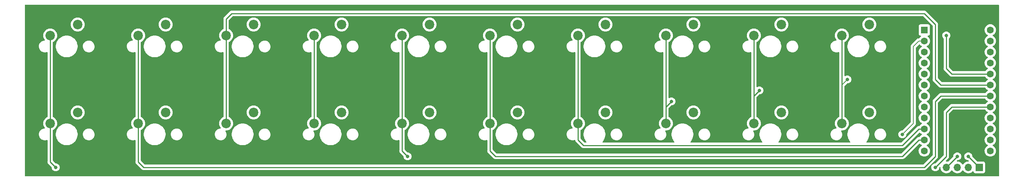
<source format=gbr>
%TF.GenerationSoftware,KiCad,Pcbnew,(6.0.5)*%
%TF.CreationDate,2022-05-21T19:41:19+01:00*%
%TF.ProjectId,ButterStick,42757474-6572-4537-9469-636b2e6b6963,rev?*%
%TF.SameCoordinates,Original*%
%TF.FileFunction,Copper,L1,Top*%
%TF.FilePolarity,Positive*%
%FSLAX46Y46*%
G04 Gerber Fmt 4.6, Leading zero omitted, Abs format (unit mm)*
G04 Created by KiCad (PCBNEW (6.0.5)) date 2022-05-21 19:41:19*
%MOMM*%
%LPD*%
G01*
G04 APERTURE LIST*
%TA.AperFunction,ComponentPad*%
%ADD10R,1.700000X1.700000*%
%TD*%
%TA.AperFunction,ComponentPad*%
%ADD11O,1.700000X1.700000*%
%TD*%
%TA.AperFunction,ComponentPad*%
%ADD12C,2.200000*%
%TD*%
%TA.AperFunction,ComponentPad*%
%ADD13R,1.600000X1.600000*%
%TD*%
%TA.AperFunction,ComponentPad*%
%ADD14C,1.600000*%
%TD*%
%TA.AperFunction,ViaPad*%
%ADD15C,0.800000*%
%TD*%
%TA.AperFunction,Conductor*%
%ADD16C,0.250000*%
%TD*%
%TA.AperFunction,Conductor*%
%ADD17C,0.200000*%
%TD*%
G04 APERTURE END LIST*
D10*
%TO.P,OLED,1*%
%TO.N,N/C*%
X246380000Y-68580000D03*
D11*
%TO.P,OLED,2*%
X243840000Y-68580000D03*
%TO.P,OLED,3*%
X241300000Y-68580000D03*
%TO.P,OLED,4*%
X238760000Y-68580000D03*
%TD*%
D12*
%TO.P,1x10S,1*%
%TO.N,N/C*%
X220980000Y-35560000D03*
%TO.P,1x10S,2*%
X214630000Y-38100000D03*
%TD*%
%TO.P,2x7S,1*%
%TO.N,N/C*%
X160020000Y-55880000D03*
%TO.P,2x7S,2*%
X153670000Y-58420000D03*
%TD*%
%TO.P,2x10S,1*%
%TO.N,N/C*%
X220980000Y-55880000D03*
%TO.P,2x10S,2*%
X214630000Y-58420000D03*
%TD*%
D13*
%TO.P,REF\u002A\u002A,1*%
%TO.N,N/C*%
X233680000Y-36830000D03*
D14*
%TO.P,REF\u002A\u002A,2*%
X233680000Y-39370000D03*
%TO.P,REF\u002A\u002A,3*%
X233680000Y-41910000D03*
%TO.P,REF\u002A\u002A,4*%
X233680000Y-44450000D03*
%TO.P,REF\u002A\u002A,5*%
X233680000Y-46990000D03*
%TO.P,REF\u002A\u002A,6*%
X233680000Y-49530000D03*
%TO.P,REF\u002A\u002A,7*%
X233680000Y-52070000D03*
%TO.P,REF\u002A\u002A,8*%
X233680000Y-54610000D03*
%TO.P,REF\u002A\u002A,9*%
X233680000Y-57150000D03*
%TO.P,REF\u002A\u002A,10*%
X233680000Y-59690000D03*
%TO.P,REF\u002A\u002A,11*%
X233680000Y-62230000D03*
%TO.P,REF\u002A\u002A,12*%
X233680000Y-64770000D03*
%TO.P,REF\u002A\u002A,13*%
X248920000Y-64770000D03*
%TO.P,REF\u002A\u002A,14*%
X248920000Y-62230000D03*
%TO.P,REF\u002A\u002A,15*%
X248920000Y-59690000D03*
%TO.P,REF\u002A\u002A,16*%
X248920000Y-57150000D03*
%TO.P,REF\u002A\u002A,17*%
X248920000Y-54610000D03*
%TO.P,REF\u002A\u002A,18*%
X248920000Y-52070000D03*
%TO.P,REF\u002A\u002A,19*%
X248920000Y-49530000D03*
%TO.P,REF\u002A\u002A,20*%
X248920000Y-46990000D03*
%TO.P,REF\u002A\u002A,21*%
X248920000Y-44450000D03*
%TO.P,REF\u002A\u002A,22*%
X248920000Y-41910000D03*
%TO.P,REF\u002A\u002A,23*%
X248920000Y-39370000D03*
%TO.P,REF\u002A\u002A,24*%
X248920000Y-36830000D03*
%TD*%
D12*
%TO.P,2x1S,2*%
%TO.N,N/C*%
X31750000Y-58420000D03*
%TO.P,2x1S,1*%
X38100000Y-55880000D03*
%TD*%
%TO.P,2x4S,1*%
%TO.N,N/C*%
X99060000Y-55880000D03*
%TO.P,2x4S,2*%
X92710000Y-58420000D03*
%TD*%
%TO.P,2x2S,1*%
%TO.N,N/C*%
X58420000Y-55880000D03*
%TO.P,2x2S,2*%
X52070000Y-58420000D03*
%TD*%
%TO.P,2x3S,1*%
%TO.N,N/C*%
X78740000Y-55880000D03*
%TO.P,2x3S,2*%
X72390000Y-58420000D03*
%TD*%
%TO.P,2x5S,1*%
%TO.N,N/C*%
X119380000Y-55880000D03*
%TO.P,2x5S,2*%
X113030000Y-58420000D03*
%TD*%
%TO.P,2x9S,1*%
%TO.N,N/C*%
X200660000Y-55880000D03*
%TO.P,2x9S,2*%
X194310000Y-58420000D03*
%TD*%
%TO.P,2x8S,1*%
%TO.N,N/C*%
X180340000Y-55880000D03*
%TO.P,2x8S,2*%
X173990000Y-58420000D03*
%TD*%
%TO.P,2x6S,1*%
%TO.N,N/C*%
X139700000Y-55880000D03*
%TO.P,2x6S,2*%
X133350000Y-58420000D03*
%TD*%
%TO.P,1x6S,1*%
%TO.N,N/C*%
X139700000Y-35560000D03*
%TO.P,1x6S,2*%
X133350000Y-38100000D03*
%TD*%
%TO.P,1x9S,1*%
%TO.N,N/C*%
X200660000Y-35560000D03*
%TO.P,1x9S,2*%
X194310000Y-38100000D03*
%TD*%
%TO.P,1x7S,1*%
%TO.N,N/C*%
X160020000Y-35560000D03*
%TO.P,1x7S,2*%
X153670000Y-38100000D03*
%TD*%
%TO.P,1x8S,1*%
%TO.N,N/C*%
X180340000Y-35560000D03*
%TO.P,1x8S,2*%
X173990000Y-38100000D03*
%TD*%
%TO.P,1x5S,1*%
%TO.N,N/C*%
X119380000Y-35560000D03*
%TO.P,1x5S,2*%
X113030000Y-38100000D03*
%TD*%
%TO.P,1x4S,1*%
%TO.N,N/C*%
X99060000Y-35560000D03*
%TO.P,1x4S,2*%
X92710000Y-38100000D03*
%TD*%
%TO.P,1x3S,1*%
%TO.N,N/C*%
X78740000Y-35560000D03*
%TO.P,1x3S,2*%
X72390000Y-38100000D03*
%TD*%
%TO.P,1x2S,1*%
%TO.N,N/C*%
X58420000Y-35560000D03*
%TO.P,1x2S,2*%
X52070000Y-38100000D03*
%TD*%
%TO.P,1x1S,1*%
%TO.N,N/C*%
X38100000Y-35560000D03*
%TO.P,1x1S,2*%
X31750000Y-38100000D03*
%TD*%
D15*
%TO.N,*%
X243840000Y-66040000D03*
X241300000Y-66040000D03*
X236220000Y-68580000D03*
X238760000Y-38100000D03*
X175260000Y-53340000D03*
X195580000Y-50800000D03*
X215900000Y-48260000D03*
X33020000Y-68580000D03*
X114300000Y-66040000D03*
X228600000Y-60960000D03*
%TD*%
D16*
%TO.N,*%
X241300000Y-66040000D02*
X238760000Y-68580000D01*
X243840000Y-66040000D02*
X246380000Y-68580000D01*
X238760000Y-66040000D02*
X238760000Y-55880000D01*
X236220000Y-68580000D02*
X238760000Y-66040000D01*
X238760000Y-55880000D02*
X240030000Y-54610000D01*
X240030000Y-54610000D02*
X248920000Y-54610000D01*
X238760000Y-38100000D02*
X238760000Y-45720000D01*
X238760000Y-45720000D02*
X240030000Y-46990000D01*
X240030000Y-46990000D02*
X248920000Y-46990000D01*
X236220000Y-35560000D02*
X236220000Y-48260000D01*
X233680000Y-33020000D02*
X236220000Y-35560000D01*
X237490000Y-49530000D02*
X248920000Y-49530000D01*
X236220000Y-48260000D02*
X237490000Y-49530000D01*
X73660000Y-33020000D02*
X233680000Y-33020000D01*
X72390000Y-38100000D02*
X72390000Y-34290000D01*
X72390000Y-34290000D02*
X73660000Y-33020000D01*
X53340000Y-68580000D02*
X233680000Y-68580000D01*
X233680000Y-68580000D02*
X236220000Y-66040000D01*
X236220000Y-66040000D02*
X236220000Y-53340000D01*
X236220000Y-53340000D02*
X237490000Y-52070000D01*
X237490000Y-52070000D02*
X248920000Y-52070000D01*
X52070000Y-67310000D02*
X53340000Y-68580000D01*
X52070000Y-58420000D02*
X52070000Y-67310000D01*
X31750000Y-67310000D02*
X33020000Y-68580000D01*
X31750000Y-58420000D02*
X31750000Y-67310000D01*
X173990000Y-54610000D02*
X175260000Y-53340000D01*
X173990000Y-58420000D02*
X173990000Y-54610000D01*
X173990000Y-54610000D02*
X173990000Y-38100000D01*
X194310000Y-52070000D02*
X195580000Y-50800000D01*
X194310000Y-58420000D02*
X194310000Y-52070000D01*
X194310000Y-52070000D02*
X194310000Y-49530000D01*
X233680000Y-59690000D02*
X232410000Y-59690000D01*
X232410000Y-59690000D02*
X228600000Y-63500000D01*
X228600000Y-63500000D02*
X154940000Y-63500000D01*
X154940000Y-63500000D02*
X153670000Y-62230000D01*
X153670000Y-62230000D02*
X153670000Y-58420000D01*
X214630000Y-52070000D02*
X214630000Y-49530000D01*
D17*
X215900000Y-48260000D02*
X214630000Y-49530000D01*
D16*
X214630000Y-49530000D02*
X214630000Y-46990000D01*
D17*
X232410000Y-39370000D02*
X233680000Y-39370000D01*
X228600000Y-60960000D02*
X231140000Y-58420000D01*
X231140000Y-58420000D02*
X231140000Y-40640000D01*
X231140000Y-40640000D02*
X232410000Y-39370000D01*
D16*
X114300000Y-66040000D02*
X113030000Y-64770000D01*
X113030000Y-64770000D02*
X113030000Y-58420000D01*
X134620000Y-66040000D02*
X133350000Y-64770000D01*
X133350000Y-64770000D02*
X133350000Y-58420000D01*
X233680000Y-62230000D02*
X232410000Y-62230000D01*
X232410000Y-62230000D02*
X228600000Y-66040000D01*
X228600000Y-66040000D02*
X134620000Y-66040000D01*
X194310000Y-49530000D02*
X194310000Y-38100000D01*
X214630000Y-58420000D02*
X214630000Y-52070000D01*
X214630000Y-46990000D02*
X214630000Y-38100000D01*
X153670000Y-58420000D02*
X153670000Y-38100000D01*
X133350000Y-58420000D02*
X133350000Y-38100000D01*
X113030000Y-58420000D02*
X113030000Y-38100000D01*
X92710000Y-58420000D02*
X92710000Y-38100000D01*
X72390000Y-58420000D02*
X72390000Y-38100000D01*
X52070000Y-58420000D02*
X52070000Y-38100000D01*
X31750000Y-58420000D02*
X31750000Y-38100000D01*
%TD*%
%TA.AperFunction,NonConductor*%
G36*
X250893621Y-31008502D02*
G01*
X250940114Y-31062158D01*
X250951500Y-31114500D01*
X250951500Y-70485500D01*
X250931498Y-70553621D01*
X250877842Y-70600114D01*
X250825500Y-70611500D01*
X26034500Y-70611500D01*
X25966379Y-70591498D01*
X25919886Y-70537842D01*
X25908500Y-70485500D01*
X25908500Y-60895774D01*
X29118102Y-60895774D01*
X29126751Y-61126158D01*
X29174093Y-61351791D01*
X29258776Y-61566221D01*
X29261543Y-61570780D01*
X29261544Y-61570783D01*
X29312221Y-61654295D01*
X29378377Y-61763317D01*
X29381874Y-61767347D01*
X29510352Y-61915405D01*
X29529477Y-61937445D01*
X29533608Y-61940832D01*
X29703627Y-62080240D01*
X29703633Y-62080244D01*
X29707755Y-62083624D01*
X29712391Y-62086263D01*
X29712394Y-62086265D01*
X29821422Y-62148327D01*
X29908114Y-62197675D01*
X30124825Y-62276337D01*
X30130074Y-62277286D01*
X30130077Y-62277287D01*
X30347608Y-62316623D01*
X30347615Y-62316624D01*
X30351692Y-62317361D01*
X30369414Y-62318197D01*
X30374356Y-62318430D01*
X30374363Y-62318430D01*
X30375844Y-62318500D01*
X30537890Y-62318500D01*
X30604809Y-62312822D01*
X30704409Y-62304371D01*
X30704413Y-62304370D01*
X30709720Y-62303920D01*
X30714875Y-62302582D01*
X30714881Y-62302581D01*
X30927703Y-62247343D01*
X30927707Y-62247342D01*
X30932872Y-62246001D01*
X30938749Y-62243354D01*
X30939212Y-62243290D01*
X30942769Y-62242037D01*
X30943024Y-62242761D01*
X31009072Y-62233611D01*
X31073500Y-62263435D01*
X31111577Y-62323358D01*
X31116500Y-62358235D01*
X31116500Y-67231233D01*
X31115973Y-67242416D01*
X31114298Y-67249909D01*
X31114547Y-67257835D01*
X31114547Y-67257836D01*
X31116438Y-67317986D01*
X31116500Y-67321945D01*
X31116500Y-67349856D01*
X31116997Y-67353790D01*
X31116997Y-67353791D01*
X31117005Y-67353856D01*
X31117938Y-67365693D01*
X31119327Y-67409889D01*
X31123461Y-67424118D01*
X31124978Y-67429339D01*
X31128987Y-67448700D01*
X31131526Y-67468797D01*
X31134445Y-67476168D01*
X31134445Y-67476170D01*
X31147804Y-67509912D01*
X31151649Y-67521142D01*
X31163982Y-67563593D01*
X31168015Y-67570412D01*
X31168017Y-67570417D01*
X31174293Y-67581028D01*
X31182988Y-67598776D01*
X31190448Y-67617617D01*
X31195110Y-67624033D01*
X31195110Y-67624034D01*
X31216436Y-67653387D01*
X31222952Y-67663307D01*
X31235949Y-67685283D01*
X31245458Y-67701362D01*
X31259779Y-67715683D01*
X31272619Y-67730716D01*
X31284528Y-67747107D01*
X31318605Y-67775298D01*
X31327384Y-67783288D01*
X32072878Y-68528782D01*
X32106904Y-68591094D01*
X32109092Y-68604703D01*
X32126458Y-68769928D01*
X32185473Y-68951556D01*
X32188776Y-68957278D01*
X32188777Y-68957279D01*
X32209069Y-68992425D01*
X32280960Y-69116944D01*
X32285378Y-69121851D01*
X32285379Y-69121852D01*
X32391631Y-69239857D01*
X32408747Y-69258866D01*
X32563248Y-69371118D01*
X32569276Y-69373802D01*
X32569278Y-69373803D01*
X32594625Y-69385088D01*
X32737712Y-69448794D01*
X32824009Y-69467137D01*
X32918056Y-69487128D01*
X32918061Y-69487128D01*
X32924513Y-69488500D01*
X33115487Y-69488500D01*
X33121939Y-69487128D01*
X33121944Y-69487128D01*
X33215991Y-69467137D01*
X33302288Y-69448794D01*
X33445375Y-69385088D01*
X33470722Y-69373803D01*
X33470724Y-69373802D01*
X33476752Y-69371118D01*
X33631253Y-69258866D01*
X33648369Y-69239857D01*
X33754621Y-69121852D01*
X33754622Y-69121851D01*
X33759040Y-69116944D01*
X33830931Y-68992425D01*
X33851223Y-68957279D01*
X33851224Y-68957278D01*
X33854527Y-68951556D01*
X33913542Y-68769928D01*
X33933504Y-68580000D01*
X33913542Y-68390072D01*
X33854527Y-68208444D01*
X33759040Y-68043056D01*
X33669509Y-67943621D01*
X33635675Y-67906045D01*
X33635674Y-67906044D01*
X33631253Y-67901134D01*
X33476752Y-67788882D01*
X33470724Y-67786198D01*
X33470722Y-67786197D01*
X33308319Y-67713891D01*
X33308318Y-67713891D01*
X33302288Y-67711206D01*
X33180331Y-67685283D01*
X33121944Y-67672872D01*
X33121939Y-67672872D01*
X33115487Y-67671500D01*
X33059595Y-67671500D01*
X32991474Y-67651498D01*
X32970500Y-67634595D01*
X32420405Y-67084500D01*
X32386379Y-67022188D01*
X32383500Y-66995405D01*
X32383500Y-61117821D01*
X33051500Y-61117821D01*
X33091060Y-61430975D01*
X33169557Y-61736702D01*
X33171010Y-61740371D01*
X33171010Y-61740372D01*
X33281279Y-62018878D01*
X33285753Y-62030179D01*
X33287659Y-62033647D01*
X33287660Y-62033648D01*
X33421603Y-62277287D01*
X33437816Y-62306779D01*
X33623346Y-62562140D01*
X33737992Y-62684225D01*
X33835649Y-62788219D01*
X33839418Y-62792233D01*
X34082625Y-62993432D01*
X34349131Y-63162562D01*
X34352710Y-63164246D01*
X34352717Y-63164250D01*
X34631144Y-63295267D01*
X34631148Y-63295269D01*
X34634734Y-63296956D01*
X34934928Y-63394495D01*
X35244980Y-63453641D01*
X35481162Y-63468500D01*
X35638838Y-63468500D01*
X35875020Y-63453641D01*
X36185072Y-63394495D01*
X36485266Y-63296956D01*
X36488852Y-63295269D01*
X36488856Y-63295267D01*
X36767283Y-63164250D01*
X36767290Y-63164246D01*
X36770869Y-63162562D01*
X37037375Y-62993432D01*
X37280582Y-62792233D01*
X37284352Y-62788219D01*
X37382008Y-62684225D01*
X37496654Y-62562140D01*
X37682184Y-62306779D01*
X37698398Y-62277287D01*
X37832340Y-62033648D01*
X37832341Y-62033647D01*
X37834247Y-62030179D01*
X37838722Y-62018878D01*
X37948990Y-61740372D01*
X37948990Y-61740371D01*
X37950443Y-61736702D01*
X38028940Y-61430975D01*
X38068500Y-61117821D01*
X38068500Y-60895774D01*
X39278102Y-60895774D01*
X39286751Y-61126158D01*
X39334093Y-61351791D01*
X39418776Y-61566221D01*
X39421543Y-61570780D01*
X39421544Y-61570783D01*
X39472221Y-61654295D01*
X39538377Y-61763317D01*
X39541874Y-61767347D01*
X39670352Y-61915405D01*
X39689477Y-61937445D01*
X39693608Y-61940832D01*
X39863627Y-62080240D01*
X39863633Y-62080244D01*
X39867755Y-62083624D01*
X39872391Y-62086263D01*
X39872394Y-62086265D01*
X39981422Y-62148327D01*
X40068114Y-62197675D01*
X40284825Y-62276337D01*
X40290074Y-62277286D01*
X40290077Y-62277287D01*
X40507608Y-62316623D01*
X40507615Y-62316624D01*
X40511692Y-62317361D01*
X40529414Y-62318197D01*
X40534356Y-62318430D01*
X40534363Y-62318430D01*
X40535844Y-62318500D01*
X40697890Y-62318500D01*
X40764809Y-62312822D01*
X40864409Y-62304371D01*
X40864413Y-62304370D01*
X40869720Y-62303920D01*
X40874875Y-62302582D01*
X40874881Y-62302581D01*
X41087703Y-62247343D01*
X41087707Y-62247342D01*
X41092872Y-62246001D01*
X41097738Y-62243809D01*
X41097741Y-62243808D01*
X41298202Y-62153507D01*
X41303075Y-62151312D01*
X41494319Y-62022559D01*
X41661135Y-61863424D01*
X41798754Y-61678458D01*
X41802827Y-61670448D01*
X41891040Y-61496944D01*
X41903240Y-61472949D01*
X41916274Y-61430975D01*
X41970024Y-61257871D01*
X41971607Y-61252773D01*
X41986108Y-61143365D01*
X42001198Y-61029511D01*
X42001198Y-61029506D01*
X42001898Y-61024226D01*
X41997076Y-60895774D01*
X49438102Y-60895774D01*
X49446751Y-61126158D01*
X49494093Y-61351791D01*
X49578776Y-61566221D01*
X49581543Y-61570780D01*
X49581544Y-61570783D01*
X49632221Y-61654295D01*
X49698377Y-61763317D01*
X49701874Y-61767347D01*
X49830352Y-61915405D01*
X49849477Y-61937445D01*
X49853608Y-61940832D01*
X50023627Y-62080240D01*
X50023633Y-62080244D01*
X50027755Y-62083624D01*
X50032391Y-62086263D01*
X50032394Y-62086265D01*
X50141422Y-62148327D01*
X50228114Y-62197675D01*
X50444825Y-62276337D01*
X50450074Y-62277286D01*
X50450077Y-62277287D01*
X50667608Y-62316623D01*
X50667615Y-62316624D01*
X50671692Y-62317361D01*
X50689414Y-62318197D01*
X50694356Y-62318430D01*
X50694363Y-62318430D01*
X50695844Y-62318500D01*
X50857890Y-62318500D01*
X50924809Y-62312822D01*
X51024409Y-62304371D01*
X51024413Y-62304370D01*
X51029720Y-62303920D01*
X51034875Y-62302582D01*
X51034881Y-62302581D01*
X51247703Y-62247343D01*
X51247707Y-62247342D01*
X51252872Y-62246001D01*
X51258749Y-62243354D01*
X51259212Y-62243290D01*
X51262769Y-62242037D01*
X51263024Y-62242761D01*
X51329072Y-62233611D01*
X51393500Y-62263435D01*
X51431577Y-62323358D01*
X51436500Y-62358235D01*
X51436500Y-67231233D01*
X51435973Y-67242416D01*
X51434298Y-67249909D01*
X51434547Y-67257835D01*
X51434547Y-67257836D01*
X51436438Y-67317986D01*
X51436500Y-67321945D01*
X51436500Y-67349856D01*
X51436997Y-67353790D01*
X51436997Y-67353791D01*
X51437005Y-67353856D01*
X51437938Y-67365693D01*
X51439327Y-67409889D01*
X51443461Y-67424118D01*
X51444978Y-67429339D01*
X51448987Y-67448700D01*
X51451526Y-67468797D01*
X51454445Y-67476168D01*
X51454445Y-67476170D01*
X51467804Y-67509912D01*
X51471649Y-67521142D01*
X51483982Y-67563593D01*
X51488015Y-67570412D01*
X51488017Y-67570417D01*
X51494293Y-67581028D01*
X51502988Y-67598776D01*
X51510448Y-67617617D01*
X51515110Y-67624033D01*
X51515110Y-67624034D01*
X51536436Y-67653387D01*
X51542952Y-67663307D01*
X51555949Y-67685283D01*
X51565458Y-67701362D01*
X51579779Y-67715683D01*
X51592619Y-67730716D01*
X51604528Y-67747107D01*
X51638605Y-67775298D01*
X51647384Y-67783288D01*
X52836343Y-68972247D01*
X52843887Y-68980537D01*
X52848000Y-68987018D01*
X52853777Y-68992443D01*
X52897667Y-69033658D01*
X52900509Y-69036413D01*
X52920230Y-69056134D01*
X52923425Y-69058612D01*
X52932447Y-69066318D01*
X52964679Y-69096586D01*
X52971628Y-69100406D01*
X52982432Y-69106346D01*
X52998956Y-69117199D01*
X53014959Y-69129613D01*
X53055543Y-69147176D01*
X53066173Y-69152383D01*
X53104940Y-69173695D01*
X53112617Y-69175666D01*
X53112622Y-69175668D01*
X53124558Y-69178732D01*
X53143266Y-69185137D01*
X53161855Y-69193181D01*
X53169683Y-69194421D01*
X53169690Y-69194423D01*
X53205524Y-69200099D01*
X53217144Y-69202505D01*
X53248959Y-69210673D01*
X53259970Y-69213500D01*
X53280224Y-69213500D01*
X53299934Y-69215051D01*
X53319943Y-69218220D01*
X53327835Y-69217474D01*
X53346580Y-69215702D01*
X53363962Y-69214059D01*
X53375819Y-69213500D01*
X233601233Y-69213500D01*
X233612416Y-69214027D01*
X233619909Y-69215702D01*
X233627835Y-69215453D01*
X233627836Y-69215453D01*
X233687986Y-69213562D01*
X233691945Y-69213500D01*
X233719856Y-69213500D01*
X233723791Y-69213003D01*
X233723856Y-69212995D01*
X233735693Y-69212062D01*
X233767951Y-69211048D01*
X233771970Y-69210922D01*
X233779889Y-69210673D01*
X233799343Y-69205021D01*
X233818700Y-69201013D01*
X233830930Y-69199468D01*
X233830931Y-69199468D01*
X233838797Y-69198474D01*
X233846168Y-69195555D01*
X233846170Y-69195555D01*
X233879912Y-69182196D01*
X233891142Y-69178351D01*
X233925983Y-69168229D01*
X233925984Y-69168229D01*
X233933593Y-69166018D01*
X233940412Y-69161985D01*
X233940417Y-69161983D01*
X233951028Y-69155707D01*
X233968776Y-69147012D01*
X233987617Y-69139552D01*
X234007987Y-69124753D01*
X234023387Y-69113564D01*
X234033307Y-69107048D01*
X234064535Y-69088580D01*
X234064538Y-69088578D01*
X234071362Y-69084542D01*
X234085683Y-69070221D01*
X234100717Y-69057380D01*
X234102432Y-69056134D01*
X234117107Y-69045472D01*
X234145298Y-69011395D01*
X234153288Y-69002616D01*
X235406498Y-67749406D01*
X235429852Y-67736654D01*
X235435674Y-67721699D01*
X235446359Y-67709545D01*
X236612247Y-66543657D01*
X236620537Y-66536113D01*
X236627018Y-66532000D01*
X236673659Y-66482332D01*
X236676413Y-66479491D01*
X236696134Y-66459770D01*
X236698612Y-66456575D01*
X236706318Y-66447553D01*
X236731158Y-66421101D01*
X236736586Y-66415321D01*
X236746346Y-66397568D01*
X236757199Y-66381045D01*
X236764753Y-66371306D01*
X236769613Y-66365041D01*
X236787176Y-66324457D01*
X236792383Y-66313827D01*
X236813695Y-66275060D01*
X236815666Y-66267383D01*
X236815668Y-66267378D01*
X236818732Y-66255442D01*
X236825138Y-66236730D01*
X236830034Y-66225417D01*
X236833181Y-66218145D01*
X236840097Y-66174481D01*
X236842504Y-66162860D01*
X236851528Y-66127711D01*
X236851528Y-66127710D01*
X236853500Y-66120030D01*
X236853500Y-66099769D01*
X236855051Y-66080058D01*
X236856979Y-66067885D01*
X236858219Y-66060057D01*
X236854059Y-66016046D01*
X236853500Y-66004189D01*
X236853500Y-53654594D01*
X236873502Y-53586473D01*
X236890405Y-53565499D01*
X237715499Y-52740405D01*
X237777811Y-52706379D01*
X237804594Y-52703500D01*
X247700606Y-52703500D01*
X247768727Y-52723502D01*
X247803819Y-52757229D01*
X247859219Y-52836348D01*
X247913802Y-52914300D01*
X248075700Y-53076198D01*
X248080208Y-53079355D01*
X248080211Y-53079357D01*
X248127710Y-53112616D01*
X248263251Y-53207523D01*
X248268233Y-53209846D01*
X248268238Y-53209849D01*
X248302457Y-53225805D01*
X248355742Y-53272722D01*
X248375203Y-53340999D01*
X248354661Y-53408959D01*
X248302457Y-53454195D01*
X248268238Y-53470151D01*
X248268233Y-53470154D01*
X248263251Y-53472477D01*
X248190576Y-53523365D01*
X248080211Y-53600643D01*
X248080208Y-53600645D01*
X248075700Y-53603802D01*
X247913802Y-53765700D01*
X247910645Y-53770208D01*
X247910643Y-53770211D01*
X247803819Y-53922771D01*
X247748362Y-53967099D01*
X247700606Y-53976500D01*
X240108767Y-53976500D01*
X240097584Y-53975973D01*
X240090091Y-53974298D01*
X240082165Y-53974547D01*
X240082164Y-53974547D01*
X240022014Y-53976438D01*
X240018055Y-53976500D01*
X239990144Y-53976500D01*
X239986210Y-53976997D01*
X239986209Y-53976997D01*
X239986144Y-53977005D01*
X239974307Y-53977938D01*
X239942490Y-53978938D01*
X239938029Y-53979078D01*
X239930110Y-53979327D01*
X239912454Y-53984456D01*
X239910658Y-53984978D01*
X239891306Y-53988986D01*
X239884235Y-53989880D01*
X239871203Y-53991526D01*
X239863834Y-53994443D01*
X239863832Y-53994444D01*
X239830097Y-54007800D01*
X239818869Y-54011645D01*
X239776407Y-54023982D01*
X239769585Y-54028016D01*
X239769579Y-54028019D01*
X239758968Y-54034294D01*
X239741218Y-54042990D01*
X239729756Y-54047528D01*
X239729751Y-54047531D01*
X239722383Y-54050448D01*
X239715968Y-54055109D01*
X239686625Y-54076427D01*
X239676707Y-54082943D01*
X239658019Y-54093995D01*
X239638637Y-54105458D01*
X239624313Y-54119782D01*
X239609281Y-54132621D01*
X239592893Y-54144528D01*
X239564712Y-54178593D01*
X239556722Y-54187373D01*
X238367747Y-55376348D01*
X238359461Y-55383888D01*
X238352982Y-55388000D01*
X238347557Y-55393777D01*
X238306357Y-55437651D01*
X238303602Y-55440493D01*
X238283865Y-55460230D01*
X238281385Y-55463427D01*
X238273682Y-55472447D01*
X238243414Y-55504679D01*
X238239595Y-55511625D01*
X238239593Y-55511628D01*
X238233652Y-55522434D01*
X238222801Y-55538953D01*
X238210386Y-55554959D01*
X238207241Y-55562228D01*
X238207238Y-55562232D01*
X238192826Y-55595537D01*
X238187609Y-55606187D01*
X238166305Y-55644940D01*
X238164334Y-55652615D01*
X238164334Y-55652616D01*
X238161267Y-55664562D01*
X238154863Y-55683266D01*
X238146819Y-55701855D01*
X238145580Y-55709678D01*
X238145577Y-55709688D01*
X238139901Y-55745524D01*
X238137495Y-55757144D01*
X238128472Y-55792289D01*
X238126500Y-55799970D01*
X238126500Y-55820224D01*
X238124949Y-55839934D01*
X238121780Y-55859943D01*
X238122526Y-55867835D01*
X238125941Y-55903961D01*
X238126500Y-55915819D01*
X238126500Y-65725405D01*
X238106498Y-65793526D01*
X238089595Y-65814500D01*
X236269500Y-67634595D01*
X236207188Y-67668621D01*
X236180405Y-67671500D01*
X236124513Y-67671500D01*
X236118061Y-67672872D01*
X236118056Y-67672872D01*
X236059669Y-67685283D01*
X235937712Y-67711206D01*
X235931682Y-67713891D01*
X235931681Y-67713891D01*
X235769278Y-67786197D01*
X235769276Y-67786198D01*
X235763248Y-67788882D01*
X235757907Y-67792762D01*
X235757906Y-67792763D01*
X235609515Y-67900576D01*
X235603450Y-67902740D01*
X235589229Y-67922811D01*
X235480960Y-68043056D01*
X235385473Y-68208444D01*
X235326458Y-68390072D01*
X235306496Y-68580000D01*
X235326458Y-68769928D01*
X235385473Y-68951556D01*
X235388776Y-68957278D01*
X235388777Y-68957279D01*
X235409069Y-68992425D01*
X235480960Y-69116944D01*
X235485378Y-69121851D01*
X235485379Y-69121852D01*
X235591631Y-69239857D01*
X235608747Y-69258866D01*
X235763248Y-69371118D01*
X235769276Y-69373802D01*
X235769278Y-69373803D01*
X235794625Y-69385088D01*
X235937712Y-69448794D01*
X236024009Y-69467137D01*
X236118056Y-69487128D01*
X236118061Y-69487128D01*
X236124513Y-69488500D01*
X236315487Y-69488500D01*
X236321939Y-69487128D01*
X236321944Y-69487128D01*
X236415991Y-69467137D01*
X236502288Y-69448794D01*
X236645375Y-69385088D01*
X236670722Y-69373803D01*
X236670724Y-69373802D01*
X236676752Y-69371118D01*
X236831253Y-69258866D01*
X236848369Y-69239857D01*
X236954621Y-69121852D01*
X236954622Y-69121851D01*
X236959040Y-69116944D01*
X237030931Y-68992425D01*
X237051223Y-68957279D01*
X237051224Y-68957278D01*
X237054527Y-68951556D01*
X237113542Y-68769928D01*
X237130907Y-68604706D01*
X237157920Y-68539050D01*
X237167122Y-68528782D01*
X237185019Y-68510885D01*
X237247331Y-68476859D01*
X237318146Y-68481924D01*
X237374982Y-68524471D01*
X237399905Y-68592727D01*
X237410110Y-68769715D01*
X237411247Y-68774761D01*
X237411248Y-68774767D01*
X237435304Y-68881508D01*
X237459222Y-68987639D01*
X237519014Y-69134890D01*
X237536662Y-69178351D01*
X237543266Y-69194616D01*
X237580685Y-69255678D01*
X237657291Y-69380688D01*
X237659987Y-69385088D01*
X237806250Y-69553938D01*
X237978126Y-69696632D01*
X238171000Y-69809338D01*
X238379692Y-69889030D01*
X238384760Y-69890061D01*
X238384763Y-69890062D01*
X238492017Y-69911883D01*
X238598597Y-69933567D01*
X238603772Y-69933757D01*
X238603774Y-69933757D01*
X238816673Y-69941564D01*
X238816677Y-69941564D01*
X238821837Y-69941753D01*
X238826957Y-69941097D01*
X238826959Y-69941097D01*
X239038288Y-69914025D01*
X239038289Y-69914025D01*
X239043416Y-69913368D01*
X239048366Y-69911883D01*
X239252429Y-69850661D01*
X239252434Y-69850659D01*
X239257384Y-69849174D01*
X239457994Y-69750896D01*
X239639860Y-69621173D01*
X239798096Y-69463489D01*
X239807670Y-69450166D01*
X239928453Y-69282077D01*
X239929776Y-69283028D01*
X239976645Y-69239857D01*
X240046580Y-69227625D01*
X240112026Y-69255144D01*
X240139875Y-69286994D01*
X240199987Y-69385088D01*
X240346250Y-69553938D01*
X240518126Y-69696632D01*
X240711000Y-69809338D01*
X240919692Y-69889030D01*
X240924760Y-69890061D01*
X240924763Y-69890062D01*
X241032017Y-69911883D01*
X241138597Y-69933567D01*
X241143772Y-69933757D01*
X241143774Y-69933757D01*
X241356673Y-69941564D01*
X241356677Y-69941564D01*
X241361837Y-69941753D01*
X241366957Y-69941097D01*
X241366959Y-69941097D01*
X241578288Y-69914025D01*
X241578289Y-69914025D01*
X241583416Y-69913368D01*
X241588366Y-69911883D01*
X241792429Y-69850661D01*
X241792434Y-69850659D01*
X241797384Y-69849174D01*
X241997994Y-69750896D01*
X242179860Y-69621173D01*
X242338096Y-69463489D01*
X242347670Y-69450166D01*
X242468453Y-69282077D01*
X242469776Y-69283028D01*
X242516645Y-69239857D01*
X242586580Y-69227625D01*
X242652026Y-69255144D01*
X242679875Y-69286994D01*
X242739987Y-69385088D01*
X242886250Y-69553938D01*
X243058126Y-69696632D01*
X243251000Y-69809338D01*
X243459692Y-69889030D01*
X243464760Y-69890061D01*
X243464763Y-69890062D01*
X243572017Y-69911883D01*
X243678597Y-69933567D01*
X243683772Y-69933757D01*
X243683774Y-69933757D01*
X243896673Y-69941564D01*
X243896677Y-69941564D01*
X243901837Y-69941753D01*
X243906957Y-69941097D01*
X243906959Y-69941097D01*
X244118288Y-69914025D01*
X244118289Y-69914025D01*
X244123416Y-69913368D01*
X244128366Y-69911883D01*
X244332429Y-69850661D01*
X244332434Y-69850659D01*
X244337384Y-69849174D01*
X244537994Y-69750896D01*
X244719860Y-69621173D01*
X244828091Y-69513319D01*
X244890462Y-69479404D01*
X244961268Y-69484592D01*
X245018030Y-69527238D01*
X245035012Y-69558341D01*
X245079385Y-69676705D01*
X245166739Y-69793261D01*
X245283295Y-69880615D01*
X245419684Y-69931745D01*
X245481866Y-69938500D01*
X247278134Y-69938500D01*
X247340316Y-69931745D01*
X247476705Y-69880615D01*
X247593261Y-69793261D01*
X247680615Y-69676705D01*
X247731745Y-69540316D01*
X247738500Y-69478134D01*
X247738500Y-67681866D01*
X247731745Y-67619684D01*
X247680615Y-67483295D01*
X247593261Y-67366739D01*
X247476705Y-67279385D01*
X247340316Y-67228255D01*
X247278134Y-67221500D01*
X245969595Y-67221500D01*
X245901474Y-67201498D01*
X245880500Y-67184595D01*
X244787122Y-66091217D01*
X244753096Y-66028905D01*
X244750907Y-66015292D01*
X244734232Y-65856635D01*
X244734232Y-65856633D01*
X244733542Y-65850072D01*
X244674527Y-65668444D01*
X244579040Y-65503056D01*
X244489509Y-65403621D01*
X244455675Y-65366045D01*
X244455674Y-65366044D01*
X244451253Y-65361134D01*
X244296752Y-65248882D01*
X244290724Y-65246198D01*
X244290722Y-65246197D01*
X244128319Y-65173891D01*
X244128318Y-65173891D01*
X244122288Y-65171206D01*
X244028887Y-65151353D01*
X243941944Y-65132872D01*
X243941939Y-65132872D01*
X243935487Y-65131500D01*
X243744513Y-65131500D01*
X243738061Y-65132872D01*
X243738056Y-65132872D01*
X243651113Y-65151353D01*
X243557712Y-65171206D01*
X243551682Y-65173891D01*
X243551681Y-65173891D01*
X243389278Y-65246197D01*
X243389276Y-65246198D01*
X243383248Y-65248882D01*
X243228747Y-65361134D01*
X243224326Y-65366044D01*
X243224325Y-65366045D01*
X243190492Y-65403621D01*
X243100960Y-65503056D01*
X243005473Y-65668444D01*
X242946458Y-65850072D01*
X242945768Y-65856633D01*
X242945768Y-65856635D01*
X242940420Y-65907523D01*
X242926496Y-66040000D01*
X242927186Y-66046565D01*
X242945220Y-66218145D01*
X242946458Y-66229928D01*
X243005473Y-66411556D01*
X243008776Y-66417278D01*
X243008777Y-66417279D01*
X243025947Y-66447018D01*
X243100960Y-66576944D01*
X243105378Y-66581851D01*
X243105379Y-66581852D01*
X243192149Y-66678220D01*
X243228747Y-66718866D01*
X243383248Y-66831118D01*
X243389276Y-66833802D01*
X243389278Y-66833803D01*
X243551681Y-66906109D01*
X243557712Y-66908794D01*
X243651112Y-66928647D01*
X243738056Y-66947128D01*
X243738061Y-66947128D01*
X243744513Y-66948500D01*
X243800406Y-66948500D01*
X243868527Y-66968502D01*
X243889501Y-66985405D01*
X243910086Y-67005990D01*
X243944112Y-67068302D01*
X243939047Y-67139117D01*
X243896500Y-67195953D01*
X243829980Y-67220764D01*
X243819459Y-67221076D01*
X243771962Y-67220495D01*
X243750080Y-67220228D01*
X243750078Y-67220228D01*
X243744911Y-67220165D01*
X243524091Y-67253955D01*
X243311756Y-67323357D01*
X243113607Y-67426507D01*
X243109474Y-67429610D01*
X243109471Y-67429612D01*
X242939100Y-67557530D01*
X242934965Y-67560635D01*
X242931393Y-67564373D01*
X242786798Y-67715683D01*
X242780629Y-67722138D01*
X242673201Y-67879621D01*
X242618293Y-67924621D01*
X242547768Y-67932792D01*
X242484021Y-67901538D01*
X242463324Y-67877054D01*
X242382822Y-67752617D01*
X242382820Y-67752614D01*
X242380014Y-67748277D01*
X242229670Y-67583051D01*
X242225619Y-67579852D01*
X242225615Y-67579848D01*
X242058414Y-67447800D01*
X242058410Y-67447798D01*
X242054359Y-67444598D01*
X242043967Y-67438861D01*
X241977138Y-67401970D01*
X241858789Y-67336638D01*
X241853920Y-67334914D01*
X241853916Y-67334912D01*
X241653087Y-67263795D01*
X241653083Y-67263794D01*
X241648212Y-67262069D01*
X241643119Y-67261162D01*
X241643116Y-67261161D01*
X241433373Y-67223800D01*
X241433367Y-67223799D01*
X241428284Y-67222894D01*
X241317009Y-67221535D01*
X241249140Y-67200702D01*
X241203306Y-67146483D01*
X241194061Y-67076091D01*
X241224340Y-67011875D01*
X241229455Y-67006449D01*
X241250499Y-66985405D01*
X241312811Y-66951379D01*
X241339594Y-66948500D01*
X241395487Y-66948500D01*
X241401939Y-66947128D01*
X241401944Y-66947128D01*
X241488888Y-66928647D01*
X241582288Y-66908794D01*
X241588319Y-66906109D01*
X241750722Y-66833803D01*
X241750724Y-66833802D01*
X241756752Y-66831118D01*
X241911253Y-66718866D01*
X241947851Y-66678220D01*
X242034621Y-66581852D01*
X242034622Y-66581851D01*
X242039040Y-66576944D01*
X242114053Y-66447018D01*
X242131223Y-66417279D01*
X242131224Y-66417278D01*
X242134527Y-66411556D01*
X242193542Y-66229928D01*
X242194781Y-66218145D01*
X242212814Y-66046565D01*
X242213504Y-66040000D01*
X242199580Y-65907523D01*
X242194232Y-65856635D01*
X242194232Y-65856633D01*
X242193542Y-65850072D01*
X242134527Y-65668444D01*
X242039040Y-65503056D01*
X241949509Y-65403621D01*
X241915675Y-65366045D01*
X241915674Y-65366044D01*
X241911253Y-65361134D01*
X241756752Y-65248882D01*
X241750724Y-65246198D01*
X241750722Y-65246197D01*
X241588319Y-65173891D01*
X241588318Y-65173891D01*
X241582288Y-65171206D01*
X241488887Y-65151353D01*
X241401944Y-65132872D01*
X241401939Y-65132872D01*
X241395487Y-65131500D01*
X241204513Y-65131500D01*
X241198061Y-65132872D01*
X241198056Y-65132872D01*
X241111113Y-65151353D01*
X241017712Y-65171206D01*
X241011682Y-65173891D01*
X241011681Y-65173891D01*
X240849278Y-65246197D01*
X240849276Y-65246198D01*
X240843248Y-65248882D01*
X240688747Y-65361134D01*
X240684326Y-65366044D01*
X240684325Y-65366045D01*
X240650492Y-65403621D01*
X240560960Y-65503056D01*
X240465473Y-65668444D01*
X240406458Y-65850072D01*
X240405768Y-65856633D01*
X240405768Y-65856635D01*
X240389093Y-66015292D01*
X240362080Y-66080949D01*
X240352878Y-66091217D01*
X239217345Y-67226750D01*
X239155033Y-67260776D01*
X239106154Y-67261702D01*
X238893373Y-67223800D01*
X238893367Y-67223799D01*
X238888284Y-67222894D01*
X238777009Y-67221535D01*
X238709140Y-67200702D01*
X238663306Y-67146483D01*
X238654061Y-67076091D01*
X238684340Y-67011875D01*
X238689455Y-67006449D01*
X239152247Y-66543657D01*
X239160537Y-66536113D01*
X239167018Y-66532000D01*
X239213659Y-66482332D01*
X239216413Y-66479491D01*
X239236134Y-66459770D01*
X239238612Y-66456575D01*
X239246318Y-66447553D01*
X239271158Y-66421101D01*
X239276586Y-66415321D01*
X239286346Y-66397568D01*
X239297199Y-66381045D01*
X239304753Y-66371306D01*
X239309613Y-66365041D01*
X239327176Y-66324457D01*
X239332383Y-66313827D01*
X239353695Y-66275060D01*
X239355666Y-66267383D01*
X239355668Y-66267378D01*
X239358732Y-66255442D01*
X239365138Y-66236730D01*
X239370034Y-66225417D01*
X239373181Y-66218145D01*
X239380097Y-66174481D01*
X239382504Y-66162860D01*
X239391528Y-66127711D01*
X239391528Y-66127710D01*
X239393500Y-66120030D01*
X239393500Y-66099769D01*
X239395051Y-66080058D01*
X239396979Y-66067885D01*
X239398219Y-66060057D01*
X239394059Y-66016046D01*
X239393500Y-66004189D01*
X239393500Y-56194594D01*
X239413502Y-56126473D01*
X239430405Y-56105499D01*
X240255499Y-55280405D01*
X240317811Y-55246379D01*
X240344594Y-55243500D01*
X247700606Y-55243500D01*
X247768727Y-55263502D01*
X247803819Y-55297229D01*
X247913802Y-55454300D01*
X248075700Y-55616198D01*
X248080208Y-55619355D01*
X248080211Y-55619357D01*
X248127710Y-55652616D01*
X248263251Y-55747523D01*
X248268233Y-55749846D01*
X248268238Y-55749849D01*
X248302457Y-55765805D01*
X248355742Y-55812722D01*
X248375203Y-55880999D01*
X248354661Y-55948959D01*
X248302457Y-55994195D01*
X248268238Y-56010151D01*
X248268233Y-56010154D01*
X248263251Y-56012477D01*
X248158389Y-56085902D01*
X248080211Y-56140643D01*
X248080208Y-56140645D01*
X248075700Y-56143802D01*
X247913802Y-56305700D01*
X247782477Y-56493251D01*
X247780154Y-56498233D01*
X247780151Y-56498238D01*
X247724902Y-56616722D01*
X247685716Y-56700757D01*
X247626457Y-56921913D01*
X247606502Y-57150000D01*
X247626457Y-57378087D01*
X247685716Y-57599243D01*
X247688039Y-57604224D01*
X247688039Y-57604225D01*
X247780151Y-57801762D01*
X247780154Y-57801767D01*
X247782477Y-57806749D01*
X247913802Y-57994300D01*
X248075700Y-58156198D01*
X248080208Y-58159355D01*
X248080211Y-58159357D01*
X248145191Y-58204856D01*
X248263251Y-58287523D01*
X248268233Y-58289846D01*
X248268238Y-58289849D01*
X248302457Y-58305805D01*
X248355742Y-58352722D01*
X248375203Y-58420999D01*
X248354661Y-58488959D01*
X248302457Y-58534195D01*
X248268238Y-58550151D01*
X248268233Y-58550154D01*
X248263251Y-58552477D01*
X248164222Y-58621818D01*
X248080211Y-58680643D01*
X248080208Y-58680645D01*
X248075700Y-58683802D01*
X247913802Y-58845700D01*
X247910645Y-58850208D01*
X247910643Y-58850211D01*
X247890853Y-58878474D01*
X247782477Y-59033251D01*
X247780154Y-59038233D01*
X247780151Y-59038238D01*
X247698836Y-59212620D01*
X247685716Y-59240757D01*
X247684294Y-59246065D01*
X247684293Y-59246067D01*
X247652649Y-59364162D01*
X247626457Y-59461913D01*
X247606502Y-59690000D01*
X247626457Y-59918087D01*
X247627881Y-59923400D01*
X247627881Y-59923402D01*
X247664712Y-60060854D01*
X247685716Y-60139243D01*
X247688039Y-60144224D01*
X247688039Y-60144225D01*
X247780151Y-60341762D01*
X247780154Y-60341767D01*
X247782477Y-60346749D01*
X247913802Y-60534300D01*
X248075700Y-60696198D01*
X248080208Y-60699355D01*
X248080211Y-60699357D01*
X248158389Y-60754098D01*
X248263251Y-60827523D01*
X248268233Y-60829846D01*
X248268238Y-60829849D01*
X248302457Y-60845805D01*
X248355742Y-60892722D01*
X248375203Y-60960999D01*
X248354661Y-61028959D01*
X248302457Y-61074195D01*
X248268238Y-61090151D01*
X248268233Y-61090154D01*
X248263251Y-61092477D01*
X248190576Y-61143365D01*
X248080211Y-61220643D01*
X248080208Y-61220645D01*
X248075700Y-61223802D01*
X247913802Y-61385700D01*
X247782477Y-61573251D01*
X247780154Y-61578233D01*
X247780151Y-61578238D01*
X247699537Y-61751118D01*
X247685716Y-61780757D01*
X247684294Y-61786065D01*
X247684293Y-61786067D01*
X247627881Y-61996598D01*
X247626457Y-62001913D01*
X247606502Y-62230000D01*
X247626457Y-62458087D01*
X247627881Y-62463400D01*
X247627881Y-62463402D01*
X247683818Y-62672158D01*
X247685716Y-62679243D01*
X247688039Y-62684224D01*
X247688039Y-62684225D01*
X247780151Y-62881762D01*
X247780154Y-62881767D01*
X247782477Y-62886749D01*
X247913802Y-63074300D01*
X248075700Y-63236198D01*
X248080208Y-63239355D01*
X248080211Y-63239357D01*
X248158389Y-63294098D01*
X248263251Y-63367523D01*
X248268233Y-63369846D01*
X248268238Y-63369849D01*
X248302457Y-63385805D01*
X248355742Y-63432722D01*
X248375203Y-63500999D01*
X248354661Y-63568959D01*
X248302457Y-63614195D01*
X248268238Y-63630151D01*
X248268233Y-63630154D01*
X248263251Y-63632477D01*
X248158389Y-63705902D01*
X248080211Y-63760643D01*
X248080208Y-63760645D01*
X248075700Y-63763802D01*
X247913802Y-63925700D01*
X247910645Y-63930208D01*
X247910643Y-63930211D01*
X247877615Y-63977380D01*
X247782477Y-64113251D01*
X247780154Y-64118233D01*
X247780151Y-64118238D01*
X247688039Y-64315775D01*
X247685716Y-64320757D01*
X247684294Y-64326065D01*
X247684293Y-64326067D01*
X247627881Y-64536598D01*
X247626457Y-64541913D01*
X247606502Y-64770000D01*
X247626457Y-64998087D01*
X247627881Y-65003400D01*
X247627881Y-65003402D01*
X247683818Y-65212158D01*
X247685716Y-65219243D01*
X247688039Y-65224224D01*
X247688039Y-65224225D01*
X247780151Y-65421762D01*
X247780154Y-65421767D01*
X247782477Y-65426749D01*
X247913802Y-65614300D01*
X248075700Y-65776198D01*
X248080208Y-65779355D01*
X248080211Y-65779357D01*
X248100447Y-65793526D01*
X248263251Y-65907523D01*
X248268233Y-65909846D01*
X248268238Y-65909849D01*
X248465775Y-66001961D01*
X248470757Y-66004284D01*
X248476065Y-66005706D01*
X248476067Y-66005707D01*
X248686598Y-66062119D01*
X248686600Y-66062119D01*
X248691913Y-66063543D01*
X248920000Y-66083498D01*
X249148087Y-66063543D01*
X249153400Y-66062119D01*
X249153402Y-66062119D01*
X249363933Y-66005707D01*
X249363935Y-66005706D01*
X249369243Y-66004284D01*
X249374225Y-66001961D01*
X249571762Y-65909849D01*
X249571767Y-65909846D01*
X249576749Y-65907523D01*
X249739553Y-65793526D01*
X249759789Y-65779357D01*
X249759792Y-65779355D01*
X249764300Y-65776198D01*
X249926198Y-65614300D01*
X250057523Y-65426749D01*
X250059846Y-65421767D01*
X250059849Y-65421762D01*
X250151961Y-65224225D01*
X250151961Y-65224224D01*
X250154284Y-65219243D01*
X250156183Y-65212158D01*
X250212119Y-65003402D01*
X250212119Y-65003400D01*
X250213543Y-64998087D01*
X250233498Y-64770000D01*
X250213543Y-64541913D01*
X250212119Y-64536598D01*
X250155707Y-64326067D01*
X250155706Y-64326065D01*
X250154284Y-64320757D01*
X250151961Y-64315775D01*
X250059849Y-64118238D01*
X250059846Y-64118233D01*
X250057523Y-64113251D01*
X249962385Y-63977380D01*
X249929357Y-63930211D01*
X249929355Y-63930208D01*
X249926198Y-63925700D01*
X249764300Y-63763802D01*
X249759792Y-63760645D01*
X249759789Y-63760643D01*
X249681611Y-63705902D01*
X249576749Y-63632477D01*
X249571767Y-63630154D01*
X249571762Y-63630151D01*
X249537543Y-63614195D01*
X249484258Y-63567278D01*
X249464797Y-63499001D01*
X249485339Y-63431041D01*
X249537543Y-63385805D01*
X249571762Y-63369849D01*
X249571767Y-63369846D01*
X249576749Y-63367523D01*
X249681611Y-63294098D01*
X249759789Y-63239357D01*
X249759792Y-63239355D01*
X249764300Y-63236198D01*
X249926198Y-63074300D01*
X250057523Y-62886749D01*
X250059846Y-62881767D01*
X250059849Y-62881762D01*
X250151961Y-62684225D01*
X250151961Y-62684224D01*
X250154284Y-62679243D01*
X250156183Y-62672158D01*
X250212119Y-62463402D01*
X250212119Y-62463400D01*
X250213543Y-62458087D01*
X250233498Y-62230000D01*
X250213543Y-62001913D01*
X250212119Y-61996598D01*
X250155707Y-61786067D01*
X250155706Y-61786065D01*
X250154284Y-61780757D01*
X250140463Y-61751118D01*
X250059849Y-61578238D01*
X250059846Y-61578233D01*
X250057523Y-61573251D01*
X249926198Y-61385700D01*
X249764300Y-61223802D01*
X249759792Y-61220645D01*
X249759789Y-61220643D01*
X249649424Y-61143365D01*
X249576749Y-61092477D01*
X249571767Y-61090154D01*
X249571762Y-61090151D01*
X249537543Y-61074195D01*
X249484258Y-61027278D01*
X249464797Y-60959001D01*
X249485339Y-60891041D01*
X249537543Y-60845805D01*
X249571762Y-60829849D01*
X249571767Y-60829846D01*
X249576749Y-60827523D01*
X249681611Y-60754098D01*
X249759789Y-60699357D01*
X249759792Y-60699355D01*
X249764300Y-60696198D01*
X249926198Y-60534300D01*
X250057523Y-60346749D01*
X250059846Y-60341767D01*
X250059849Y-60341762D01*
X250151961Y-60144225D01*
X250151961Y-60144224D01*
X250154284Y-60139243D01*
X250175289Y-60060854D01*
X250212119Y-59923402D01*
X250212119Y-59923400D01*
X250213543Y-59918087D01*
X250233498Y-59690000D01*
X250213543Y-59461913D01*
X250187351Y-59364162D01*
X250155707Y-59246067D01*
X250155706Y-59246065D01*
X250154284Y-59240757D01*
X250141164Y-59212620D01*
X250059849Y-59038238D01*
X250059846Y-59038233D01*
X250057523Y-59033251D01*
X249949147Y-58878474D01*
X249929357Y-58850211D01*
X249929355Y-58850208D01*
X249926198Y-58845700D01*
X249764300Y-58683802D01*
X249759792Y-58680645D01*
X249759789Y-58680643D01*
X249675778Y-58621818D01*
X249576749Y-58552477D01*
X249571767Y-58550154D01*
X249571762Y-58550151D01*
X249537543Y-58534195D01*
X249484258Y-58487278D01*
X249464797Y-58419001D01*
X249485339Y-58351041D01*
X249537543Y-58305805D01*
X249571762Y-58289849D01*
X249571767Y-58289846D01*
X249576749Y-58287523D01*
X249694809Y-58204856D01*
X249759789Y-58159357D01*
X249759792Y-58159355D01*
X249764300Y-58156198D01*
X249926198Y-57994300D01*
X250057523Y-57806749D01*
X250059846Y-57801767D01*
X250059849Y-57801762D01*
X250151961Y-57604225D01*
X250151961Y-57604224D01*
X250154284Y-57599243D01*
X250213543Y-57378087D01*
X250233498Y-57150000D01*
X250213543Y-56921913D01*
X250154284Y-56700757D01*
X250115098Y-56616722D01*
X250059849Y-56498238D01*
X250059846Y-56498233D01*
X250057523Y-56493251D01*
X249926198Y-56305700D01*
X249764300Y-56143802D01*
X249759792Y-56140645D01*
X249759789Y-56140643D01*
X249681611Y-56085902D01*
X249576749Y-56012477D01*
X249571767Y-56010154D01*
X249571762Y-56010151D01*
X249537543Y-55994195D01*
X249484258Y-55947278D01*
X249464797Y-55879001D01*
X249485339Y-55811041D01*
X249537543Y-55765805D01*
X249571762Y-55749849D01*
X249571767Y-55749846D01*
X249576749Y-55747523D01*
X249712290Y-55652616D01*
X249759789Y-55619357D01*
X249759792Y-55619355D01*
X249764300Y-55616198D01*
X249926198Y-55454300D01*
X250057523Y-55266749D01*
X250059846Y-55261767D01*
X250059849Y-55261762D01*
X250151961Y-55064225D01*
X250151961Y-55064224D01*
X250154284Y-55059243D01*
X250190364Y-54924594D01*
X250212119Y-54843402D01*
X250212119Y-54843400D01*
X250213543Y-54838087D01*
X250233498Y-54610000D01*
X250213543Y-54381913D01*
X250154284Y-54160757D01*
X250141715Y-54133803D01*
X250059849Y-53958238D01*
X250059846Y-53958233D01*
X250057523Y-53953251D01*
X249926198Y-53765700D01*
X249764300Y-53603802D01*
X249759792Y-53600645D01*
X249759789Y-53600643D01*
X249649424Y-53523365D01*
X249576749Y-53472477D01*
X249571767Y-53470154D01*
X249571762Y-53470151D01*
X249537543Y-53454195D01*
X249484258Y-53407278D01*
X249464797Y-53339001D01*
X249485339Y-53271041D01*
X249537543Y-53225805D01*
X249571762Y-53209849D01*
X249571767Y-53209846D01*
X249576749Y-53207523D01*
X249712290Y-53112616D01*
X249759789Y-53079357D01*
X249759792Y-53079355D01*
X249764300Y-53076198D01*
X249926198Y-52914300D01*
X250057523Y-52726749D01*
X250059846Y-52721767D01*
X250059849Y-52721762D01*
X250151961Y-52524225D01*
X250151961Y-52524224D01*
X250154284Y-52519243D01*
X250190364Y-52384594D01*
X250212119Y-52303402D01*
X250212119Y-52303400D01*
X250213543Y-52298087D01*
X250233498Y-52070000D01*
X250213543Y-51841913D01*
X250154284Y-51620757D01*
X250141715Y-51593803D01*
X250059849Y-51418238D01*
X250059846Y-51418233D01*
X250057523Y-51413251D01*
X249926198Y-51225700D01*
X249764300Y-51063802D01*
X249759792Y-51060645D01*
X249759789Y-51060643D01*
X249649424Y-50983365D01*
X249576749Y-50932477D01*
X249571767Y-50930154D01*
X249571762Y-50930151D01*
X249537543Y-50914195D01*
X249484258Y-50867278D01*
X249464797Y-50799001D01*
X249485339Y-50731041D01*
X249537543Y-50685805D01*
X249571762Y-50669849D01*
X249571767Y-50669846D01*
X249576749Y-50667523D01*
X249681611Y-50594098D01*
X249759789Y-50539357D01*
X249759792Y-50539355D01*
X249764300Y-50536198D01*
X249926198Y-50374300D01*
X250057523Y-50186749D01*
X250059846Y-50181767D01*
X250059849Y-50181762D01*
X250151961Y-49984225D01*
X250151961Y-49984224D01*
X250154284Y-49979243D01*
X250213543Y-49758087D01*
X250233498Y-49530000D01*
X250213543Y-49301913D01*
X250154284Y-49080757D01*
X250140463Y-49051118D01*
X250059849Y-48878238D01*
X250059846Y-48878233D01*
X250057523Y-48873251D01*
X249937722Y-48702158D01*
X249929357Y-48690211D01*
X249929355Y-48690208D01*
X249926198Y-48685700D01*
X249764300Y-48523802D01*
X249759792Y-48520645D01*
X249759789Y-48520643D01*
X249624867Y-48426170D01*
X249576749Y-48392477D01*
X249571767Y-48390154D01*
X249571762Y-48390151D01*
X249537543Y-48374195D01*
X249484258Y-48327278D01*
X249464797Y-48259001D01*
X249485339Y-48191041D01*
X249537543Y-48145805D01*
X249571762Y-48129849D01*
X249571767Y-48129846D01*
X249576749Y-48127523D01*
X249709599Y-48034500D01*
X249759789Y-47999357D01*
X249759792Y-47999355D01*
X249764300Y-47996198D01*
X249926198Y-47834300D01*
X250057523Y-47646749D01*
X250059846Y-47641767D01*
X250059849Y-47641762D01*
X250151961Y-47444225D01*
X250151961Y-47444224D01*
X250154284Y-47439243D01*
X250213543Y-47218087D01*
X250233498Y-46990000D01*
X250213543Y-46761913D01*
X250154284Y-46540757D01*
X250151961Y-46535775D01*
X250059849Y-46338238D01*
X250059846Y-46338233D01*
X250057523Y-46333251D01*
X249937722Y-46162158D01*
X249929357Y-46150211D01*
X249929355Y-46150208D01*
X249926198Y-46145700D01*
X249764300Y-45983802D01*
X249759792Y-45980645D01*
X249759789Y-45980643D01*
X249624867Y-45886170D01*
X249576749Y-45852477D01*
X249571767Y-45850154D01*
X249571762Y-45850151D01*
X249537543Y-45834195D01*
X249484258Y-45787278D01*
X249464797Y-45719001D01*
X249485339Y-45651041D01*
X249537543Y-45605805D01*
X249571762Y-45589849D01*
X249571767Y-45589846D01*
X249576749Y-45587523D01*
X249709599Y-45494500D01*
X249759789Y-45459357D01*
X249759792Y-45459355D01*
X249764300Y-45456198D01*
X249926198Y-45294300D01*
X250057523Y-45106749D01*
X250059846Y-45101767D01*
X250059849Y-45101762D01*
X250151961Y-44904225D01*
X250151961Y-44904224D01*
X250154284Y-44899243D01*
X250213543Y-44678087D01*
X250233498Y-44450000D01*
X250213543Y-44221913D01*
X250154284Y-44000757D01*
X250151961Y-43995775D01*
X250059849Y-43798238D01*
X250059846Y-43798233D01*
X250057523Y-43793251D01*
X249926198Y-43605700D01*
X249764300Y-43443802D01*
X249759792Y-43440645D01*
X249759789Y-43440643D01*
X249681611Y-43385902D01*
X249576749Y-43312477D01*
X249571767Y-43310154D01*
X249571762Y-43310151D01*
X249537543Y-43294195D01*
X249484258Y-43247278D01*
X249464797Y-43179001D01*
X249485339Y-43111041D01*
X249537543Y-43065805D01*
X249571762Y-43049849D01*
X249571767Y-43049846D01*
X249576749Y-43047523D01*
X249681611Y-42974098D01*
X249759789Y-42919357D01*
X249759792Y-42919355D01*
X249764300Y-42916198D01*
X249926198Y-42754300D01*
X250057523Y-42566749D01*
X250059846Y-42561767D01*
X250059849Y-42561762D01*
X250151961Y-42364225D01*
X250151961Y-42364224D01*
X250154284Y-42359243D01*
X250186521Y-42238936D01*
X250212119Y-42143402D01*
X250212119Y-42143400D01*
X250213543Y-42138087D01*
X250233498Y-41910000D01*
X250213543Y-41681913D01*
X250176435Y-41543424D01*
X250155707Y-41466067D01*
X250155706Y-41466065D01*
X250154284Y-41460757D01*
X250131959Y-41412881D01*
X250059849Y-41258238D01*
X250059846Y-41258233D01*
X250057523Y-41253251D01*
X249926198Y-41065700D01*
X249764300Y-40903802D01*
X249759792Y-40900645D01*
X249759789Y-40900643D01*
X249681611Y-40845902D01*
X249576749Y-40772477D01*
X249571767Y-40770154D01*
X249571762Y-40770151D01*
X249537543Y-40754195D01*
X249484258Y-40707278D01*
X249464797Y-40639001D01*
X249485339Y-40571041D01*
X249537543Y-40525805D01*
X249571762Y-40509849D01*
X249571767Y-40509846D01*
X249576749Y-40507523D01*
X249681611Y-40434098D01*
X249759789Y-40379357D01*
X249759792Y-40379355D01*
X249764300Y-40376198D01*
X249926198Y-40214300D01*
X249945628Y-40186552D01*
X250049124Y-40038744D01*
X250057523Y-40026749D01*
X250059846Y-40021767D01*
X250059849Y-40021762D01*
X250151961Y-39824225D01*
X250151961Y-39824224D01*
X250154284Y-39819243D01*
X250175289Y-39740854D01*
X250212119Y-39603402D01*
X250212119Y-39603400D01*
X250213543Y-39598087D01*
X250233498Y-39370000D01*
X250213543Y-39141913D01*
X250187351Y-39044162D01*
X250155707Y-38926067D01*
X250155706Y-38926065D01*
X250154284Y-38920757D01*
X250115098Y-38836722D01*
X250059849Y-38718238D01*
X250059846Y-38718233D01*
X250057523Y-38713251D01*
X249926198Y-38525700D01*
X249764300Y-38363802D01*
X249759792Y-38360645D01*
X249759789Y-38360643D01*
X249658797Y-38289928D01*
X249576749Y-38232477D01*
X249571767Y-38230154D01*
X249571762Y-38230151D01*
X249537543Y-38214195D01*
X249484258Y-38167278D01*
X249464797Y-38099001D01*
X249485339Y-38031041D01*
X249537543Y-37985805D01*
X249571762Y-37969849D01*
X249571767Y-37969846D01*
X249576749Y-37967523D01*
X249718458Y-37868297D01*
X249759789Y-37839357D01*
X249759792Y-37839355D01*
X249764300Y-37836198D01*
X249926198Y-37674300D01*
X250057523Y-37486749D01*
X250059846Y-37481767D01*
X250059849Y-37481762D01*
X250151961Y-37284225D01*
X250151961Y-37284224D01*
X250154284Y-37279243D01*
X250213543Y-37058087D01*
X250233498Y-36830000D01*
X250213543Y-36601913D01*
X250154284Y-36380757D01*
X250115098Y-36296722D01*
X250059849Y-36178238D01*
X250059846Y-36178233D01*
X250057523Y-36173251D01*
X249926198Y-35985700D01*
X249764300Y-35823802D01*
X249759792Y-35820645D01*
X249759789Y-35820643D01*
X249681611Y-35765902D01*
X249576749Y-35692477D01*
X249571767Y-35690154D01*
X249571762Y-35690151D01*
X249374225Y-35598039D01*
X249374224Y-35598039D01*
X249369243Y-35595716D01*
X249363935Y-35594294D01*
X249363933Y-35594293D01*
X249153402Y-35537881D01*
X249153400Y-35537881D01*
X249148087Y-35536457D01*
X248920000Y-35516502D01*
X248691913Y-35536457D01*
X248686600Y-35537881D01*
X248686598Y-35537881D01*
X248476067Y-35594293D01*
X248476065Y-35594294D01*
X248470757Y-35595716D01*
X248465776Y-35598039D01*
X248465775Y-35598039D01*
X248268238Y-35690151D01*
X248268233Y-35690154D01*
X248263251Y-35692477D01*
X248158389Y-35765902D01*
X248080211Y-35820643D01*
X248080208Y-35820645D01*
X248075700Y-35823802D01*
X247913802Y-35985700D01*
X247782477Y-36173251D01*
X247780154Y-36178233D01*
X247780151Y-36178238D01*
X247724902Y-36296722D01*
X247685716Y-36380757D01*
X247626457Y-36601913D01*
X247606502Y-36830000D01*
X247626457Y-37058087D01*
X247685716Y-37279243D01*
X247688039Y-37284224D01*
X247688039Y-37284225D01*
X247780151Y-37481762D01*
X247780154Y-37481767D01*
X247782477Y-37486749D01*
X247913802Y-37674300D01*
X248075700Y-37836198D01*
X248080208Y-37839355D01*
X248080211Y-37839357D01*
X248121542Y-37868297D01*
X248263251Y-37967523D01*
X248268233Y-37969846D01*
X248268238Y-37969849D01*
X248302457Y-37985805D01*
X248355742Y-38032722D01*
X248375203Y-38100999D01*
X248354661Y-38168959D01*
X248302457Y-38214195D01*
X248268238Y-38230151D01*
X248268233Y-38230154D01*
X248263251Y-38232477D01*
X248181203Y-38289928D01*
X248080211Y-38360643D01*
X248080208Y-38360645D01*
X248075700Y-38363802D01*
X247913802Y-38525700D01*
X247782477Y-38713251D01*
X247780154Y-38718233D01*
X247780151Y-38718238D01*
X247724902Y-38836722D01*
X247685716Y-38920757D01*
X247684294Y-38926065D01*
X247684293Y-38926067D01*
X247652649Y-39044162D01*
X247626457Y-39141913D01*
X247606502Y-39370000D01*
X247626457Y-39598087D01*
X247627881Y-39603400D01*
X247627881Y-39603402D01*
X247664712Y-39740854D01*
X247685716Y-39819243D01*
X247688039Y-39824224D01*
X247688039Y-39824225D01*
X247780151Y-40021762D01*
X247780154Y-40021767D01*
X247782477Y-40026749D01*
X247790876Y-40038744D01*
X247894373Y-40186552D01*
X247913802Y-40214300D01*
X248075700Y-40376198D01*
X248080208Y-40379355D01*
X248080211Y-40379357D01*
X248158389Y-40434098D01*
X248263251Y-40507523D01*
X248268233Y-40509846D01*
X248268238Y-40509849D01*
X248302457Y-40525805D01*
X248355742Y-40572722D01*
X248375203Y-40640999D01*
X248354661Y-40708959D01*
X248302457Y-40754195D01*
X248268238Y-40770151D01*
X248268233Y-40770154D01*
X248263251Y-40772477D01*
X248158389Y-40845902D01*
X248080211Y-40900643D01*
X248080208Y-40900645D01*
X248075700Y-40903802D01*
X247913802Y-41065700D01*
X247782477Y-41253251D01*
X247780154Y-41258233D01*
X247780151Y-41258238D01*
X247708041Y-41412881D01*
X247685716Y-41460757D01*
X247684294Y-41466065D01*
X247684293Y-41466067D01*
X247663565Y-41543424D01*
X247626457Y-41681913D01*
X247606502Y-41910000D01*
X247626457Y-42138087D01*
X247627881Y-42143400D01*
X247627881Y-42143402D01*
X247653480Y-42238936D01*
X247685716Y-42359243D01*
X247688039Y-42364224D01*
X247688039Y-42364225D01*
X247780151Y-42561762D01*
X247780154Y-42561767D01*
X247782477Y-42566749D01*
X247913802Y-42754300D01*
X248075700Y-42916198D01*
X248080208Y-42919355D01*
X248080211Y-42919357D01*
X248158389Y-42974098D01*
X248263251Y-43047523D01*
X248268233Y-43049846D01*
X248268238Y-43049849D01*
X248302457Y-43065805D01*
X248355742Y-43112722D01*
X248375203Y-43180999D01*
X248354661Y-43248959D01*
X248302457Y-43294195D01*
X248268238Y-43310151D01*
X248268233Y-43310154D01*
X248263251Y-43312477D01*
X248158389Y-43385902D01*
X248080211Y-43440643D01*
X248080208Y-43440645D01*
X248075700Y-43443802D01*
X247913802Y-43605700D01*
X247782477Y-43793251D01*
X247780154Y-43798233D01*
X247780151Y-43798238D01*
X247688039Y-43995775D01*
X247685716Y-44000757D01*
X247626457Y-44221913D01*
X247606502Y-44450000D01*
X247626457Y-44678087D01*
X247685716Y-44899243D01*
X247688039Y-44904224D01*
X247688039Y-44904225D01*
X247780151Y-45101762D01*
X247780154Y-45101767D01*
X247782477Y-45106749D01*
X247913802Y-45294300D01*
X248075700Y-45456198D01*
X248080208Y-45459355D01*
X248080211Y-45459357D01*
X248130401Y-45494500D01*
X248263251Y-45587523D01*
X248268233Y-45589846D01*
X248268238Y-45589849D01*
X248302457Y-45605805D01*
X248355742Y-45652722D01*
X248375203Y-45720999D01*
X248354661Y-45788959D01*
X248302457Y-45834195D01*
X248268238Y-45850151D01*
X248268233Y-45850154D01*
X248263251Y-45852477D01*
X248215133Y-45886170D01*
X248080211Y-45980643D01*
X248080208Y-45980645D01*
X248075700Y-45983802D01*
X247913802Y-46145700D01*
X247910645Y-46150208D01*
X247910643Y-46150211D01*
X247803819Y-46302771D01*
X247748362Y-46347099D01*
X247700606Y-46356500D01*
X240344595Y-46356500D01*
X240276474Y-46336498D01*
X240255500Y-46319595D01*
X239430405Y-45494500D01*
X239396379Y-45432188D01*
X239393500Y-45405405D01*
X239393500Y-38802524D01*
X239413502Y-38734403D01*
X239425858Y-38718221D01*
X239499040Y-38636944D01*
X239594527Y-38471556D01*
X239653542Y-38289928D01*
X239659249Y-38235634D01*
X239672814Y-38106565D01*
X239673504Y-38100000D01*
X239671467Y-38080615D01*
X239654232Y-37916635D01*
X239654232Y-37916633D01*
X239653542Y-37910072D01*
X239594527Y-37728444D01*
X239499040Y-37563056D01*
X239371253Y-37421134D01*
X239216752Y-37308882D01*
X239210724Y-37306198D01*
X239210722Y-37306197D01*
X239048319Y-37233891D01*
X239048318Y-37233891D01*
X239042288Y-37231206D01*
X238948887Y-37211353D01*
X238861944Y-37192872D01*
X238861939Y-37192872D01*
X238855487Y-37191500D01*
X238664513Y-37191500D01*
X238658061Y-37192872D01*
X238658056Y-37192872D01*
X238571112Y-37211353D01*
X238477712Y-37231206D01*
X238471682Y-37233891D01*
X238471681Y-37233891D01*
X238309278Y-37306197D01*
X238309276Y-37306198D01*
X238303248Y-37308882D01*
X238148747Y-37421134D01*
X238020960Y-37563056D01*
X237925473Y-37728444D01*
X237866458Y-37910072D01*
X237865768Y-37916633D01*
X237865768Y-37916635D01*
X237848533Y-38080615D01*
X237846496Y-38100000D01*
X237847186Y-38106565D01*
X237860752Y-38235634D01*
X237866458Y-38289928D01*
X237925473Y-38471556D01*
X238020960Y-38636944D01*
X238094137Y-38718215D01*
X238124853Y-38782221D01*
X238126500Y-38802524D01*
X238126500Y-45641233D01*
X238125973Y-45652416D01*
X238124298Y-45659909D01*
X238124547Y-45667835D01*
X238124547Y-45667836D01*
X238126438Y-45727986D01*
X238126500Y-45731945D01*
X238126500Y-45759856D01*
X238126997Y-45763790D01*
X238126997Y-45763791D01*
X238127005Y-45763856D01*
X238127938Y-45775693D01*
X238129327Y-45819889D01*
X238134978Y-45839339D01*
X238138987Y-45858700D01*
X238141526Y-45878797D01*
X238144445Y-45886168D01*
X238144445Y-45886170D01*
X238157804Y-45919912D01*
X238161649Y-45931142D01*
X238173982Y-45973593D01*
X238178015Y-45980412D01*
X238178017Y-45980417D01*
X238184293Y-45991028D01*
X238192988Y-46008776D01*
X238200448Y-46027617D01*
X238205110Y-46034033D01*
X238205110Y-46034034D01*
X238226436Y-46063387D01*
X238232952Y-46073307D01*
X238255458Y-46111362D01*
X238269779Y-46125683D01*
X238282619Y-46140716D01*
X238294528Y-46157107D01*
X238300634Y-46162158D01*
X238328605Y-46185298D01*
X238337384Y-46193288D01*
X239526343Y-47382247D01*
X239533887Y-47390537D01*
X239538000Y-47397018D01*
X239543777Y-47402443D01*
X239587667Y-47443658D01*
X239590509Y-47446413D01*
X239610230Y-47466134D01*
X239613425Y-47468612D01*
X239622447Y-47476318D01*
X239654679Y-47506586D01*
X239661628Y-47510406D01*
X239672432Y-47516346D01*
X239688956Y-47527199D01*
X239704959Y-47539613D01*
X239745543Y-47557176D01*
X239756173Y-47562383D01*
X239794940Y-47583695D01*
X239802617Y-47585666D01*
X239802622Y-47585668D01*
X239814558Y-47588732D01*
X239833266Y-47595137D01*
X239851855Y-47603181D01*
X239859683Y-47604421D01*
X239859690Y-47604423D01*
X239895524Y-47610099D01*
X239907144Y-47612505D01*
X239942289Y-47621528D01*
X239949970Y-47623500D01*
X239970224Y-47623500D01*
X239989934Y-47625051D01*
X240009943Y-47628220D01*
X240017835Y-47627474D01*
X240053961Y-47624059D01*
X240065819Y-47623500D01*
X247700606Y-47623500D01*
X247768727Y-47643502D01*
X247803819Y-47677229D01*
X247910643Y-47829789D01*
X247913802Y-47834300D01*
X248075700Y-47996198D01*
X248080208Y-47999355D01*
X248080211Y-47999357D01*
X248130401Y-48034500D01*
X248263251Y-48127523D01*
X248268233Y-48129846D01*
X248268238Y-48129849D01*
X248302457Y-48145805D01*
X248355742Y-48192722D01*
X248375203Y-48260999D01*
X248354661Y-48328959D01*
X248302457Y-48374195D01*
X248268238Y-48390151D01*
X248268233Y-48390154D01*
X248263251Y-48392477D01*
X248215133Y-48426170D01*
X248080211Y-48520643D01*
X248080208Y-48520645D01*
X248075700Y-48523802D01*
X247913802Y-48685700D01*
X247910645Y-48690208D01*
X247910643Y-48690211D01*
X247803819Y-48842771D01*
X247748362Y-48887099D01*
X247700606Y-48896500D01*
X237804595Y-48896500D01*
X237736474Y-48876498D01*
X237715500Y-48859595D01*
X236890405Y-48034500D01*
X236856379Y-47972188D01*
X236853500Y-47945405D01*
X236853500Y-35638763D01*
X236854027Y-35627579D01*
X236855701Y-35620091D01*
X236853562Y-35552032D01*
X236853500Y-35548075D01*
X236853500Y-35520144D01*
X236852994Y-35516138D01*
X236852061Y-35504292D01*
X236850922Y-35468037D01*
X236850673Y-35460110D01*
X236845022Y-35440658D01*
X236841014Y-35421306D01*
X236839468Y-35409068D01*
X236839467Y-35409066D01*
X236838474Y-35401203D01*
X236822194Y-35360086D01*
X236818359Y-35348885D01*
X236806018Y-35306406D01*
X236801985Y-35299587D01*
X236801983Y-35299582D01*
X236795707Y-35288971D01*
X236787010Y-35271221D01*
X236779552Y-35252383D01*
X236753571Y-35216623D01*
X236747053Y-35206701D01*
X236728578Y-35175460D01*
X236728574Y-35175455D01*
X236724542Y-35168637D01*
X236710218Y-35154313D01*
X236697376Y-35139278D01*
X236685472Y-35122893D01*
X236651406Y-35094711D01*
X236642627Y-35086722D01*
X234183652Y-32627747D01*
X234176112Y-32619461D01*
X234172000Y-32612982D01*
X234122348Y-32566356D01*
X234119507Y-32563602D01*
X234099770Y-32543865D01*
X234096573Y-32541385D01*
X234087551Y-32533680D01*
X234074116Y-32521064D01*
X234055321Y-32503414D01*
X234048375Y-32499595D01*
X234048372Y-32499593D01*
X234037566Y-32493652D01*
X234021047Y-32482801D01*
X234020583Y-32482441D01*
X234005041Y-32470386D01*
X233997772Y-32467241D01*
X233997768Y-32467238D01*
X233964463Y-32452826D01*
X233953813Y-32447609D01*
X233915060Y-32426305D01*
X233895437Y-32421267D01*
X233876734Y-32414863D01*
X233865420Y-32409967D01*
X233865419Y-32409967D01*
X233858145Y-32406819D01*
X233850322Y-32405580D01*
X233850312Y-32405577D01*
X233814476Y-32399901D01*
X233802856Y-32397495D01*
X233767711Y-32388472D01*
X233767710Y-32388472D01*
X233760030Y-32386500D01*
X233739776Y-32386500D01*
X233720065Y-32384949D01*
X233707886Y-32383020D01*
X233700057Y-32381780D01*
X233670786Y-32384547D01*
X233656039Y-32385941D01*
X233644181Y-32386500D01*
X73738767Y-32386500D01*
X73727584Y-32385973D01*
X73720091Y-32384298D01*
X73712165Y-32384547D01*
X73712164Y-32384547D01*
X73652014Y-32386438D01*
X73648055Y-32386500D01*
X73620144Y-32386500D01*
X73616210Y-32386997D01*
X73616209Y-32386997D01*
X73616144Y-32387005D01*
X73604307Y-32387938D01*
X73572490Y-32388938D01*
X73568029Y-32389078D01*
X73560110Y-32389327D01*
X73542454Y-32394456D01*
X73540658Y-32394978D01*
X73521306Y-32398986D01*
X73514235Y-32399880D01*
X73501203Y-32401526D01*
X73493834Y-32404443D01*
X73493832Y-32404444D01*
X73460097Y-32417800D01*
X73448869Y-32421645D01*
X73406407Y-32433982D01*
X73399585Y-32438016D01*
X73399579Y-32438019D01*
X73388968Y-32444294D01*
X73371218Y-32452990D01*
X73359756Y-32457528D01*
X73359751Y-32457531D01*
X73352383Y-32460448D01*
X73334970Y-32473099D01*
X73316625Y-32486427D01*
X73306707Y-32492943D01*
X73295463Y-32499593D01*
X73268637Y-32515458D01*
X73254313Y-32529782D01*
X73239281Y-32542621D01*
X73222893Y-32554528D01*
X73194712Y-32588593D01*
X73186722Y-32597373D01*
X71997747Y-33786348D01*
X71989461Y-33793888D01*
X71982982Y-33798000D01*
X71977557Y-33803777D01*
X71936357Y-33847651D01*
X71933602Y-33850493D01*
X71913865Y-33870230D01*
X71911385Y-33873427D01*
X71903682Y-33882447D01*
X71873414Y-33914679D01*
X71869595Y-33921625D01*
X71869593Y-33921628D01*
X71863652Y-33932434D01*
X71852801Y-33948953D01*
X71840386Y-33964959D01*
X71837241Y-33972228D01*
X71837238Y-33972232D01*
X71822826Y-34005537D01*
X71817609Y-34016187D01*
X71796305Y-34054940D01*
X71794334Y-34062615D01*
X71794334Y-34062616D01*
X71791267Y-34074562D01*
X71784863Y-34093266D01*
X71776819Y-34111855D01*
X71775580Y-34119678D01*
X71775577Y-34119688D01*
X71769901Y-34155524D01*
X71767495Y-34167144D01*
X71756500Y-34209970D01*
X71756500Y-34230224D01*
X71754949Y-34249934D01*
X71751780Y-34269943D01*
X71752526Y-34277835D01*
X71755941Y-34313961D01*
X71756500Y-34325819D01*
X71756500Y-36537185D01*
X71736498Y-36605306D01*
X71678720Y-36653593D01*
X71662075Y-36660488D01*
X71657498Y-36662384D01*
X71441624Y-36794672D01*
X71249102Y-36959102D01*
X71084672Y-37151624D01*
X70952384Y-37367498D01*
X70950491Y-37372068D01*
X70950489Y-37372072D01*
X70901121Y-37491257D01*
X70855495Y-37601409D01*
X70854340Y-37606221D01*
X70799128Y-37836198D01*
X70796391Y-37847597D01*
X70776526Y-38100000D01*
X70796391Y-38352403D01*
X70797545Y-38357210D01*
X70797546Y-38357216D01*
X70816806Y-38437438D01*
X70855495Y-38598591D01*
X70857388Y-38603162D01*
X70857389Y-38603164D01*
X70941093Y-38805242D01*
X70952384Y-38832502D01*
X71084672Y-39048376D01*
X71087879Y-39052131D01*
X71087882Y-39052135D01*
X71109404Y-39077333D01*
X71138435Y-39142122D01*
X71127830Y-39212322D01*
X71080956Y-39265645D01*
X71024247Y-39284713D01*
X70979350Y-39288522D01*
X70895591Y-39295629D01*
X70895587Y-39295630D01*
X70890280Y-39296080D01*
X70885125Y-39297418D01*
X70885119Y-39297419D01*
X70672297Y-39352657D01*
X70672293Y-39352658D01*
X70667128Y-39353999D01*
X70662262Y-39356191D01*
X70662259Y-39356192D01*
X70553980Y-39404968D01*
X70456925Y-39448688D01*
X70265681Y-39577441D01*
X70098865Y-39736576D01*
X69961246Y-39921542D01*
X69856760Y-40127051D01*
X69855178Y-40132145D01*
X69855177Y-40132148D01*
X69794807Y-40326571D01*
X69788393Y-40347227D01*
X69787692Y-40352516D01*
X69764725Y-40525805D01*
X69758102Y-40575774D01*
X69758302Y-40581103D01*
X69758302Y-40581105D01*
X69761703Y-40671690D01*
X69766751Y-40806158D01*
X69814093Y-41031791D01*
X69898776Y-41246221D01*
X70018377Y-41443317D01*
X70021874Y-41447347D01*
X70108438Y-41547103D01*
X70169477Y-41617445D01*
X70173608Y-41620832D01*
X70343627Y-41760240D01*
X70343633Y-41760244D01*
X70347755Y-41763624D01*
X70352391Y-41766263D01*
X70352394Y-41766265D01*
X70461422Y-41828327D01*
X70548114Y-41877675D01*
X70764825Y-41956337D01*
X70770074Y-41957286D01*
X70770077Y-41957287D01*
X70987608Y-41996623D01*
X70987615Y-41996624D01*
X70991692Y-41997361D01*
X71009414Y-41998197D01*
X71014356Y-41998430D01*
X71014363Y-41998430D01*
X71015844Y-41998500D01*
X71177890Y-41998500D01*
X71244809Y-41992822D01*
X71344409Y-41984371D01*
X71344413Y-41984370D01*
X71349720Y-41983920D01*
X71354875Y-41982582D01*
X71354881Y-41982581D01*
X71567703Y-41927343D01*
X71567707Y-41927342D01*
X71572872Y-41926001D01*
X71578749Y-41923354D01*
X71579212Y-41923290D01*
X71582769Y-41922037D01*
X71583024Y-41922761D01*
X71649072Y-41913611D01*
X71713500Y-41943435D01*
X71751577Y-42003358D01*
X71756500Y-42038235D01*
X71756500Y-56857185D01*
X71736498Y-56925306D01*
X71678720Y-56973593D01*
X71662075Y-56980488D01*
X71657498Y-56982384D01*
X71441624Y-57114672D01*
X71249102Y-57279102D01*
X71084672Y-57471624D01*
X70952384Y-57687498D01*
X70950491Y-57692068D01*
X70950489Y-57692072D01*
X70901121Y-57811257D01*
X70855495Y-57921409D01*
X70854340Y-57926221D01*
X70799128Y-58156198D01*
X70796391Y-58167597D01*
X70776526Y-58420000D01*
X70796391Y-58672403D01*
X70797545Y-58677210D01*
X70797546Y-58677216D01*
X70816806Y-58757438D01*
X70855495Y-58918591D01*
X70857388Y-58923162D01*
X70857389Y-58923164D01*
X70945180Y-59135109D01*
X70952384Y-59152502D01*
X71084672Y-59368376D01*
X71087879Y-59372131D01*
X71087882Y-59372135D01*
X71109404Y-59397333D01*
X71138435Y-59462122D01*
X71127830Y-59532322D01*
X71080956Y-59585645D01*
X71024247Y-59604713D01*
X70979350Y-59608522D01*
X70895591Y-59615629D01*
X70895587Y-59615630D01*
X70890280Y-59616080D01*
X70885125Y-59617418D01*
X70885119Y-59617419D01*
X70672297Y-59672657D01*
X70672293Y-59672658D01*
X70667128Y-59673999D01*
X70662262Y-59676191D01*
X70662259Y-59676192D01*
X70553980Y-59724968D01*
X70456925Y-59768688D01*
X70265681Y-59897441D01*
X70098865Y-60056576D01*
X69961246Y-60241542D01*
X69958830Y-60246293D01*
X69958828Y-60246297D01*
X69910292Y-60341762D01*
X69856760Y-60447051D01*
X69855178Y-60452145D01*
X69855177Y-60452148D01*
X69814633Y-60582721D01*
X69788393Y-60667227D01*
X69787692Y-60672516D01*
X69764725Y-60845805D01*
X69758102Y-60895774D01*
X69766751Y-61126158D01*
X69814093Y-61351791D01*
X69898776Y-61566221D01*
X69901543Y-61570780D01*
X69901544Y-61570783D01*
X69952221Y-61654295D01*
X70018377Y-61763317D01*
X70021874Y-61767347D01*
X70150352Y-61915405D01*
X70169477Y-61937445D01*
X70173608Y-61940832D01*
X70343627Y-62080240D01*
X70343633Y-62080244D01*
X70347755Y-62083624D01*
X70352391Y-62086263D01*
X70352394Y-62086265D01*
X70461422Y-62148327D01*
X70548114Y-62197675D01*
X70764825Y-62276337D01*
X70770074Y-62277286D01*
X70770077Y-62277287D01*
X70987608Y-62316623D01*
X70987615Y-62316624D01*
X70991692Y-62317361D01*
X71009414Y-62318197D01*
X71014356Y-62318430D01*
X71014363Y-62318430D01*
X71015844Y-62318500D01*
X71177890Y-62318500D01*
X71244809Y-62312822D01*
X71344409Y-62304371D01*
X71344413Y-62304370D01*
X71349720Y-62303920D01*
X71354875Y-62302582D01*
X71354881Y-62302581D01*
X71567703Y-62247343D01*
X71567707Y-62247342D01*
X71572872Y-62246001D01*
X71577738Y-62243809D01*
X71577741Y-62243808D01*
X71778202Y-62153507D01*
X71783075Y-62151312D01*
X71974319Y-62022559D01*
X72141135Y-61863424D01*
X72278754Y-61678458D01*
X72282827Y-61670448D01*
X72371040Y-61496944D01*
X72383240Y-61472949D01*
X72396274Y-61430975D01*
X72450024Y-61257871D01*
X72451607Y-61252773D01*
X72466108Y-61143365D01*
X72469494Y-61117821D01*
X73691500Y-61117821D01*
X73731060Y-61430975D01*
X73809557Y-61736702D01*
X73811010Y-61740371D01*
X73811010Y-61740372D01*
X73921279Y-62018878D01*
X73925753Y-62030179D01*
X73927659Y-62033647D01*
X73927660Y-62033648D01*
X74061603Y-62277287D01*
X74077816Y-62306779D01*
X74263346Y-62562140D01*
X74377992Y-62684225D01*
X74475649Y-62788219D01*
X74479418Y-62792233D01*
X74722625Y-62993432D01*
X74989131Y-63162562D01*
X74992710Y-63164246D01*
X74992717Y-63164250D01*
X75271144Y-63295267D01*
X75271148Y-63295269D01*
X75274734Y-63296956D01*
X75574928Y-63394495D01*
X75884980Y-63453641D01*
X76121162Y-63468500D01*
X76278838Y-63468500D01*
X76515020Y-63453641D01*
X76825072Y-63394495D01*
X77125266Y-63296956D01*
X77128852Y-63295269D01*
X77128856Y-63295267D01*
X77407283Y-63164250D01*
X77407290Y-63164246D01*
X77410869Y-63162562D01*
X77677375Y-62993432D01*
X77920582Y-62792233D01*
X77924352Y-62788219D01*
X78022008Y-62684225D01*
X78136654Y-62562140D01*
X78322184Y-62306779D01*
X78338398Y-62277287D01*
X78472340Y-62033648D01*
X78472341Y-62033647D01*
X78474247Y-62030179D01*
X78478722Y-62018878D01*
X78588990Y-61740372D01*
X78588990Y-61740371D01*
X78590443Y-61736702D01*
X78668940Y-61430975D01*
X78708500Y-61117821D01*
X78708500Y-60895774D01*
X79918102Y-60895774D01*
X79926751Y-61126158D01*
X79974093Y-61351791D01*
X80058776Y-61566221D01*
X80061543Y-61570780D01*
X80061544Y-61570783D01*
X80112221Y-61654295D01*
X80178377Y-61763317D01*
X80181874Y-61767347D01*
X80310352Y-61915405D01*
X80329477Y-61937445D01*
X80333608Y-61940832D01*
X80503627Y-62080240D01*
X80503633Y-62080244D01*
X80507755Y-62083624D01*
X80512391Y-62086263D01*
X80512394Y-62086265D01*
X80621422Y-62148327D01*
X80708114Y-62197675D01*
X80924825Y-62276337D01*
X80930074Y-62277286D01*
X80930077Y-62277287D01*
X81147608Y-62316623D01*
X81147615Y-62316624D01*
X81151692Y-62317361D01*
X81169414Y-62318197D01*
X81174356Y-62318430D01*
X81174363Y-62318430D01*
X81175844Y-62318500D01*
X81337890Y-62318500D01*
X81404809Y-62312822D01*
X81504409Y-62304371D01*
X81504413Y-62304370D01*
X81509720Y-62303920D01*
X81514875Y-62302582D01*
X81514881Y-62302581D01*
X81727703Y-62247343D01*
X81727707Y-62247342D01*
X81732872Y-62246001D01*
X81737738Y-62243809D01*
X81737741Y-62243808D01*
X81938202Y-62153507D01*
X81943075Y-62151312D01*
X82134319Y-62022559D01*
X82301135Y-61863424D01*
X82438754Y-61678458D01*
X82442827Y-61670448D01*
X82531040Y-61496944D01*
X82543240Y-61472949D01*
X82556274Y-61430975D01*
X82610024Y-61257871D01*
X82611607Y-61252773D01*
X82626108Y-61143365D01*
X82641198Y-61029511D01*
X82641198Y-61029506D01*
X82641898Y-61024226D01*
X82637076Y-60895774D01*
X90078102Y-60895774D01*
X90086751Y-61126158D01*
X90134093Y-61351791D01*
X90218776Y-61566221D01*
X90221543Y-61570780D01*
X90221544Y-61570783D01*
X90272221Y-61654295D01*
X90338377Y-61763317D01*
X90341874Y-61767347D01*
X90470352Y-61915405D01*
X90489477Y-61937445D01*
X90493608Y-61940832D01*
X90663627Y-62080240D01*
X90663633Y-62080244D01*
X90667755Y-62083624D01*
X90672391Y-62086263D01*
X90672394Y-62086265D01*
X90781422Y-62148327D01*
X90868114Y-62197675D01*
X91084825Y-62276337D01*
X91090074Y-62277286D01*
X91090077Y-62277287D01*
X91307608Y-62316623D01*
X91307615Y-62316624D01*
X91311692Y-62317361D01*
X91329414Y-62318197D01*
X91334356Y-62318430D01*
X91334363Y-62318430D01*
X91335844Y-62318500D01*
X91497890Y-62318500D01*
X91564809Y-62312822D01*
X91664409Y-62304371D01*
X91664413Y-62304370D01*
X91669720Y-62303920D01*
X91674875Y-62302582D01*
X91674881Y-62302581D01*
X91887703Y-62247343D01*
X91887707Y-62247342D01*
X91892872Y-62246001D01*
X91897738Y-62243809D01*
X91897741Y-62243808D01*
X92098202Y-62153507D01*
X92103075Y-62151312D01*
X92294319Y-62022559D01*
X92461135Y-61863424D01*
X92598754Y-61678458D01*
X92602827Y-61670448D01*
X92691040Y-61496944D01*
X92703240Y-61472949D01*
X92716274Y-61430975D01*
X92770024Y-61257871D01*
X92771607Y-61252773D01*
X92786108Y-61143365D01*
X92789494Y-61117821D01*
X94011500Y-61117821D01*
X94051060Y-61430975D01*
X94129557Y-61736702D01*
X94131010Y-61740371D01*
X94131010Y-61740372D01*
X94241279Y-62018878D01*
X94245753Y-62030179D01*
X94247659Y-62033647D01*
X94247660Y-62033648D01*
X94381603Y-62277287D01*
X94397816Y-62306779D01*
X94583346Y-62562140D01*
X94697992Y-62684225D01*
X94795649Y-62788219D01*
X94799418Y-62792233D01*
X95042625Y-62993432D01*
X95309131Y-63162562D01*
X95312710Y-63164246D01*
X95312717Y-63164250D01*
X95591144Y-63295267D01*
X95591148Y-63295269D01*
X95594734Y-63296956D01*
X95894928Y-63394495D01*
X96204980Y-63453641D01*
X96441162Y-63468500D01*
X96598838Y-63468500D01*
X96835020Y-63453641D01*
X97145072Y-63394495D01*
X97445266Y-63296956D01*
X97448852Y-63295269D01*
X97448856Y-63295267D01*
X97727283Y-63164250D01*
X97727290Y-63164246D01*
X97730869Y-63162562D01*
X97997375Y-62993432D01*
X98240582Y-62792233D01*
X98244352Y-62788219D01*
X98342008Y-62684225D01*
X98456654Y-62562140D01*
X98642184Y-62306779D01*
X98658398Y-62277287D01*
X98792340Y-62033648D01*
X98792341Y-62033647D01*
X98794247Y-62030179D01*
X98798722Y-62018878D01*
X98908990Y-61740372D01*
X98908990Y-61740371D01*
X98910443Y-61736702D01*
X98988940Y-61430975D01*
X99028500Y-61117821D01*
X99028500Y-60895774D01*
X100238102Y-60895774D01*
X100246751Y-61126158D01*
X100294093Y-61351791D01*
X100378776Y-61566221D01*
X100381543Y-61570780D01*
X100381544Y-61570783D01*
X100432221Y-61654295D01*
X100498377Y-61763317D01*
X100501874Y-61767347D01*
X100630352Y-61915405D01*
X100649477Y-61937445D01*
X100653608Y-61940832D01*
X100823627Y-62080240D01*
X100823633Y-62080244D01*
X100827755Y-62083624D01*
X100832391Y-62086263D01*
X100832394Y-62086265D01*
X100941422Y-62148327D01*
X101028114Y-62197675D01*
X101244825Y-62276337D01*
X101250074Y-62277286D01*
X101250077Y-62277287D01*
X101467608Y-62316623D01*
X101467615Y-62316624D01*
X101471692Y-62317361D01*
X101489414Y-62318197D01*
X101494356Y-62318430D01*
X101494363Y-62318430D01*
X101495844Y-62318500D01*
X101657890Y-62318500D01*
X101724809Y-62312822D01*
X101824409Y-62304371D01*
X101824413Y-62304370D01*
X101829720Y-62303920D01*
X101834875Y-62302582D01*
X101834881Y-62302581D01*
X102047703Y-62247343D01*
X102047707Y-62247342D01*
X102052872Y-62246001D01*
X102057738Y-62243809D01*
X102057741Y-62243808D01*
X102258202Y-62153507D01*
X102263075Y-62151312D01*
X102454319Y-62022559D01*
X102621135Y-61863424D01*
X102758754Y-61678458D01*
X102762827Y-61670448D01*
X102851040Y-61496944D01*
X102863240Y-61472949D01*
X102876274Y-61430975D01*
X102930024Y-61257871D01*
X102931607Y-61252773D01*
X102946108Y-61143365D01*
X102961198Y-61029511D01*
X102961198Y-61029506D01*
X102961898Y-61024226D01*
X102957076Y-60895774D01*
X110398102Y-60895774D01*
X110406751Y-61126158D01*
X110454093Y-61351791D01*
X110538776Y-61566221D01*
X110541543Y-61570780D01*
X110541544Y-61570783D01*
X110592221Y-61654295D01*
X110658377Y-61763317D01*
X110661874Y-61767347D01*
X110790352Y-61915405D01*
X110809477Y-61937445D01*
X110813608Y-61940832D01*
X110983627Y-62080240D01*
X110983633Y-62080244D01*
X110987755Y-62083624D01*
X110992391Y-62086263D01*
X110992394Y-62086265D01*
X111101422Y-62148327D01*
X111188114Y-62197675D01*
X111404825Y-62276337D01*
X111410074Y-62277286D01*
X111410077Y-62277287D01*
X111627608Y-62316623D01*
X111627615Y-62316624D01*
X111631692Y-62317361D01*
X111649414Y-62318197D01*
X111654356Y-62318430D01*
X111654363Y-62318430D01*
X111655844Y-62318500D01*
X111817890Y-62318500D01*
X111884809Y-62312822D01*
X111984409Y-62304371D01*
X111984413Y-62304370D01*
X111989720Y-62303920D01*
X111994875Y-62302582D01*
X111994881Y-62302581D01*
X112207703Y-62247343D01*
X112207707Y-62247342D01*
X112212872Y-62246001D01*
X112218749Y-62243354D01*
X112219212Y-62243290D01*
X112222769Y-62242037D01*
X112223024Y-62242761D01*
X112289072Y-62233611D01*
X112353500Y-62263435D01*
X112391577Y-62323358D01*
X112396500Y-62358235D01*
X112396500Y-64691233D01*
X112395973Y-64702416D01*
X112394298Y-64709909D01*
X112394547Y-64717835D01*
X112394547Y-64717836D01*
X112396438Y-64777986D01*
X112396500Y-64781945D01*
X112396500Y-64809856D01*
X112396997Y-64813790D01*
X112396997Y-64813791D01*
X112397005Y-64813856D01*
X112397938Y-64825693D01*
X112399327Y-64869889D01*
X112404978Y-64889339D01*
X112408987Y-64908700D01*
X112411526Y-64928797D01*
X112414445Y-64936168D01*
X112414445Y-64936170D01*
X112427804Y-64969912D01*
X112431649Y-64981142D01*
X112443982Y-65023593D01*
X112448015Y-65030412D01*
X112448017Y-65030417D01*
X112454293Y-65041028D01*
X112462988Y-65058776D01*
X112470448Y-65077617D01*
X112475110Y-65084033D01*
X112475110Y-65084034D01*
X112496436Y-65113387D01*
X112502952Y-65123307D01*
X112525458Y-65161362D01*
X112539779Y-65175683D01*
X112552619Y-65190716D01*
X112564528Y-65207107D01*
X112579198Y-65219243D01*
X112598605Y-65235298D01*
X112607384Y-65243288D01*
X113352878Y-65988782D01*
X113386904Y-66051094D01*
X113389092Y-66064703D01*
X113391068Y-66083498D01*
X113405220Y-66218145D01*
X113406458Y-66229928D01*
X113465473Y-66411556D01*
X113468776Y-66417278D01*
X113468777Y-66417279D01*
X113485947Y-66447018D01*
X113560960Y-66576944D01*
X113565378Y-66581851D01*
X113565379Y-66581852D01*
X113652149Y-66678220D01*
X113688747Y-66718866D01*
X113843248Y-66831118D01*
X113849276Y-66833802D01*
X113849278Y-66833803D01*
X114011681Y-66906109D01*
X114017712Y-66908794D01*
X114111112Y-66928647D01*
X114198056Y-66947128D01*
X114198061Y-66947128D01*
X114204513Y-66948500D01*
X114395487Y-66948500D01*
X114401939Y-66947128D01*
X114401944Y-66947128D01*
X114488888Y-66928647D01*
X114582288Y-66908794D01*
X114588319Y-66906109D01*
X114750722Y-66833803D01*
X114750724Y-66833802D01*
X114756752Y-66831118D01*
X114911253Y-66718866D01*
X114947851Y-66678220D01*
X115034621Y-66581852D01*
X115034622Y-66581851D01*
X115039040Y-66576944D01*
X115114053Y-66447018D01*
X115131223Y-66417279D01*
X115131224Y-66417278D01*
X115134527Y-66411556D01*
X115193542Y-66229928D01*
X115194781Y-66218145D01*
X115212814Y-66046565D01*
X115213504Y-66040000D01*
X115199580Y-65907523D01*
X115194232Y-65856635D01*
X115194232Y-65856633D01*
X115193542Y-65850072D01*
X115134527Y-65668444D01*
X115039040Y-65503056D01*
X114949509Y-65403621D01*
X114915675Y-65366045D01*
X114915674Y-65366044D01*
X114911253Y-65361134D01*
X114756752Y-65248882D01*
X114750724Y-65246198D01*
X114750722Y-65246197D01*
X114588319Y-65173891D01*
X114588318Y-65173891D01*
X114582288Y-65171206D01*
X114488887Y-65151353D01*
X114401944Y-65132872D01*
X114401939Y-65132872D01*
X114395487Y-65131500D01*
X114339595Y-65131500D01*
X114271474Y-65111498D01*
X114250500Y-65094595D01*
X113700405Y-64544500D01*
X113666379Y-64482188D01*
X113663500Y-64455405D01*
X113663500Y-61117821D01*
X114331500Y-61117821D01*
X114371060Y-61430975D01*
X114449557Y-61736702D01*
X114451010Y-61740371D01*
X114451010Y-61740372D01*
X114561279Y-62018878D01*
X114565753Y-62030179D01*
X114567659Y-62033647D01*
X114567660Y-62033648D01*
X114701603Y-62277287D01*
X114717816Y-62306779D01*
X114903346Y-62562140D01*
X115017992Y-62684225D01*
X115115649Y-62788219D01*
X115119418Y-62792233D01*
X115362625Y-62993432D01*
X115629131Y-63162562D01*
X115632710Y-63164246D01*
X115632717Y-63164250D01*
X115911144Y-63295267D01*
X115911148Y-63295269D01*
X115914734Y-63296956D01*
X116214928Y-63394495D01*
X116524980Y-63453641D01*
X116761162Y-63468500D01*
X116918838Y-63468500D01*
X117155020Y-63453641D01*
X117465072Y-63394495D01*
X117765266Y-63296956D01*
X117768852Y-63295269D01*
X117768856Y-63295267D01*
X118047283Y-63164250D01*
X118047290Y-63164246D01*
X118050869Y-63162562D01*
X118317375Y-62993432D01*
X118560582Y-62792233D01*
X118564352Y-62788219D01*
X118662008Y-62684225D01*
X118776654Y-62562140D01*
X118962184Y-62306779D01*
X118978398Y-62277287D01*
X119112340Y-62033648D01*
X119112341Y-62033647D01*
X119114247Y-62030179D01*
X119118722Y-62018878D01*
X119228990Y-61740372D01*
X119228990Y-61740371D01*
X119230443Y-61736702D01*
X119308940Y-61430975D01*
X119348500Y-61117821D01*
X119348500Y-60895774D01*
X120558102Y-60895774D01*
X120566751Y-61126158D01*
X120614093Y-61351791D01*
X120698776Y-61566221D01*
X120701543Y-61570780D01*
X120701544Y-61570783D01*
X120752221Y-61654295D01*
X120818377Y-61763317D01*
X120821874Y-61767347D01*
X120950352Y-61915405D01*
X120969477Y-61937445D01*
X120973608Y-61940832D01*
X121143627Y-62080240D01*
X121143633Y-62080244D01*
X121147755Y-62083624D01*
X121152391Y-62086263D01*
X121152394Y-62086265D01*
X121261422Y-62148327D01*
X121348114Y-62197675D01*
X121564825Y-62276337D01*
X121570074Y-62277286D01*
X121570077Y-62277287D01*
X121787608Y-62316623D01*
X121787615Y-62316624D01*
X121791692Y-62317361D01*
X121809414Y-62318197D01*
X121814356Y-62318430D01*
X121814363Y-62318430D01*
X121815844Y-62318500D01*
X121977890Y-62318500D01*
X122044809Y-62312822D01*
X122144409Y-62304371D01*
X122144413Y-62304370D01*
X122149720Y-62303920D01*
X122154875Y-62302582D01*
X122154881Y-62302581D01*
X122367703Y-62247343D01*
X122367707Y-62247342D01*
X122372872Y-62246001D01*
X122377738Y-62243809D01*
X122377741Y-62243808D01*
X122578202Y-62153507D01*
X122583075Y-62151312D01*
X122774319Y-62022559D01*
X122941135Y-61863424D01*
X123078754Y-61678458D01*
X123082827Y-61670448D01*
X123171040Y-61496944D01*
X123183240Y-61472949D01*
X123196274Y-61430975D01*
X123250024Y-61257871D01*
X123251607Y-61252773D01*
X123266108Y-61143365D01*
X123281198Y-61029511D01*
X123281198Y-61029506D01*
X123281898Y-61024226D01*
X123277076Y-60895774D01*
X130718102Y-60895774D01*
X130726751Y-61126158D01*
X130774093Y-61351791D01*
X130858776Y-61566221D01*
X130861543Y-61570780D01*
X130861544Y-61570783D01*
X130912221Y-61654295D01*
X130978377Y-61763317D01*
X130981874Y-61767347D01*
X131110352Y-61915405D01*
X131129477Y-61937445D01*
X131133608Y-61940832D01*
X131303627Y-62080240D01*
X131303633Y-62080244D01*
X131307755Y-62083624D01*
X131312391Y-62086263D01*
X131312394Y-62086265D01*
X131421422Y-62148327D01*
X131508114Y-62197675D01*
X131724825Y-62276337D01*
X131730074Y-62277286D01*
X131730077Y-62277287D01*
X131947608Y-62316623D01*
X131947615Y-62316624D01*
X131951692Y-62317361D01*
X131969414Y-62318197D01*
X131974356Y-62318430D01*
X131974363Y-62318430D01*
X131975844Y-62318500D01*
X132137890Y-62318500D01*
X132204809Y-62312822D01*
X132304409Y-62304371D01*
X132304413Y-62304370D01*
X132309720Y-62303920D01*
X132314875Y-62302582D01*
X132314881Y-62302581D01*
X132527703Y-62247343D01*
X132527707Y-62247342D01*
X132532872Y-62246001D01*
X132538749Y-62243354D01*
X132539212Y-62243290D01*
X132542769Y-62242037D01*
X132543024Y-62242761D01*
X132609072Y-62233611D01*
X132673500Y-62263435D01*
X132711577Y-62323358D01*
X132716500Y-62358235D01*
X132716500Y-64691233D01*
X132715973Y-64702416D01*
X132714298Y-64709909D01*
X132714547Y-64717835D01*
X132714547Y-64717836D01*
X132716438Y-64777986D01*
X132716500Y-64781945D01*
X132716500Y-64809856D01*
X132716997Y-64813790D01*
X132716997Y-64813791D01*
X132717005Y-64813856D01*
X132717938Y-64825693D01*
X132719327Y-64869889D01*
X132724978Y-64889339D01*
X132728987Y-64908700D01*
X132731526Y-64928797D01*
X132734445Y-64936168D01*
X132734445Y-64936170D01*
X132747804Y-64969912D01*
X132751649Y-64981142D01*
X132763982Y-65023593D01*
X132768015Y-65030412D01*
X132768017Y-65030417D01*
X132774293Y-65041028D01*
X132782988Y-65058776D01*
X132790448Y-65077617D01*
X132795110Y-65084033D01*
X132795110Y-65084034D01*
X132816436Y-65113387D01*
X132822952Y-65123307D01*
X132845458Y-65161362D01*
X132859779Y-65175683D01*
X132872619Y-65190716D01*
X132884528Y-65207107D01*
X132899198Y-65219243D01*
X132918605Y-65235298D01*
X132927384Y-65243288D01*
X134116343Y-66432247D01*
X134123887Y-66440537D01*
X134128000Y-66447018D01*
X134133777Y-66452443D01*
X134177667Y-66493658D01*
X134180509Y-66496413D01*
X134200230Y-66516134D01*
X134203425Y-66518612D01*
X134212447Y-66526318D01*
X134244679Y-66556586D01*
X134251628Y-66560406D01*
X134262432Y-66566346D01*
X134278956Y-66577199D01*
X134294959Y-66589613D01*
X134335543Y-66607176D01*
X134346173Y-66612383D01*
X134384940Y-66633695D01*
X134392617Y-66635666D01*
X134392622Y-66635668D01*
X134404558Y-66638732D01*
X134423266Y-66645137D01*
X134441855Y-66653181D01*
X134449683Y-66654421D01*
X134449690Y-66654423D01*
X134485524Y-66660099D01*
X134497144Y-66662505D01*
X134528959Y-66670673D01*
X134539970Y-66673500D01*
X134560224Y-66673500D01*
X134579934Y-66675051D01*
X134599943Y-66678220D01*
X134607835Y-66677474D01*
X134626580Y-66675702D01*
X134643962Y-66674059D01*
X134655819Y-66673500D01*
X228521233Y-66673500D01*
X228532416Y-66674027D01*
X228539909Y-66675702D01*
X228547835Y-66675453D01*
X228547836Y-66675453D01*
X228607986Y-66673562D01*
X228611945Y-66673500D01*
X228639856Y-66673500D01*
X228643791Y-66673003D01*
X228643856Y-66672995D01*
X228655693Y-66672062D01*
X228687951Y-66671048D01*
X228691970Y-66670922D01*
X228699889Y-66670673D01*
X228719343Y-66665021D01*
X228738700Y-66661013D01*
X228750930Y-66659468D01*
X228750931Y-66659468D01*
X228758797Y-66658474D01*
X228766168Y-66655555D01*
X228766170Y-66655555D01*
X228799912Y-66642196D01*
X228811142Y-66638351D01*
X228845983Y-66628229D01*
X228845984Y-66628229D01*
X228853593Y-66626018D01*
X228860412Y-66621985D01*
X228860417Y-66621983D01*
X228871028Y-66615707D01*
X228888776Y-66607012D01*
X228907617Y-66599552D01*
X228927987Y-66584753D01*
X228943387Y-66573564D01*
X228953307Y-66567048D01*
X228984535Y-66548580D01*
X228984538Y-66548578D01*
X228991362Y-66544542D01*
X229005683Y-66530221D01*
X229020717Y-66517380D01*
X229022432Y-66516134D01*
X229037107Y-66505472D01*
X229065298Y-66471395D01*
X229073288Y-66462616D01*
X232480231Y-63055673D01*
X232542543Y-63021647D01*
X232613358Y-63026712D01*
X232665427Y-63066987D01*
X232667108Y-63065576D01*
X232670643Y-63069789D01*
X232673802Y-63074300D01*
X232835700Y-63236198D01*
X232840208Y-63239355D01*
X232840211Y-63239357D01*
X232918389Y-63294098D01*
X233023251Y-63367523D01*
X233028233Y-63369846D01*
X233028238Y-63369849D01*
X233062457Y-63385805D01*
X233115742Y-63432722D01*
X233135203Y-63500999D01*
X233114661Y-63568959D01*
X233062457Y-63614195D01*
X233028238Y-63630151D01*
X233028233Y-63630154D01*
X233023251Y-63632477D01*
X232918389Y-63705902D01*
X232840211Y-63760643D01*
X232840208Y-63760645D01*
X232835700Y-63763802D01*
X232673802Y-63925700D01*
X232670645Y-63930208D01*
X232670643Y-63930211D01*
X232637615Y-63977380D01*
X232542477Y-64113251D01*
X232540154Y-64118233D01*
X232540151Y-64118238D01*
X232448039Y-64315775D01*
X232445716Y-64320757D01*
X232444294Y-64326065D01*
X232444293Y-64326067D01*
X232387881Y-64536598D01*
X232386457Y-64541913D01*
X232366502Y-64770000D01*
X232386457Y-64998087D01*
X232387881Y-65003400D01*
X232387881Y-65003402D01*
X232443818Y-65212158D01*
X232445716Y-65219243D01*
X232448039Y-65224224D01*
X232448039Y-65224225D01*
X232540151Y-65421762D01*
X232540154Y-65421767D01*
X232542477Y-65426749D01*
X232673802Y-65614300D01*
X232835700Y-65776198D01*
X232840208Y-65779355D01*
X232840211Y-65779357D01*
X232860447Y-65793526D01*
X233023251Y-65907523D01*
X233028233Y-65909846D01*
X233028238Y-65909849D01*
X233225775Y-66001961D01*
X233230757Y-66004284D01*
X233236065Y-66005706D01*
X233236067Y-66005707D01*
X233446598Y-66062119D01*
X233446600Y-66062119D01*
X233451913Y-66063543D01*
X233680000Y-66083498D01*
X233908087Y-66063543D01*
X233913400Y-66062119D01*
X233913402Y-66062119D01*
X234123933Y-66005707D01*
X234123935Y-66005706D01*
X234129243Y-66004284D01*
X234134225Y-66001961D01*
X234331762Y-65909849D01*
X234331767Y-65909846D01*
X234336749Y-65907523D01*
X234499553Y-65793526D01*
X234519789Y-65779357D01*
X234519792Y-65779355D01*
X234524300Y-65776198D01*
X234686198Y-65614300D01*
X234817523Y-65426749D01*
X234819846Y-65421767D01*
X234819849Y-65421762D01*
X234911961Y-65224225D01*
X234911961Y-65224224D01*
X234914284Y-65219243D01*
X234916183Y-65212158D01*
X234972119Y-65003402D01*
X234972119Y-65003400D01*
X234973543Y-64998087D01*
X234993498Y-64770000D01*
X234973543Y-64541913D01*
X234972119Y-64536598D01*
X234915707Y-64326067D01*
X234915706Y-64326065D01*
X234914284Y-64320757D01*
X234911961Y-64315775D01*
X234819849Y-64118238D01*
X234819846Y-64118233D01*
X234817523Y-64113251D01*
X234722385Y-63977380D01*
X234689357Y-63930211D01*
X234689355Y-63930208D01*
X234686198Y-63925700D01*
X234524300Y-63763802D01*
X234519792Y-63760645D01*
X234519789Y-63760643D01*
X234441611Y-63705902D01*
X234336749Y-63632477D01*
X234331767Y-63630154D01*
X234331762Y-63630151D01*
X234297543Y-63614195D01*
X234244258Y-63567278D01*
X234224797Y-63499001D01*
X234245339Y-63431041D01*
X234297543Y-63385805D01*
X234331762Y-63369849D01*
X234331767Y-63369846D01*
X234336749Y-63367523D01*
X234441611Y-63294098D01*
X234519789Y-63239357D01*
X234519792Y-63239355D01*
X234524300Y-63236198D01*
X234686198Y-63074300D01*
X234817523Y-62886749D01*
X234819846Y-62881767D01*
X234819849Y-62881762D01*
X234911961Y-62684225D01*
X234911961Y-62684224D01*
X234914284Y-62679243D01*
X234916183Y-62672158D01*
X234972119Y-62463402D01*
X234972119Y-62463400D01*
X234973543Y-62458087D01*
X234993498Y-62230000D01*
X234973543Y-62001913D01*
X234972119Y-61996598D01*
X234915707Y-61786067D01*
X234915706Y-61786065D01*
X234914284Y-61780757D01*
X234900463Y-61751118D01*
X234819849Y-61578238D01*
X234819846Y-61578233D01*
X234817523Y-61573251D01*
X234686198Y-61385700D01*
X234524300Y-61223802D01*
X234519792Y-61220645D01*
X234519789Y-61220643D01*
X234409424Y-61143365D01*
X234336749Y-61092477D01*
X234331767Y-61090154D01*
X234331762Y-61090151D01*
X234297543Y-61074195D01*
X234244258Y-61027278D01*
X234224797Y-60959001D01*
X234245339Y-60891041D01*
X234297543Y-60845805D01*
X234331762Y-60829849D01*
X234331767Y-60829846D01*
X234336749Y-60827523D01*
X234441611Y-60754098D01*
X234519789Y-60699357D01*
X234519792Y-60699355D01*
X234524300Y-60696198D01*
X234686198Y-60534300D01*
X234817523Y-60346749D01*
X234819846Y-60341767D01*
X234819849Y-60341762D01*
X234911961Y-60144225D01*
X234911961Y-60144224D01*
X234914284Y-60139243D01*
X234935289Y-60060854D01*
X234972119Y-59923402D01*
X234972119Y-59923400D01*
X234973543Y-59918087D01*
X234993498Y-59690000D01*
X234973543Y-59461913D01*
X234947351Y-59364162D01*
X234915707Y-59246067D01*
X234915706Y-59246065D01*
X234914284Y-59240757D01*
X234901164Y-59212620D01*
X234819849Y-59038238D01*
X234819846Y-59038233D01*
X234817523Y-59033251D01*
X234709147Y-58878474D01*
X234689357Y-58850211D01*
X234689355Y-58850208D01*
X234686198Y-58845700D01*
X234524300Y-58683802D01*
X234519792Y-58680645D01*
X234519789Y-58680643D01*
X234435778Y-58621818D01*
X234336749Y-58552477D01*
X234331767Y-58550154D01*
X234331762Y-58550151D01*
X234297543Y-58534195D01*
X234244258Y-58487278D01*
X234224797Y-58419001D01*
X234245339Y-58351041D01*
X234297543Y-58305805D01*
X234331762Y-58289849D01*
X234331767Y-58289846D01*
X234336749Y-58287523D01*
X234454809Y-58204856D01*
X234519789Y-58159357D01*
X234519792Y-58159355D01*
X234524300Y-58156198D01*
X234686198Y-57994300D01*
X234817523Y-57806749D01*
X234819846Y-57801767D01*
X234819849Y-57801762D01*
X234911961Y-57604225D01*
X234911961Y-57604224D01*
X234914284Y-57599243D01*
X234973543Y-57378087D01*
X234993498Y-57150000D01*
X234973543Y-56921913D01*
X234914284Y-56700757D01*
X234875098Y-56616722D01*
X234819849Y-56498238D01*
X234819846Y-56498233D01*
X234817523Y-56493251D01*
X234686198Y-56305700D01*
X234524300Y-56143802D01*
X234519792Y-56140645D01*
X234519789Y-56140643D01*
X234441611Y-56085902D01*
X234336749Y-56012477D01*
X234331767Y-56010154D01*
X234331762Y-56010151D01*
X234297543Y-55994195D01*
X234244258Y-55947278D01*
X234224797Y-55879001D01*
X234245339Y-55811041D01*
X234297543Y-55765805D01*
X234331762Y-55749849D01*
X234331767Y-55749846D01*
X234336749Y-55747523D01*
X234472290Y-55652616D01*
X234519789Y-55619357D01*
X234519792Y-55619355D01*
X234524300Y-55616198D01*
X234686198Y-55454300D01*
X234817523Y-55266749D01*
X234819846Y-55261767D01*
X234819849Y-55261762D01*
X234911961Y-55064225D01*
X234911961Y-55064224D01*
X234914284Y-55059243D01*
X234950364Y-54924594D01*
X234972119Y-54843402D01*
X234972119Y-54843400D01*
X234973543Y-54838087D01*
X234993498Y-54610000D01*
X234973543Y-54381913D01*
X234914284Y-54160757D01*
X234901715Y-54133803D01*
X234819849Y-53958238D01*
X234819846Y-53958233D01*
X234817523Y-53953251D01*
X234686198Y-53765700D01*
X234524300Y-53603802D01*
X234519792Y-53600645D01*
X234519789Y-53600643D01*
X234409424Y-53523365D01*
X234336749Y-53472477D01*
X234331767Y-53470154D01*
X234331762Y-53470151D01*
X234297543Y-53454195D01*
X234244258Y-53407278D01*
X234224797Y-53339001D01*
X234245339Y-53271041D01*
X234297543Y-53225805D01*
X234331762Y-53209849D01*
X234331767Y-53209846D01*
X234336749Y-53207523D01*
X234472290Y-53112616D01*
X234519789Y-53079357D01*
X234519792Y-53079355D01*
X234524300Y-53076198D01*
X234686198Y-52914300D01*
X234817523Y-52726749D01*
X234819846Y-52721767D01*
X234819849Y-52721762D01*
X234911961Y-52524225D01*
X234911961Y-52524224D01*
X234914284Y-52519243D01*
X234950364Y-52384594D01*
X234972119Y-52303402D01*
X234972119Y-52303400D01*
X234973543Y-52298087D01*
X234993498Y-52070000D01*
X234973543Y-51841913D01*
X234914284Y-51620757D01*
X234901715Y-51593803D01*
X234819849Y-51418238D01*
X234819846Y-51418233D01*
X234817523Y-51413251D01*
X234686198Y-51225700D01*
X234524300Y-51063802D01*
X234519792Y-51060645D01*
X234519789Y-51060643D01*
X234409424Y-50983365D01*
X234336749Y-50932477D01*
X234331767Y-50930154D01*
X234331762Y-50930151D01*
X234297543Y-50914195D01*
X234244258Y-50867278D01*
X234224797Y-50799001D01*
X234245339Y-50731041D01*
X234297543Y-50685805D01*
X234331762Y-50669849D01*
X234331767Y-50669846D01*
X234336749Y-50667523D01*
X234441611Y-50594098D01*
X234519789Y-50539357D01*
X234519792Y-50539355D01*
X234524300Y-50536198D01*
X234686198Y-50374300D01*
X234817523Y-50186749D01*
X234819846Y-50181767D01*
X234819849Y-50181762D01*
X234911961Y-49984225D01*
X234911961Y-49984224D01*
X234914284Y-49979243D01*
X234973543Y-49758087D01*
X234993498Y-49530000D01*
X234973543Y-49301913D01*
X234914284Y-49080757D01*
X234900463Y-49051118D01*
X234819849Y-48878238D01*
X234819846Y-48878233D01*
X234817523Y-48873251D01*
X234697722Y-48702158D01*
X234689357Y-48690211D01*
X234689355Y-48690208D01*
X234686198Y-48685700D01*
X234524300Y-48523802D01*
X234519792Y-48520645D01*
X234519789Y-48520643D01*
X234384867Y-48426170D01*
X234336749Y-48392477D01*
X234331767Y-48390154D01*
X234331762Y-48390151D01*
X234297543Y-48374195D01*
X234244258Y-48327278D01*
X234224797Y-48259001D01*
X234245339Y-48191041D01*
X234297543Y-48145805D01*
X234331762Y-48129849D01*
X234331767Y-48129846D01*
X234336749Y-48127523D01*
X234469599Y-48034500D01*
X234519789Y-47999357D01*
X234519792Y-47999355D01*
X234524300Y-47996198D01*
X234686198Y-47834300D01*
X234817523Y-47646749D01*
X234819846Y-47641767D01*
X234819849Y-47641762D01*
X234911961Y-47444225D01*
X234911961Y-47444224D01*
X234914284Y-47439243D01*
X234973543Y-47218087D01*
X234993498Y-46990000D01*
X234973543Y-46761913D01*
X234914284Y-46540757D01*
X234911961Y-46535775D01*
X234819849Y-46338238D01*
X234819846Y-46338233D01*
X234817523Y-46333251D01*
X234697722Y-46162158D01*
X234689357Y-46150211D01*
X234689355Y-46150208D01*
X234686198Y-46145700D01*
X234524300Y-45983802D01*
X234519792Y-45980645D01*
X234519789Y-45980643D01*
X234384867Y-45886170D01*
X234336749Y-45852477D01*
X234331767Y-45850154D01*
X234331762Y-45850151D01*
X234297543Y-45834195D01*
X234244258Y-45787278D01*
X234224797Y-45719001D01*
X234245339Y-45651041D01*
X234297543Y-45605805D01*
X234331762Y-45589849D01*
X234331767Y-45589846D01*
X234336749Y-45587523D01*
X234469599Y-45494500D01*
X234519789Y-45459357D01*
X234519792Y-45459355D01*
X234524300Y-45456198D01*
X234686198Y-45294300D01*
X234817523Y-45106749D01*
X234819846Y-45101767D01*
X234819849Y-45101762D01*
X234911961Y-44904225D01*
X234911961Y-44904224D01*
X234914284Y-44899243D01*
X234973543Y-44678087D01*
X234993498Y-44450000D01*
X234973543Y-44221913D01*
X234914284Y-44000757D01*
X234911961Y-43995775D01*
X234819849Y-43798238D01*
X234819846Y-43798233D01*
X234817523Y-43793251D01*
X234686198Y-43605700D01*
X234524300Y-43443802D01*
X234519792Y-43440645D01*
X234519789Y-43440643D01*
X234441611Y-43385902D01*
X234336749Y-43312477D01*
X234331767Y-43310154D01*
X234331762Y-43310151D01*
X234297543Y-43294195D01*
X234244258Y-43247278D01*
X234224797Y-43179001D01*
X234245339Y-43111041D01*
X234297543Y-43065805D01*
X234331762Y-43049849D01*
X234331767Y-43049846D01*
X234336749Y-43047523D01*
X234441611Y-42974098D01*
X234519789Y-42919357D01*
X234519792Y-42919355D01*
X234524300Y-42916198D01*
X234686198Y-42754300D01*
X234817523Y-42566749D01*
X234819846Y-42561767D01*
X234819849Y-42561762D01*
X234911961Y-42364225D01*
X234911961Y-42364224D01*
X234914284Y-42359243D01*
X234946521Y-42238936D01*
X234972119Y-42143402D01*
X234972119Y-42143400D01*
X234973543Y-42138087D01*
X234993498Y-41910000D01*
X234973543Y-41681913D01*
X234936435Y-41543424D01*
X234915707Y-41466067D01*
X234915706Y-41466065D01*
X234914284Y-41460757D01*
X234891959Y-41412881D01*
X234819849Y-41258238D01*
X234819846Y-41258233D01*
X234817523Y-41253251D01*
X234686198Y-41065700D01*
X234524300Y-40903802D01*
X234519792Y-40900645D01*
X234519789Y-40900643D01*
X234441611Y-40845902D01*
X234336749Y-40772477D01*
X234331767Y-40770154D01*
X234331762Y-40770151D01*
X234297543Y-40754195D01*
X234244258Y-40707278D01*
X234224797Y-40639001D01*
X234245339Y-40571041D01*
X234297543Y-40525805D01*
X234331762Y-40509849D01*
X234331767Y-40509846D01*
X234336749Y-40507523D01*
X234441611Y-40434098D01*
X234519789Y-40379357D01*
X234519792Y-40379355D01*
X234524300Y-40376198D01*
X234686198Y-40214300D01*
X234705628Y-40186552D01*
X234809124Y-40038744D01*
X234817523Y-40026749D01*
X234819846Y-40021767D01*
X234819849Y-40021762D01*
X234911961Y-39824225D01*
X234911961Y-39824224D01*
X234914284Y-39819243D01*
X234935289Y-39740854D01*
X234972119Y-39603402D01*
X234972119Y-39603400D01*
X234973543Y-39598087D01*
X234993498Y-39370000D01*
X234973543Y-39141913D01*
X234947351Y-39044162D01*
X234915707Y-38926067D01*
X234915706Y-38926065D01*
X234914284Y-38920757D01*
X234875098Y-38836722D01*
X234819849Y-38718238D01*
X234819846Y-38718233D01*
X234817523Y-38713251D01*
X234686198Y-38525700D01*
X234524300Y-38363802D01*
X234519789Y-38360643D01*
X234515576Y-38357108D01*
X234516527Y-38355974D01*
X234476529Y-38305929D01*
X234469224Y-38235310D01*
X234501258Y-38171951D01*
X234562462Y-38135970D01*
X234579517Y-38132918D01*
X234590316Y-38131745D01*
X234726705Y-38080615D01*
X234843261Y-37993261D01*
X234930615Y-37876705D01*
X234981745Y-37740316D01*
X234988500Y-37678134D01*
X234988500Y-35981866D01*
X234981745Y-35919684D01*
X234930615Y-35783295D01*
X234843261Y-35666739D01*
X234726705Y-35579385D01*
X234590316Y-35528255D01*
X234528134Y-35521500D01*
X232831866Y-35521500D01*
X232769684Y-35528255D01*
X232633295Y-35579385D01*
X232516739Y-35666739D01*
X232429385Y-35783295D01*
X232378255Y-35919684D01*
X232371500Y-35981866D01*
X232371500Y-37678134D01*
X232378255Y-37740316D01*
X232429385Y-37876705D01*
X232516739Y-37993261D01*
X232633295Y-38080615D01*
X232769684Y-38131745D01*
X232780474Y-38132917D01*
X232782606Y-38133803D01*
X232785222Y-38134425D01*
X232785121Y-38134848D01*
X232846035Y-38160155D01*
X232886463Y-38218517D01*
X232888922Y-38289471D01*
X232852629Y-38350490D01*
X232843969Y-38357489D01*
X232840207Y-38360646D01*
X232835700Y-38363802D01*
X232673802Y-38525700D01*
X232670645Y-38530208D01*
X232670643Y-38530211D01*
X232547583Y-38705959D01*
X232492126Y-38750287D01*
X232427924Y-38758610D01*
X232410000Y-38756250D01*
X232401812Y-38757328D01*
X232370129Y-38761499D01*
X232370120Y-38761500D01*
X232370115Y-38761500D01*
X232251150Y-38777162D01*
X232177263Y-38807767D01*
X232103124Y-38838476D01*
X232007928Y-38911523D01*
X232007925Y-38911526D01*
X231976013Y-38936013D01*
X231970983Y-38942568D01*
X231956548Y-38961379D01*
X231945681Y-38973770D01*
X230743766Y-40175685D01*
X230731375Y-40186552D01*
X230706013Y-40206013D01*
X230681526Y-40237925D01*
X230681523Y-40237928D01*
X230608476Y-40333124D01*
X230547162Y-40481149D01*
X230546756Y-40484233D01*
X230531500Y-40600115D01*
X230531500Y-40600120D01*
X230526250Y-40640000D01*
X230527328Y-40648188D01*
X230530422Y-40671690D01*
X230531500Y-40688136D01*
X230531500Y-58115761D01*
X230511498Y-58183882D01*
X230494595Y-58204856D01*
X228684856Y-60014595D01*
X228622544Y-60048621D01*
X228595761Y-60051500D01*
X228504513Y-60051500D01*
X228498061Y-60052872D01*
X228498056Y-60052872D01*
X228411112Y-60071353D01*
X228317712Y-60091206D01*
X228311682Y-60093891D01*
X228311681Y-60093891D01*
X228149278Y-60166197D01*
X228149276Y-60166198D01*
X228143248Y-60168882D01*
X227988747Y-60281134D01*
X227860960Y-60423056D01*
X227825087Y-60485190D01*
X227774143Y-60573428D01*
X227765473Y-60588444D01*
X227706458Y-60770072D01*
X227705768Y-60776633D01*
X227705768Y-60776635D01*
X227700420Y-60827523D01*
X227686496Y-60960000D01*
X227687186Y-60966565D01*
X227700752Y-61095634D01*
X227706458Y-61149928D01*
X227765473Y-61331556D01*
X227768776Y-61337278D01*
X227768777Y-61337279D01*
X227777156Y-61351791D01*
X227860960Y-61496944D01*
X227865378Y-61501851D01*
X227865379Y-61501852D01*
X227961845Y-61608988D01*
X227988747Y-61638866D01*
X228143248Y-61751118D01*
X228149276Y-61753802D01*
X228149278Y-61753803D01*
X228311681Y-61826109D01*
X228317712Y-61828794D01*
X228411113Y-61848647D01*
X228498056Y-61867128D01*
X228498061Y-61867128D01*
X228504513Y-61868500D01*
X228695487Y-61868500D01*
X228701939Y-61867128D01*
X228701944Y-61867128D01*
X228788887Y-61848647D01*
X228882288Y-61828794D01*
X228888319Y-61826109D01*
X229050722Y-61753803D01*
X229050724Y-61753802D01*
X229056752Y-61751118D01*
X229127212Y-61699926D01*
X229150866Y-61682740D01*
X229210482Y-61639426D01*
X229216551Y-61637260D01*
X229230777Y-61617182D01*
X229339040Y-61496944D01*
X229422844Y-61351791D01*
X229431223Y-61337279D01*
X229431224Y-61337278D01*
X229434527Y-61331556D01*
X229493542Y-61149928D01*
X229499249Y-61095634D01*
X229512814Y-60966565D01*
X229513504Y-60960000D01*
X229513316Y-60958214D01*
X229532816Y-60891804D01*
X229549719Y-60870830D01*
X231536234Y-58884315D01*
X231548625Y-58873448D01*
X231567437Y-58859013D01*
X231573987Y-58853987D01*
X231598474Y-58822075D01*
X231598480Y-58822069D01*
X231651722Y-58752682D01*
X231666495Y-58733430D01*
X231666497Y-58733426D01*
X231671524Y-58726875D01*
X231732838Y-58578850D01*
X231748500Y-58459885D01*
X231748500Y-58459878D01*
X231753750Y-58420000D01*
X231749578Y-58388307D01*
X231748500Y-58371864D01*
X231748500Y-40944239D01*
X231768502Y-40876118D01*
X231785405Y-40855144D01*
X232465671Y-40174878D01*
X232527983Y-40140852D01*
X232598798Y-40145917D01*
X232657978Y-40191702D01*
X232673802Y-40214300D01*
X232835700Y-40376198D01*
X232840208Y-40379355D01*
X232840211Y-40379357D01*
X232918389Y-40434098D01*
X233023251Y-40507523D01*
X233028233Y-40509846D01*
X233028238Y-40509849D01*
X233062457Y-40525805D01*
X233115742Y-40572722D01*
X233135203Y-40640999D01*
X233114661Y-40708959D01*
X233062457Y-40754195D01*
X233028238Y-40770151D01*
X233028233Y-40770154D01*
X233023251Y-40772477D01*
X232918389Y-40845902D01*
X232840211Y-40900643D01*
X232840208Y-40900645D01*
X232835700Y-40903802D01*
X232673802Y-41065700D01*
X232542477Y-41253251D01*
X232540154Y-41258233D01*
X232540151Y-41258238D01*
X232468041Y-41412881D01*
X232445716Y-41460757D01*
X232444294Y-41466065D01*
X232444293Y-41466067D01*
X232423565Y-41543424D01*
X232386457Y-41681913D01*
X232366502Y-41910000D01*
X232386457Y-42138087D01*
X232387881Y-42143400D01*
X232387881Y-42143402D01*
X232413480Y-42238936D01*
X232445716Y-42359243D01*
X232448039Y-42364224D01*
X232448039Y-42364225D01*
X232540151Y-42561762D01*
X232540154Y-42561767D01*
X232542477Y-42566749D01*
X232673802Y-42754300D01*
X232835700Y-42916198D01*
X232840208Y-42919355D01*
X232840211Y-42919357D01*
X232918389Y-42974098D01*
X233023251Y-43047523D01*
X233028233Y-43049846D01*
X233028238Y-43049849D01*
X233062457Y-43065805D01*
X233115742Y-43112722D01*
X233135203Y-43180999D01*
X233114661Y-43248959D01*
X233062457Y-43294195D01*
X233028238Y-43310151D01*
X233028233Y-43310154D01*
X233023251Y-43312477D01*
X232918389Y-43385902D01*
X232840211Y-43440643D01*
X232840208Y-43440645D01*
X232835700Y-43443802D01*
X232673802Y-43605700D01*
X232542477Y-43793251D01*
X232540154Y-43798233D01*
X232540151Y-43798238D01*
X232448039Y-43995775D01*
X232445716Y-44000757D01*
X232386457Y-44221913D01*
X232366502Y-44450000D01*
X232386457Y-44678087D01*
X232445716Y-44899243D01*
X232448039Y-44904224D01*
X232448039Y-44904225D01*
X232540151Y-45101762D01*
X232540154Y-45101767D01*
X232542477Y-45106749D01*
X232673802Y-45294300D01*
X232835700Y-45456198D01*
X232840208Y-45459355D01*
X232840211Y-45459357D01*
X232890401Y-45494500D01*
X233023251Y-45587523D01*
X233028233Y-45589846D01*
X233028238Y-45589849D01*
X233062457Y-45605805D01*
X233115742Y-45652722D01*
X233135203Y-45720999D01*
X233114661Y-45788959D01*
X233062457Y-45834195D01*
X233028238Y-45850151D01*
X233028233Y-45850154D01*
X233023251Y-45852477D01*
X232975133Y-45886170D01*
X232840211Y-45980643D01*
X232840208Y-45980645D01*
X232835700Y-45983802D01*
X232673802Y-46145700D01*
X232670645Y-46150208D01*
X232670643Y-46150211D01*
X232662278Y-46162158D01*
X232542477Y-46333251D01*
X232540154Y-46338233D01*
X232540151Y-46338238D01*
X232448039Y-46535775D01*
X232445716Y-46540757D01*
X232386457Y-46761913D01*
X232366502Y-46990000D01*
X232386457Y-47218087D01*
X232445716Y-47439243D01*
X232448039Y-47444224D01*
X232448039Y-47444225D01*
X232540151Y-47641762D01*
X232540154Y-47641767D01*
X232542477Y-47646749D01*
X232673802Y-47834300D01*
X232835700Y-47996198D01*
X232840208Y-47999355D01*
X232840211Y-47999357D01*
X232890401Y-48034500D01*
X233023251Y-48127523D01*
X233028233Y-48129846D01*
X233028238Y-48129849D01*
X233062457Y-48145805D01*
X233115742Y-48192722D01*
X233135203Y-48260999D01*
X233114661Y-48328959D01*
X233062457Y-48374195D01*
X233028238Y-48390151D01*
X233028233Y-48390154D01*
X233023251Y-48392477D01*
X232975133Y-48426170D01*
X232840211Y-48520643D01*
X232840208Y-48520645D01*
X232835700Y-48523802D01*
X232673802Y-48685700D01*
X232670645Y-48690208D01*
X232670643Y-48690211D01*
X232662278Y-48702158D01*
X232542477Y-48873251D01*
X232540154Y-48878233D01*
X232540151Y-48878238D01*
X232459537Y-49051118D01*
X232445716Y-49080757D01*
X232386457Y-49301913D01*
X232366502Y-49530000D01*
X232386457Y-49758087D01*
X232445716Y-49979243D01*
X232448039Y-49984224D01*
X232448039Y-49984225D01*
X232540151Y-50181762D01*
X232540154Y-50181767D01*
X232542477Y-50186749D01*
X232673802Y-50374300D01*
X232835700Y-50536198D01*
X232840208Y-50539355D01*
X232840211Y-50539357D01*
X232918389Y-50594098D01*
X233023251Y-50667523D01*
X233028233Y-50669846D01*
X233028238Y-50669849D01*
X233062457Y-50685805D01*
X233115742Y-50732722D01*
X233135203Y-50800999D01*
X233114661Y-50868959D01*
X233062457Y-50914195D01*
X233028238Y-50930151D01*
X233028233Y-50930154D01*
X233023251Y-50932477D01*
X232950576Y-50983365D01*
X232840211Y-51060643D01*
X232840208Y-51060645D01*
X232835700Y-51063802D01*
X232673802Y-51225700D01*
X232542477Y-51413251D01*
X232540154Y-51418233D01*
X232540151Y-51418238D01*
X232458285Y-51593803D01*
X232445716Y-51620757D01*
X232386457Y-51841913D01*
X232366502Y-52070000D01*
X232386457Y-52298087D01*
X232387881Y-52303400D01*
X232387881Y-52303402D01*
X232409637Y-52384594D01*
X232445716Y-52519243D01*
X232448039Y-52524224D01*
X232448039Y-52524225D01*
X232540151Y-52721762D01*
X232540154Y-52721767D01*
X232542477Y-52726749D01*
X232673802Y-52914300D01*
X232835700Y-53076198D01*
X232840208Y-53079355D01*
X232840211Y-53079357D01*
X232887710Y-53112616D01*
X233023251Y-53207523D01*
X233028233Y-53209846D01*
X233028238Y-53209849D01*
X233062457Y-53225805D01*
X233115742Y-53272722D01*
X233135203Y-53340999D01*
X233114661Y-53408959D01*
X233062457Y-53454195D01*
X233028238Y-53470151D01*
X233028233Y-53470154D01*
X233023251Y-53472477D01*
X232950576Y-53523365D01*
X232840211Y-53600643D01*
X232840208Y-53600645D01*
X232835700Y-53603802D01*
X232673802Y-53765700D01*
X232542477Y-53953251D01*
X232540154Y-53958233D01*
X232540151Y-53958238D01*
X232458285Y-54133803D01*
X232445716Y-54160757D01*
X232386457Y-54381913D01*
X232366502Y-54610000D01*
X232386457Y-54838087D01*
X232387881Y-54843400D01*
X232387881Y-54843402D01*
X232409637Y-54924594D01*
X232445716Y-55059243D01*
X232448039Y-55064224D01*
X232448039Y-55064225D01*
X232540151Y-55261762D01*
X232540154Y-55261767D01*
X232542477Y-55266749D01*
X232673802Y-55454300D01*
X232835700Y-55616198D01*
X232840208Y-55619355D01*
X232840211Y-55619357D01*
X232887710Y-55652616D01*
X233023251Y-55747523D01*
X233028233Y-55749846D01*
X233028238Y-55749849D01*
X233062457Y-55765805D01*
X233115742Y-55812722D01*
X233135203Y-55880999D01*
X233114661Y-55948959D01*
X233062457Y-55994195D01*
X233028238Y-56010151D01*
X233028233Y-56010154D01*
X233023251Y-56012477D01*
X232918389Y-56085902D01*
X232840211Y-56140643D01*
X232840208Y-56140645D01*
X232835700Y-56143802D01*
X232673802Y-56305700D01*
X232542477Y-56493251D01*
X232540154Y-56498233D01*
X232540151Y-56498238D01*
X232484902Y-56616722D01*
X232445716Y-56700757D01*
X232386457Y-56921913D01*
X232366502Y-57150000D01*
X232386457Y-57378087D01*
X232445716Y-57599243D01*
X232448039Y-57604224D01*
X232448039Y-57604225D01*
X232540151Y-57801762D01*
X232540154Y-57801767D01*
X232542477Y-57806749D01*
X232673802Y-57994300D01*
X232835700Y-58156198D01*
X232840208Y-58159355D01*
X232840211Y-58159357D01*
X232905191Y-58204856D01*
X233023251Y-58287523D01*
X233028233Y-58289846D01*
X233028238Y-58289849D01*
X233062457Y-58305805D01*
X233115742Y-58352722D01*
X233135203Y-58420999D01*
X233114661Y-58488959D01*
X233062457Y-58534195D01*
X233028238Y-58550151D01*
X233028233Y-58550154D01*
X233023251Y-58552477D01*
X232924222Y-58621818D01*
X232840211Y-58680643D01*
X232840208Y-58680645D01*
X232835700Y-58683802D01*
X232673802Y-58845700D01*
X232670645Y-58850208D01*
X232670643Y-58850211D01*
X232565227Y-59000760D01*
X232509770Y-59045088D01*
X232465973Y-59054427D01*
X232407234Y-59056274D01*
X232402000Y-59056438D01*
X232398044Y-59056500D01*
X232370144Y-59056500D01*
X232366154Y-59057004D01*
X232354320Y-59057936D01*
X232310111Y-59059326D01*
X232302495Y-59061539D01*
X232302493Y-59061539D01*
X232290652Y-59064979D01*
X232271293Y-59068988D01*
X232269983Y-59069154D01*
X232251203Y-59071526D01*
X232243837Y-59074442D01*
X232243831Y-59074444D01*
X232210098Y-59087800D01*
X232198868Y-59091645D01*
X232164017Y-59101770D01*
X232156407Y-59103981D01*
X232149584Y-59108016D01*
X232138966Y-59114295D01*
X232121213Y-59122992D01*
X232115531Y-59125242D01*
X232102383Y-59130448D01*
X232095968Y-59135109D01*
X232066612Y-59156437D01*
X232056695Y-59162951D01*
X232018638Y-59185458D01*
X232004317Y-59199779D01*
X231989284Y-59212619D01*
X231972893Y-59224528D01*
X231944702Y-59258605D01*
X231936712Y-59267384D01*
X229413507Y-61790588D01*
X229390147Y-61803344D01*
X229384323Y-61818303D01*
X229373638Y-61830457D01*
X228374500Y-62829595D01*
X228312188Y-62863621D01*
X228285405Y-62866500D01*
X220382010Y-62866500D01*
X220313889Y-62846498D01*
X220267396Y-62792842D01*
X220257292Y-62722568D01*
X220290160Y-62654247D01*
X220373943Y-62565027D01*
X220373944Y-62565026D01*
X220376654Y-62562140D01*
X220562184Y-62306779D01*
X220578398Y-62277287D01*
X220712340Y-62033648D01*
X220712341Y-62033647D01*
X220714247Y-62030179D01*
X220718722Y-62018878D01*
X220828990Y-61740372D01*
X220828990Y-61740371D01*
X220830443Y-61736702D01*
X220908940Y-61430975D01*
X220948500Y-61117821D01*
X220948500Y-60895774D01*
X222158102Y-60895774D01*
X222166751Y-61126158D01*
X222214093Y-61351791D01*
X222298776Y-61566221D01*
X222301543Y-61570780D01*
X222301544Y-61570783D01*
X222352221Y-61654295D01*
X222418377Y-61763317D01*
X222421874Y-61767347D01*
X222550352Y-61915405D01*
X222569477Y-61937445D01*
X222573608Y-61940832D01*
X222743627Y-62080240D01*
X222743633Y-62080244D01*
X222747755Y-62083624D01*
X222752391Y-62086263D01*
X222752394Y-62086265D01*
X222861422Y-62148327D01*
X222948114Y-62197675D01*
X223164825Y-62276337D01*
X223170074Y-62277286D01*
X223170077Y-62277287D01*
X223387608Y-62316623D01*
X223387615Y-62316624D01*
X223391692Y-62317361D01*
X223409414Y-62318197D01*
X223414356Y-62318430D01*
X223414363Y-62318430D01*
X223415844Y-62318500D01*
X223577890Y-62318500D01*
X223644809Y-62312822D01*
X223744409Y-62304371D01*
X223744413Y-62304370D01*
X223749720Y-62303920D01*
X223754875Y-62302582D01*
X223754881Y-62302581D01*
X223967703Y-62247343D01*
X223967707Y-62247342D01*
X223972872Y-62246001D01*
X223977738Y-62243809D01*
X223977741Y-62243808D01*
X224178202Y-62153507D01*
X224183075Y-62151312D01*
X224374319Y-62022559D01*
X224541135Y-61863424D01*
X224678754Y-61678458D01*
X224682827Y-61670448D01*
X224771040Y-61496944D01*
X224783240Y-61472949D01*
X224796274Y-61430975D01*
X224850024Y-61257871D01*
X224851607Y-61252773D01*
X224866108Y-61143365D01*
X224881198Y-61029511D01*
X224881198Y-61029506D01*
X224881898Y-61024226D01*
X224873249Y-60793842D01*
X224825907Y-60568209D01*
X224809628Y-60526987D01*
X224743185Y-60358744D01*
X224743184Y-60358742D01*
X224741224Y-60353779D01*
X224621623Y-60156683D01*
X224534755Y-60056576D01*
X224474023Y-59986588D01*
X224474021Y-59986586D01*
X224470523Y-59982555D01*
X224387761Y-59914694D01*
X224296373Y-59839760D01*
X224296367Y-59839756D01*
X224292245Y-59836376D01*
X224287609Y-59833737D01*
X224287606Y-59833735D01*
X224101697Y-59727910D01*
X224091886Y-59722325D01*
X223875175Y-59643663D01*
X223869926Y-59642714D01*
X223869923Y-59642713D01*
X223652392Y-59603377D01*
X223652385Y-59603376D01*
X223648308Y-59602639D01*
X223630586Y-59601803D01*
X223625644Y-59601570D01*
X223625637Y-59601570D01*
X223624156Y-59601500D01*
X223462110Y-59601500D01*
X223395191Y-59607178D01*
X223295591Y-59615629D01*
X223295587Y-59615630D01*
X223290280Y-59616080D01*
X223285125Y-59617418D01*
X223285119Y-59617419D01*
X223072297Y-59672657D01*
X223072293Y-59672658D01*
X223067128Y-59673999D01*
X223062262Y-59676191D01*
X223062259Y-59676192D01*
X222953980Y-59724968D01*
X222856925Y-59768688D01*
X222665681Y-59897441D01*
X222498865Y-60056576D01*
X222361246Y-60241542D01*
X222358830Y-60246293D01*
X222358828Y-60246297D01*
X222310292Y-60341762D01*
X222256760Y-60447051D01*
X222255178Y-60452145D01*
X222255177Y-60452148D01*
X222214633Y-60582721D01*
X222188393Y-60667227D01*
X222187692Y-60672516D01*
X222164725Y-60845805D01*
X222158102Y-60895774D01*
X220948500Y-60895774D01*
X220948500Y-60802179D01*
X220908940Y-60489025D01*
X220830443Y-60183298D01*
X220780270Y-60056576D01*
X220715702Y-59893495D01*
X220715700Y-59893490D01*
X220714247Y-59889821D01*
X220701375Y-59866407D01*
X220564093Y-59616693D01*
X220564091Y-59616690D01*
X220562184Y-59613221D01*
X220376654Y-59357860D01*
X220183810Y-59152502D01*
X220163297Y-59130658D01*
X220163296Y-59130657D01*
X220160582Y-59127767D01*
X220071930Y-59054427D01*
X219920427Y-58929093D01*
X219917375Y-58926568D01*
X219650869Y-58757438D01*
X219647290Y-58755754D01*
X219647283Y-58755750D01*
X219368856Y-58624733D01*
X219368852Y-58624731D01*
X219365266Y-58623044D01*
X219065072Y-58525505D01*
X218755020Y-58466359D01*
X218518838Y-58451500D01*
X218361162Y-58451500D01*
X218124980Y-58466359D01*
X217814928Y-58525505D01*
X217514734Y-58623044D01*
X217511148Y-58624731D01*
X217511144Y-58624733D01*
X217232717Y-58755750D01*
X217232710Y-58755754D01*
X217229131Y-58757438D01*
X216962625Y-58926568D01*
X216959573Y-58929093D01*
X216808071Y-59054427D01*
X216719418Y-59127767D01*
X216716704Y-59130657D01*
X216716703Y-59130658D01*
X216696190Y-59152502D01*
X216503346Y-59357860D01*
X216317816Y-59613221D01*
X216315909Y-59616690D01*
X216315907Y-59616693D01*
X216178625Y-59866407D01*
X216165753Y-59889821D01*
X216164300Y-59893490D01*
X216164298Y-59893495D01*
X216099730Y-60056576D01*
X216049557Y-60183298D01*
X215971060Y-60489025D01*
X215931500Y-60802179D01*
X215931500Y-61117821D01*
X215971060Y-61430975D01*
X216049557Y-61736702D01*
X216051010Y-61740371D01*
X216051010Y-61740372D01*
X216161279Y-62018878D01*
X216165753Y-62030179D01*
X216167659Y-62033647D01*
X216167660Y-62033648D01*
X216301603Y-62277287D01*
X216317816Y-62306779D01*
X216503346Y-62562140D01*
X216506056Y-62565026D01*
X216506057Y-62565027D01*
X216589840Y-62654247D01*
X216621891Y-62717597D01*
X216614604Y-62788219D01*
X216570293Y-62843690D01*
X216497990Y-62866500D01*
X200062010Y-62866500D01*
X199993889Y-62846498D01*
X199947396Y-62792842D01*
X199937292Y-62722568D01*
X199970160Y-62654247D01*
X200053943Y-62565027D01*
X200053944Y-62565026D01*
X200056654Y-62562140D01*
X200242184Y-62306779D01*
X200258398Y-62277287D01*
X200392340Y-62033648D01*
X200392341Y-62033647D01*
X200394247Y-62030179D01*
X200398722Y-62018878D01*
X200508990Y-61740372D01*
X200508990Y-61740371D01*
X200510443Y-61736702D01*
X200588940Y-61430975D01*
X200628500Y-61117821D01*
X200628500Y-60895774D01*
X201838102Y-60895774D01*
X201846751Y-61126158D01*
X201894093Y-61351791D01*
X201978776Y-61566221D01*
X201981543Y-61570780D01*
X201981544Y-61570783D01*
X202032221Y-61654295D01*
X202098377Y-61763317D01*
X202101874Y-61767347D01*
X202230352Y-61915405D01*
X202249477Y-61937445D01*
X202253608Y-61940832D01*
X202423627Y-62080240D01*
X202423633Y-62080244D01*
X202427755Y-62083624D01*
X202432391Y-62086263D01*
X202432394Y-62086265D01*
X202541422Y-62148327D01*
X202628114Y-62197675D01*
X202844825Y-62276337D01*
X202850074Y-62277286D01*
X202850077Y-62277287D01*
X203067608Y-62316623D01*
X203067615Y-62316624D01*
X203071692Y-62317361D01*
X203089414Y-62318197D01*
X203094356Y-62318430D01*
X203094363Y-62318430D01*
X203095844Y-62318500D01*
X203257890Y-62318500D01*
X203324809Y-62312822D01*
X203424409Y-62304371D01*
X203424413Y-62304370D01*
X203429720Y-62303920D01*
X203434875Y-62302582D01*
X203434881Y-62302581D01*
X203647703Y-62247343D01*
X203647707Y-62247342D01*
X203652872Y-62246001D01*
X203657738Y-62243809D01*
X203657741Y-62243808D01*
X203858202Y-62153507D01*
X203863075Y-62151312D01*
X204054319Y-62022559D01*
X204221135Y-61863424D01*
X204358754Y-61678458D01*
X204362827Y-61670448D01*
X204451040Y-61496944D01*
X204463240Y-61472949D01*
X204476274Y-61430975D01*
X204530024Y-61257871D01*
X204531607Y-61252773D01*
X204546108Y-61143365D01*
X204561198Y-61029511D01*
X204561198Y-61029506D01*
X204561898Y-61024226D01*
X204557076Y-60895774D01*
X211998102Y-60895774D01*
X212006751Y-61126158D01*
X212054093Y-61351791D01*
X212138776Y-61566221D01*
X212141543Y-61570780D01*
X212141544Y-61570783D01*
X212192221Y-61654295D01*
X212258377Y-61763317D01*
X212261874Y-61767347D01*
X212390352Y-61915405D01*
X212409477Y-61937445D01*
X212413608Y-61940832D01*
X212583627Y-62080240D01*
X212583633Y-62080244D01*
X212587755Y-62083624D01*
X212592391Y-62086263D01*
X212592394Y-62086265D01*
X212701422Y-62148327D01*
X212788114Y-62197675D01*
X213004825Y-62276337D01*
X213010074Y-62277286D01*
X213010077Y-62277287D01*
X213227608Y-62316623D01*
X213227615Y-62316624D01*
X213231692Y-62317361D01*
X213249414Y-62318197D01*
X213254356Y-62318430D01*
X213254363Y-62318430D01*
X213255844Y-62318500D01*
X213417890Y-62318500D01*
X213484809Y-62312822D01*
X213584409Y-62304371D01*
X213584413Y-62304370D01*
X213589720Y-62303920D01*
X213594875Y-62302582D01*
X213594881Y-62302581D01*
X213807703Y-62247343D01*
X213807707Y-62247342D01*
X213812872Y-62246001D01*
X213817738Y-62243809D01*
X213817741Y-62243808D01*
X214018202Y-62153507D01*
X214023075Y-62151312D01*
X214214319Y-62022559D01*
X214381135Y-61863424D01*
X214518754Y-61678458D01*
X214522827Y-61670448D01*
X214611040Y-61496944D01*
X214623240Y-61472949D01*
X214636274Y-61430975D01*
X214690024Y-61257871D01*
X214691607Y-61252773D01*
X214706108Y-61143365D01*
X214721198Y-61029511D01*
X214721198Y-61029506D01*
X214721898Y-61024226D01*
X214713249Y-60793842D01*
X214665907Y-60568209D01*
X214649628Y-60526987D01*
X214583185Y-60358744D01*
X214583184Y-60358742D01*
X214581224Y-60353779D01*
X214502261Y-60223653D01*
X214484023Y-60155041D01*
X214505774Y-60087459D01*
X214560610Y-60042364D01*
X214619861Y-60032677D01*
X214625061Y-60033086D01*
X214625070Y-60033086D01*
X214630000Y-60033474D01*
X214882403Y-60013609D01*
X214887210Y-60012455D01*
X214887216Y-60012454D01*
X215043968Y-59974821D01*
X215128591Y-59954505D01*
X215133164Y-59952611D01*
X215357928Y-59859511D01*
X215357932Y-59859509D01*
X215362502Y-59857616D01*
X215578376Y-59725328D01*
X215770898Y-59560898D01*
X215935328Y-59368376D01*
X216067616Y-59152502D01*
X216074821Y-59135109D01*
X216162611Y-58923164D01*
X216162612Y-58923162D01*
X216164505Y-58918591D01*
X216203194Y-58757438D01*
X216222454Y-58677216D01*
X216222455Y-58677210D01*
X216223609Y-58672403D01*
X216243474Y-58420000D01*
X216223609Y-58167597D01*
X216220873Y-58156198D01*
X216165660Y-57926221D01*
X216164505Y-57921409D01*
X216118879Y-57811257D01*
X216069511Y-57692072D01*
X216069509Y-57692068D01*
X216067616Y-57687498D01*
X215935328Y-57471624D01*
X215770898Y-57279102D01*
X215578376Y-57114672D01*
X215362502Y-56982384D01*
X215357925Y-56980488D01*
X215341280Y-56973593D01*
X215286000Y-56929044D01*
X215263500Y-56857185D01*
X215263500Y-55880000D01*
X219366526Y-55880000D01*
X219386391Y-56132403D01*
X219387545Y-56137210D01*
X219387546Y-56137216D01*
X219425179Y-56293968D01*
X219445495Y-56378591D01*
X219447388Y-56383162D01*
X219447389Y-56383164D01*
X219492989Y-56493251D01*
X219542384Y-56612502D01*
X219674672Y-56828376D01*
X219839102Y-57020898D01*
X220031624Y-57185328D01*
X220247498Y-57317616D01*
X220252068Y-57319509D01*
X220252072Y-57319511D01*
X220476836Y-57412611D01*
X220481409Y-57414505D01*
X220566032Y-57434821D01*
X220722784Y-57472454D01*
X220722790Y-57472455D01*
X220727597Y-57473609D01*
X220980000Y-57493474D01*
X221232403Y-57473609D01*
X221237210Y-57472455D01*
X221237216Y-57472454D01*
X221393968Y-57434821D01*
X221478591Y-57414505D01*
X221483164Y-57412611D01*
X221707928Y-57319511D01*
X221707932Y-57319509D01*
X221712502Y-57317616D01*
X221928376Y-57185328D01*
X222120898Y-57020898D01*
X222285328Y-56828376D01*
X222417616Y-56612502D01*
X222467012Y-56493251D01*
X222512611Y-56383164D01*
X222512612Y-56383162D01*
X222514505Y-56378591D01*
X222534821Y-56293968D01*
X222572454Y-56137216D01*
X222572455Y-56137210D01*
X222573609Y-56132403D01*
X222593474Y-55880000D01*
X222573609Y-55627597D01*
X222570873Y-55616198D01*
X222515660Y-55386221D01*
X222514505Y-55381409D01*
X222468879Y-55271257D01*
X222419511Y-55152072D01*
X222419509Y-55152068D01*
X222417616Y-55147498D01*
X222285328Y-54931624D01*
X222120898Y-54739102D01*
X221928376Y-54574672D01*
X221712502Y-54442384D01*
X221707932Y-54440491D01*
X221707928Y-54440489D01*
X221483164Y-54347389D01*
X221483162Y-54347388D01*
X221478591Y-54345495D01*
X221393968Y-54325179D01*
X221237216Y-54287546D01*
X221237210Y-54287545D01*
X221232403Y-54286391D01*
X220980000Y-54266526D01*
X220727597Y-54286391D01*
X220722790Y-54287545D01*
X220722784Y-54287546D01*
X220566032Y-54325179D01*
X220481409Y-54345495D01*
X220476838Y-54347388D01*
X220476836Y-54347389D01*
X220252072Y-54440489D01*
X220252068Y-54440491D01*
X220247498Y-54442384D01*
X220031624Y-54574672D01*
X219839102Y-54739102D01*
X219674672Y-54931624D01*
X219542384Y-55147498D01*
X219540491Y-55152068D01*
X219540489Y-55152072D01*
X219491121Y-55271257D01*
X219445495Y-55381409D01*
X219444340Y-55386221D01*
X219389128Y-55616198D01*
X219386391Y-55627597D01*
X219366526Y-55880000D01*
X215263500Y-55880000D01*
X215263500Y-49809239D01*
X215283502Y-49741118D01*
X215300405Y-49720144D01*
X215815144Y-49205405D01*
X215877456Y-49171379D01*
X215904239Y-49168500D01*
X215995487Y-49168500D01*
X216001939Y-49167128D01*
X216001944Y-49167128D01*
X216088888Y-49148647D01*
X216182288Y-49128794D01*
X216278255Y-49086067D01*
X216350722Y-49053803D01*
X216350724Y-49053802D01*
X216356752Y-49051118D01*
X216511253Y-48938866D01*
X216515675Y-48933955D01*
X216634621Y-48801852D01*
X216634622Y-48801851D01*
X216639040Y-48796944D01*
X216714824Y-48665683D01*
X216731223Y-48637279D01*
X216731224Y-48637278D01*
X216734527Y-48631556D01*
X216793542Y-48449928D01*
X216799249Y-48395634D01*
X216812814Y-48266565D01*
X216813504Y-48260000D01*
X216799580Y-48127523D01*
X216794232Y-48076635D01*
X216794232Y-48076633D01*
X216793542Y-48070072D01*
X216734527Y-47888444D01*
X216639040Y-47723056D01*
X216553650Y-47628220D01*
X216515675Y-47586045D01*
X216515674Y-47586044D01*
X216511253Y-47581134D01*
X216356752Y-47468882D01*
X216350724Y-47466198D01*
X216350722Y-47466197D01*
X216188319Y-47393891D01*
X216188318Y-47393891D01*
X216182288Y-47391206D01*
X216088887Y-47371353D01*
X216001944Y-47352872D01*
X216001939Y-47352872D01*
X215995487Y-47351500D01*
X215804513Y-47351500D01*
X215798061Y-47352872D01*
X215798056Y-47352872D01*
X215711113Y-47371353D01*
X215617712Y-47391206D01*
X215611682Y-47393891D01*
X215611681Y-47393891D01*
X215499902Y-47443658D01*
X215443248Y-47468882D01*
X215442323Y-47466804D01*
X215383512Y-47481076D01*
X215316419Y-47457859D01*
X215272528Y-47402055D01*
X215263500Y-47355218D01*
X215263500Y-40797821D01*
X215931500Y-40797821D01*
X215971060Y-41110975D01*
X216049557Y-41416702D01*
X216051010Y-41420371D01*
X216051010Y-41420372D01*
X216161279Y-41698878D01*
X216165753Y-41710179D01*
X216167659Y-41713647D01*
X216167660Y-41713648D01*
X216301603Y-41957287D01*
X216317816Y-41986779D01*
X216503346Y-42242140D01*
X216719418Y-42472233D01*
X216962625Y-42673432D01*
X217229131Y-42842562D01*
X217232710Y-42844246D01*
X217232717Y-42844250D01*
X217511144Y-42975267D01*
X217511148Y-42975269D01*
X217514734Y-42976956D01*
X217814928Y-43074495D01*
X218124980Y-43133641D01*
X218361162Y-43148500D01*
X218518838Y-43148500D01*
X218755020Y-43133641D01*
X219065072Y-43074495D01*
X219365266Y-42976956D01*
X219368852Y-42975269D01*
X219368856Y-42975267D01*
X219647283Y-42844250D01*
X219647290Y-42844246D01*
X219650869Y-42842562D01*
X219917375Y-42673432D01*
X220160582Y-42472233D01*
X220376654Y-42242140D01*
X220562184Y-41986779D01*
X220578398Y-41957287D01*
X220712340Y-41713648D01*
X220712341Y-41713647D01*
X220714247Y-41710179D01*
X220718722Y-41698878D01*
X220828990Y-41420372D01*
X220828990Y-41420371D01*
X220830443Y-41416702D01*
X220908940Y-41110975D01*
X220948500Y-40797821D01*
X220948500Y-40575774D01*
X222158102Y-40575774D01*
X222158302Y-40581103D01*
X222158302Y-40581105D01*
X222161703Y-40671690D01*
X222166751Y-40806158D01*
X222214093Y-41031791D01*
X222298776Y-41246221D01*
X222418377Y-41443317D01*
X222421874Y-41447347D01*
X222508438Y-41547103D01*
X222569477Y-41617445D01*
X222573608Y-41620832D01*
X222743627Y-41760240D01*
X222743633Y-41760244D01*
X222747755Y-41763624D01*
X222752391Y-41766263D01*
X222752394Y-41766265D01*
X222861422Y-41828327D01*
X222948114Y-41877675D01*
X223164825Y-41956337D01*
X223170074Y-41957286D01*
X223170077Y-41957287D01*
X223387608Y-41996623D01*
X223387615Y-41996624D01*
X223391692Y-41997361D01*
X223409414Y-41998197D01*
X223414356Y-41998430D01*
X223414363Y-41998430D01*
X223415844Y-41998500D01*
X223577890Y-41998500D01*
X223644809Y-41992822D01*
X223744409Y-41984371D01*
X223744413Y-41984370D01*
X223749720Y-41983920D01*
X223754875Y-41982582D01*
X223754881Y-41982581D01*
X223967703Y-41927343D01*
X223967707Y-41927342D01*
X223972872Y-41926001D01*
X223977738Y-41923809D01*
X223977741Y-41923808D01*
X224178202Y-41833507D01*
X224183075Y-41831312D01*
X224374319Y-41702559D01*
X224541135Y-41543424D01*
X224678754Y-41358458D01*
X224783240Y-41152949D01*
X224796274Y-41110975D01*
X224850024Y-40937871D01*
X224851607Y-40932773D01*
X224855865Y-40900643D01*
X224881198Y-40709511D01*
X224881198Y-40709506D01*
X224881898Y-40704226D01*
X224877990Y-40600115D01*
X224873831Y-40489337D01*
X224873249Y-40473842D01*
X224825907Y-40248209D01*
X224803592Y-40191703D01*
X224743185Y-40038744D01*
X224743184Y-40038742D01*
X224741224Y-40033779D01*
X224621623Y-39836683D01*
X224534755Y-39736576D01*
X224474023Y-39666588D01*
X224474021Y-39666586D01*
X224470523Y-39662555D01*
X224387761Y-39594694D01*
X224296373Y-39519760D01*
X224296367Y-39519756D01*
X224292245Y-39516376D01*
X224287609Y-39513737D01*
X224287606Y-39513735D01*
X224101697Y-39407910D01*
X224091886Y-39402325D01*
X223875175Y-39323663D01*
X223869926Y-39322714D01*
X223869923Y-39322713D01*
X223652392Y-39283377D01*
X223652385Y-39283376D01*
X223648308Y-39282639D01*
X223630586Y-39281803D01*
X223625644Y-39281570D01*
X223625637Y-39281570D01*
X223624156Y-39281500D01*
X223462110Y-39281500D01*
X223395191Y-39287178D01*
X223295591Y-39295629D01*
X223295587Y-39295630D01*
X223290280Y-39296080D01*
X223285125Y-39297418D01*
X223285119Y-39297419D01*
X223072297Y-39352657D01*
X223072293Y-39352658D01*
X223067128Y-39353999D01*
X223062262Y-39356191D01*
X223062259Y-39356192D01*
X222953980Y-39404968D01*
X222856925Y-39448688D01*
X222665681Y-39577441D01*
X222498865Y-39736576D01*
X222361246Y-39921542D01*
X222256760Y-40127051D01*
X222255178Y-40132145D01*
X222255177Y-40132148D01*
X222194807Y-40326571D01*
X222188393Y-40347227D01*
X222187692Y-40352516D01*
X222164725Y-40525805D01*
X222158102Y-40575774D01*
X220948500Y-40575774D01*
X220948500Y-40482179D01*
X220908940Y-40169025D01*
X220830443Y-39863298D01*
X220780270Y-39736576D01*
X220715702Y-39573495D01*
X220715700Y-39573490D01*
X220714247Y-39569821D01*
X220701375Y-39546407D01*
X220564093Y-39296693D01*
X220564091Y-39296690D01*
X220562184Y-39293221D01*
X220376654Y-39037860D01*
X220183810Y-38832502D01*
X220163297Y-38810658D01*
X220163296Y-38810657D01*
X220160582Y-38807767D01*
X220154245Y-38802524D01*
X219920427Y-38609093D01*
X219917375Y-38606568D01*
X219650869Y-38437438D01*
X219647290Y-38435754D01*
X219647283Y-38435750D01*
X219368856Y-38304733D01*
X219368852Y-38304731D01*
X219365266Y-38303044D01*
X219065072Y-38205505D01*
X218755020Y-38146359D01*
X218518838Y-38131500D01*
X218361162Y-38131500D01*
X218124980Y-38146359D01*
X217814928Y-38205505D01*
X217514734Y-38303044D01*
X217511148Y-38304731D01*
X217511144Y-38304733D01*
X217232717Y-38435750D01*
X217232710Y-38435754D01*
X217229131Y-38437438D01*
X216962625Y-38606568D01*
X216959573Y-38609093D01*
X216725756Y-38802524D01*
X216719418Y-38807767D01*
X216716704Y-38810657D01*
X216716703Y-38810658D01*
X216696190Y-38832502D01*
X216503346Y-39037860D01*
X216317816Y-39293221D01*
X216315909Y-39296690D01*
X216315907Y-39296693D01*
X216178625Y-39546407D01*
X216165753Y-39569821D01*
X216164300Y-39573490D01*
X216164298Y-39573495D01*
X216099730Y-39736576D01*
X216049557Y-39863298D01*
X215971060Y-40169025D01*
X215931500Y-40482179D01*
X215931500Y-40797821D01*
X215263500Y-40797821D01*
X215263500Y-39662815D01*
X215283502Y-39594694D01*
X215341280Y-39546407D01*
X215357925Y-39539512D01*
X215357927Y-39539511D01*
X215362502Y-39537616D01*
X215578376Y-39405328D01*
X215770898Y-39240898D01*
X215935328Y-39048376D01*
X216067616Y-38832502D01*
X216078908Y-38805242D01*
X216162611Y-38603164D01*
X216162612Y-38603162D01*
X216164505Y-38598591D01*
X216203194Y-38437438D01*
X216222454Y-38357216D01*
X216222455Y-38357210D01*
X216223609Y-38352403D01*
X216243474Y-38100000D01*
X216223609Y-37847597D01*
X216220873Y-37836198D01*
X216165660Y-37606221D01*
X216164505Y-37601409D01*
X216118879Y-37491257D01*
X216069511Y-37372072D01*
X216069509Y-37372068D01*
X216067616Y-37367498D01*
X215935328Y-37151624D01*
X215770898Y-36959102D01*
X215578376Y-36794672D01*
X215362502Y-36662384D01*
X215357932Y-36660491D01*
X215357928Y-36660489D01*
X215133164Y-36567389D01*
X215133162Y-36567388D01*
X215128591Y-36565495D01*
X215043968Y-36545179D01*
X214887216Y-36507546D01*
X214887210Y-36507545D01*
X214882403Y-36506391D01*
X214630000Y-36486526D01*
X214377597Y-36506391D01*
X214372790Y-36507545D01*
X214372784Y-36507546D01*
X214216032Y-36545179D01*
X214131409Y-36565495D01*
X214126838Y-36567388D01*
X214126836Y-36567389D01*
X213902072Y-36660489D01*
X213902068Y-36660491D01*
X213897498Y-36662384D01*
X213681624Y-36794672D01*
X213489102Y-36959102D01*
X213324672Y-37151624D01*
X213192384Y-37367498D01*
X213190491Y-37372068D01*
X213190489Y-37372072D01*
X213141121Y-37491257D01*
X213095495Y-37601409D01*
X213094340Y-37606221D01*
X213039128Y-37836198D01*
X213036391Y-37847597D01*
X213016526Y-38100000D01*
X213036391Y-38352403D01*
X213037545Y-38357210D01*
X213037546Y-38357216D01*
X213056806Y-38437438D01*
X213095495Y-38598591D01*
X213097388Y-38603162D01*
X213097389Y-38603164D01*
X213181093Y-38805242D01*
X213192384Y-38832502D01*
X213324672Y-39048376D01*
X213327879Y-39052131D01*
X213327882Y-39052135D01*
X213349404Y-39077333D01*
X213378435Y-39142122D01*
X213367830Y-39212322D01*
X213320956Y-39265645D01*
X213264247Y-39284713D01*
X213219350Y-39288522D01*
X213135591Y-39295629D01*
X213135587Y-39295630D01*
X213130280Y-39296080D01*
X213125125Y-39297418D01*
X213125119Y-39297419D01*
X212912297Y-39352657D01*
X212912293Y-39352658D01*
X212907128Y-39353999D01*
X212902262Y-39356191D01*
X212902259Y-39356192D01*
X212793980Y-39404968D01*
X212696925Y-39448688D01*
X212505681Y-39577441D01*
X212338865Y-39736576D01*
X212201246Y-39921542D01*
X212096760Y-40127051D01*
X212095178Y-40132145D01*
X212095177Y-40132148D01*
X212034807Y-40326571D01*
X212028393Y-40347227D01*
X212027692Y-40352516D01*
X212004725Y-40525805D01*
X211998102Y-40575774D01*
X211998302Y-40581103D01*
X211998302Y-40581105D01*
X212001703Y-40671690D01*
X212006751Y-40806158D01*
X212054093Y-41031791D01*
X212138776Y-41246221D01*
X212258377Y-41443317D01*
X212261874Y-41447347D01*
X212348438Y-41547103D01*
X212409477Y-41617445D01*
X212413608Y-41620832D01*
X212583627Y-41760240D01*
X212583633Y-41760244D01*
X212587755Y-41763624D01*
X212592391Y-41766263D01*
X212592394Y-41766265D01*
X212701422Y-41828327D01*
X212788114Y-41877675D01*
X213004825Y-41956337D01*
X213010074Y-41957286D01*
X213010077Y-41957287D01*
X213227608Y-41996623D01*
X213227615Y-41996624D01*
X213231692Y-41997361D01*
X213249414Y-41998197D01*
X213254356Y-41998430D01*
X213254363Y-41998430D01*
X213255844Y-41998500D01*
X213417890Y-41998500D01*
X213484809Y-41992822D01*
X213584409Y-41984371D01*
X213584413Y-41984370D01*
X213589720Y-41983920D01*
X213594875Y-41982582D01*
X213594881Y-41982581D01*
X213807703Y-41927343D01*
X213807707Y-41927342D01*
X213812872Y-41926001D01*
X213818749Y-41923354D01*
X213819212Y-41923290D01*
X213822769Y-41922037D01*
X213823024Y-41922761D01*
X213889072Y-41913611D01*
X213953500Y-41943435D01*
X213991577Y-42003358D01*
X213996500Y-42038235D01*
X213996500Y-56857185D01*
X213976498Y-56925306D01*
X213918720Y-56973593D01*
X213902075Y-56980488D01*
X213897498Y-56982384D01*
X213681624Y-57114672D01*
X213489102Y-57279102D01*
X213324672Y-57471624D01*
X213192384Y-57687498D01*
X213190491Y-57692068D01*
X213190489Y-57692072D01*
X213141121Y-57811257D01*
X213095495Y-57921409D01*
X213094340Y-57926221D01*
X213039128Y-58156198D01*
X213036391Y-58167597D01*
X213016526Y-58420000D01*
X213036391Y-58672403D01*
X213037545Y-58677210D01*
X213037546Y-58677216D01*
X213056806Y-58757438D01*
X213095495Y-58918591D01*
X213097388Y-58923162D01*
X213097389Y-58923164D01*
X213185180Y-59135109D01*
X213192384Y-59152502D01*
X213324672Y-59368376D01*
X213327879Y-59372131D01*
X213327882Y-59372135D01*
X213349404Y-59397333D01*
X213378435Y-59462122D01*
X213367830Y-59532322D01*
X213320956Y-59585645D01*
X213264247Y-59604713D01*
X213219350Y-59608522D01*
X213135591Y-59615629D01*
X213135587Y-59615630D01*
X213130280Y-59616080D01*
X213125125Y-59617418D01*
X213125119Y-59617419D01*
X212912297Y-59672657D01*
X212912293Y-59672658D01*
X212907128Y-59673999D01*
X212902262Y-59676191D01*
X212902259Y-59676192D01*
X212793980Y-59724968D01*
X212696925Y-59768688D01*
X212505681Y-59897441D01*
X212338865Y-60056576D01*
X212201246Y-60241542D01*
X212198830Y-60246293D01*
X212198828Y-60246297D01*
X212150292Y-60341762D01*
X212096760Y-60447051D01*
X212095178Y-60452145D01*
X212095177Y-60452148D01*
X212054633Y-60582721D01*
X212028393Y-60667227D01*
X212027692Y-60672516D01*
X212004725Y-60845805D01*
X211998102Y-60895774D01*
X204557076Y-60895774D01*
X204553249Y-60793842D01*
X204505907Y-60568209D01*
X204489628Y-60526987D01*
X204423185Y-60358744D01*
X204423184Y-60358742D01*
X204421224Y-60353779D01*
X204301623Y-60156683D01*
X204214755Y-60056576D01*
X204154023Y-59986588D01*
X204154021Y-59986586D01*
X204150523Y-59982555D01*
X204067761Y-59914694D01*
X203976373Y-59839760D01*
X203976367Y-59839756D01*
X203972245Y-59836376D01*
X203967609Y-59833737D01*
X203967606Y-59833735D01*
X203781697Y-59727910D01*
X203771886Y-59722325D01*
X203555175Y-59643663D01*
X203549926Y-59642714D01*
X203549923Y-59642713D01*
X203332392Y-59603377D01*
X203332385Y-59603376D01*
X203328308Y-59602639D01*
X203310586Y-59601803D01*
X203305644Y-59601570D01*
X203305637Y-59601570D01*
X203304156Y-59601500D01*
X203142110Y-59601500D01*
X203075191Y-59607178D01*
X202975591Y-59615629D01*
X202975587Y-59615630D01*
X202970280Y-59616080D01*
X202965125Y-59617418D01*
X202965119Y-59617419D01*
X202752297Y-59672657D01*
X202752293Y-59672658D01*
X202747128Y-59673999D01*
X202742262Y-59676191D01*
X202742259Y-59676192D01*
X202633980Y-59724968D01*
X202536925Y-59768688D01*
X202345681Y-59897441D01*
X202178865Y-60056576D01*
X202041246Y-60241542D01*
X202038830Y-60246293D01*
X202038828Y-60246297D01*
X201990292Y-60341762D01*
X201936760Y-60447051D01*
X201935178Y-60452145D01*
X201935177Y-60452148D01*
X201894633Y-60582721D01*
X201868393Y-60667227D01*
X201867692Y-60672516D01*
X201844725Y-60845805D01*
X201838102Y-60895774D01*
X200628500Y-60895774D01*
X200628500Y-60802179D01*
X200588940Y-60489025D01*
X200510443Y-60183298D01*
X200460270Y-60056576D01*
X200395702Y-59893495D01*
X200395700Y-59893490D01*
X200394247Y-59889821D01*
X200381375Y-59866407D01*
X200244093Y-59616693D01*
X200244091Y-59616690D01*
X200242184Y-59613221D01*
X200056654Y-59357860D01*
X199863810Y-59152502D01*
X199843297Y-59130658D01*
X199843296Y-59130657D01*
X199840582Y-59127767D01*
X199751930Y-59054427D01*
X199600427Y-58929093D01*
X199597375Y-58926568D01*
X199330869Y-58757438D01*
X199327290Y-58755754D01*
X199327283Y-58755750D01*
X199048856Y-58624733D01*
X199048852Y-58624731D01*
X199045266Y-58623044D01*
X198745072Y-58525505D01*
X198435020Y-58466359D01*
X198198838Y-58451500D01*
X198041162Y-58451500D01*
X197804980Y-58466359D01*
X197494928Y-58525505D01*
X197194734Y-58623044D01*
X197191148Y-58624731D01*
X197191144Y-58624733D01*
X196912717Y-58755750D01*
X196912710Y-58755754D01*
X196909131Y-58757438D01*
X196642625Y-58926568D01*
X196639573Y-58929093D01*
X196488071Y-59054427D01*
X196399418Y-59127767D01*
X196396704Y-59130657D01*
X196396703Y-59130658D01*
X196376190Y-59152502D01*
X196183346Y-59357860D01*
X195997816Y-59613221D01*
X195995909Y-59616690D01*
X195995907Y-59616693D01*
X195858625Y-59866407D01*
X195845753Y-59889821D01*
X195844300Y-59893490D01*
X195844298Y-59893495D01*
X195779730Y-60056576D01*
X195729557Y-60183298D01*
X195651060Y-60489025D01*
X195611500Y-60802179D01*
X195611500Y-61117821D01*
X195651060Y-61430975D01*
X195729557Y-61736702D01*
X195731010Y-61740371D01*
X195731010Y-61740372D01*
X195841279Y-62018878D01*
X195845753Y-62030179D01*
X195847659Y-62033647D01*
X195847660Y-62033648D01*
X195981603Y-62277287D01*
X195997816Y-62306779D01*
X196183346Y-62562140D01*
X196186056Y-62565026D01*
X196186057Y-62565027D01*
X196269840Y-62654247D01*
X196301891Y-62717597D01*
X196294604Y-62788219D01*
X196250293Y-62843690D01*
X196177990Y-62866500D01*
X179742010Y-62866500D01*
X179673889Y-62846498D01*
X179627396Y-62792842D01*
X179617292Y-62722568D01*
X179650160Y-62654247D01*
X179733943Y-62565027D01*
X179733944Y-62565026D01*
X179736654Y-62562140D01*
X179922184Y-62306779D01*
X179938398Y-62277287D01*
X180072340Y-62033648D01*
X180072341Y-62033647D01*
X180074247Y-62030179D01*
X180078722Y-62018878D01*
X180188990Y-61740372D01*
X180188990Y-61740371D01*
X180190443Y-61736702D01*
X180268940Y-61430975D01*
X180308500Y-61117821D01*
X180308500Y-60895774D01*
X181518102Y-60895774D01*
X181526751Y-61126158D01*
X181574093Y-61351791D01*
X181658776Y-61566221D01*
X181661543Y-61570780D01*
X181661544Y-61570783D01*
X181712221Y-61654295D01*
X181778377Y-61763317D01*
X181781874Y-61767347D01*
X181910352Y-61915405D01*
X181929477Y-61937445D01*
X181933608Y-61940832D01*
X182103627Y-62080240D01*
X182103633Y-62080244D01*
X182107755Y-62083624D01*
X182112391Y-62086263D01*
X182112394Y-62086265D01*
X182221422Y-62148327D01*
X182308114Y-62197675D01*
X182524825Y-62276337D01*
X182530074Y-62277286D01*
X182530077Y-62277287D01*
X182747608Y-62316623D01*
X182747615Y-62316624D01*
X182751692Y-62317361D01*
X182769414Y-62318197D01*
X182774356Y-62318430D01*
X182774363Y-62318430D01*
X182775844Y-62318500D01*
X182937890Y-62318500D01*
X183004809Y-62312822D01*
X183104409Y-62304371D01*
X183104413Y-62304370D01*
X183109720Y-62303920D01*
X183114875Y-62302582D01*
X183114881Y-62302581D01*
X183327703Y-62247343D01*
X183327707Y-62247342D01*
X183332872Y-62246001D01*
X183337738Y-62243809D01*
X183337741Y-62243808D01*
X183538202Y-62153507D01*
X183543075Y-62151312D01*
X183734319Y-62022559D01*
X183901135Y-61863424D01*
X184038754Y-61678458D01*
X184042827Y-61670448D01*
X184131040Y-61496944D01*
X184143240Y-61472949D01*
X184156274Y-61430975D01*
X184210024Y-61257871D01*
X184211607Y-61252773D01*
X184226108Y-61143365D01*
X184241198Y-61029511D01*
X184241198Y-61029506D01*
X184241898Y-61024226D01*
X184237076Y-60895774D01*
X191678102Y-60895774D01*
X191686751Y-61126158D01*
X191734093Y-61351791D01*
X191818776Y-61566221D01*
X191821543Y-61570780D01*
X191821544Y-61570783D01*
X191872221Y-61654295D01*
X191938377Y-61763317D01*
X191941874Y-61767347D01*
X192070352Y-61915405D01*
X192089477Y-61937445D01*
X192093608Y-61940832D01*
X192263627Y-62080240D01*
X192263633Y-62080244D01*
X192267755Y-62083624D01*
X192272391Y-62086263D01*
X192272394Y-62086265D01*
X192381422Y-62148327D01*
X192468114Y-62197675D01*
X192684825Y-62276337D01*
X192690074Y-62277286D01*
X192690077Y-62277287D01*
X192907608Y-62316623D01*
X192907615Y-62316624D01*
X192911692Y-62317361D01*
X192929414Y-62318197D01*
X192934356Y-62318430D01*
X192934363Y-62318430D01*
X192935844Y-62318500D01*
X193097890Y-62318500D01*
X193164809Y-62312822D01*
X193264409Y-62304371D01*
X193264413Y-62304370D01*
X193269720Y-62303920D01*
X193274875Y-62302582D01*
X193274881Y-62302581D01*
X193487703Y-62247343D01*
X193487707Y-62247342D01*
X193492872Y-62246001D01*
X193497738Y-62243809D01*
X193497741Y-62243808D01*
X193698202Y-62153507D01*
X193703075Y-62151312D01*
X193894319Y-62022559D01*
X194061135Y-61863424D01*
X194198754Y-61678458D01*
X194202827Y-61670448D01*
X194291040Y-61496944D01*
X194303240Y-61472949D01*
X194316274Y-61430975D01*
X194370024Y-61257871D01*
X194371607Y-61252773D01*
X194386108Y-61143365D01*
X194401198Y-61029511D01*
X194401198Y-61029506D01*
X194401898Y-61024226D01*
X194393249Y-60793842D01*
X194345907Y-60568209D01*
X194329628Y-60526987D01*
X194263185Y-60358744D01*
X194263184Y-60358742D01*
X194261224Y-60353779D01*
X194182261Y-60223653D01*
X194164023Y-60155041D01*
X194185774Y-60087459D01*
X194240610Y-60042364D01*
X194299861Y-60032677D01*
X194305061Y-60033086D01*
X194305070Y-60033086D01*
X194310000Y-60033474D01*
X194562403Y-60013609D01*
X194567210Y-60012455D01*
X194567216Y-60012454D01*
X194723968Y-59974821D01*
X194808591Y-59954505D01*
X194813164Y-59952611D01*
X195037928Y-59859511D01*
X195037932Y-59859509D01*
X195042502Y-59857616D01*
X195258376Y-59725328D01*
X195450898Y-59560898D01*
X195615328Y-59368376D01*
X195747616Y-59152502D01*
X195754821Y-59135109D01*
X195842611Y-58923164D01*
X195842612Y-58923162D01*
X195844505Y-58918591D01*
X195883194Y-58757438D01*
X195902454Y-58677216D01*
X195902455Y-58677210D01*
X195903609Y-58672403D01*
X195923474Y-58420000D01*
X195903609Y-58167597D01*
X195900873Y-58156198D01*
X195845660Y-57926221D01*
X195844505Y-57921409D01*
X195798879Y-57811257D01*
X195749511Y-57692072D01*
X195749509Y-57692068D01*
X195747616Y-57687498D01*
X195615328Y-57471624D01*
X195450898Y-57279102D01*
X195258376Y-57114672D01*
X195042502Y-56982384D01*
X195037925Y-56980488D01*
X195021280Y-56973593D01*
X194966000Y-56929044D01*
X194943500Y-56857185D01*
X194943500Y-55880000D01*
X199046526Y-55880000D01*
X199066391Y-56132403D01*
X199067545Y-56137210D01*
X199067546Y-56137216D01*
X199105179Y-56293968D01*
X199125495Y-56378591D01*
X199127388Y-56383162D01*
X199127389Y-56383164D01*
X199172989Y-56493251D01*
X199222384Y-56612502D01*
X199354672Y-56828376D01*
X199519102Y-57020898D01*
X199711624Y-57185328D01*
X199927498Y-57317616D01*
X199932068Y-57319509D01*
X199932072Y-57319511D01*
X200156836Y-57412611D01*
X200161409Y-57414505D01*
X200246032Y-57434821D01*
X200402784Y-57472454D01*
X200402790Y-57472455D01*
X200407597Y-57473609D01*
X200660000Y-57493474D01*
X200912403Y-57473609D01*
X200917210Y-57472455D01*
X200917216Y-57472454D01*
X201073968Y-57434821D01*
X201158591Y-57414505D01*
X201163164Y-57412611D01*
X201387928Y-57319511D01*
X201387932Y-57319509D01*
X201392502Y-57317616D01*
X201608376Y-57185328D01*
X201800898Y-57020898D01*
X201965328Y-56828376D01*
X202097616Y-56612502D01*
X202147012Y-56493251D01*
X202192611Y-56383164D01*
X202192612Y-56383162D01*
X202194505Y-56378591D01*
X202214821Y-56293968D01*
X202252454Y-56137216D01*
X202252455Y-56137210D01*
X202253609Y-56132403D01*
X202273474Y-55880000D01*
X202253609Y-55627597D01*
X202250873Y-55616198D01*
X202195660Y-55386221D01*
X202194505Y-55381409D01*
X202148879Y-55271257D01*
X202099511Y-55152072D01*
X202099509Y-55152068D01*
X202097616Y-55147498D01*
X201965328Y-54931624D01*
X201800898Y-54739102D01*
X201608376Y-54574672D01*
X201392502Y-54442384D01*
X201387932Y-54440491D01*
X201387928Y-54440489D01*
X201163164Y-54347389D01*
X201163162Y-54347388D01*
X201158591Y-54345495D01*
X201073968Y-54325179D01*
X200917216Y-54287546D01*
X200917210Y-54287545D01*
X200912403Y-54286391D01*
X200660000Y-54266526D01*
X200407597Y-54286391D01*
X200402790Y-54287545D01*
X200402784Y-54287546D01*
X200246032Y-54325179D01*
X200161409Y-54345495D01*
X200156838Y-54347388D01*
X200156836Y-54347389D01*
X199932072Y-54440489D01*
X199932068Y-54440491D01*
X199927498Y-54442384D01*
X199711624Y-54574672D01*
X199519102Y-54739102D01*
X199354672Y-54931624D01*
X199222384Y-55147498D01*
X199220491Y-55152068D01*
X199220489Y-55152072D01*
X199171121Y-55271257D01*
X199125495Y-55381409D01*
X199124340Y-55386221D01*
X199069128Y-55616198D01*
X199066391Y-55627597D01*
X199046526Y-55880000D01*
X194943500Y-55880000D01*
X194943500Y-52384594D01*
X194963502Y-52316473D01*
X194980405Y-52295499D01*
X195530499Y-51745405D01*
X195592811Y-51711379D01*
X195619594Y-51708500D01*
X195675487Y-51708500D01*
X195681939Y-51707128D01*
X195681944Y-51707128D01*
X195768888Y-51688647D01*
X195862288Y-51668794D01*
X195910401Y-51647373D01*
X196030722Y-51593803D01*
X196030724Y-51593802D01*
X196036752Y-51591118D01*
X196191253Y-51478866D01*
X196228952Y-51436997D01*
X196314621Y-51341852D01*
X196314622Y-51341851D01*
X196319040Y-51336944D01*
X196414527Y-51171556D01*
X196473542Y-50989928D01*
X196479249Y-50935634D01*
X196492814Y-50806565D01*
X196493504Y-50800000D01*
X196479580Y-50667523D01*
X196474232Y-50616635D01*
X196474232Y-50616633D01*
X196473542Y-50610072D01*
X196414527Y-50428444D01*
X196319040Y-50263056D01*
X196233650Y-50168220D01*
X196195675Y-50126045D01*
X196195674Y-50126044D01*
X196191253Y-50121134D01*
X196036752Y-50008882D01*
X196030724Y-50006198D01*
X196030722Y-50006197D01*
X195868319Y-49933891D01*
X195868318Y-49933891D01*
X195862288Y-49931206D01*
X195768888Y-49911353D01*
X195681944Y-49892872D01*
X195681939Y-49892872D01*
X195675487Y-49891500D01*
X195484513Y-49891500D01*
X195478061Y-49892872D01*
X195478056Y-49892872D01*
X195391112Y-49911353D01*
X195297712Y-49931206D01*
X195291682Y-49933891D01*
X195291681Y-49933891D01*
X195179902Y-49983658D01*
X195123248Y-50008882D01*
X195122323Y-50006804D01*
X195063512Y-50021076D01*
X194996419Y-49997859D01*
X194952528Y-49942055D01*
X194943500Y-49895218D01*
X194943500Y-40797821D01*
X195611500Y-40797821D01*
X195651060Y-41110975D01*
X195729557Y-41416702D01*
X195731010Y-41420371D01*
X195731010Y-41420372D01*
X195841279Y-41698878D01*
X195845753Y-41710179D01*
X195847659Y-41713647D01*
X195847660Y-41713648D01*
X195981603Y-41957287D01*
X195997816Y-41986779D01*
X196183346Y-42242140D01*
X196399418Y-42472233D01*
X196642625Y-42673432D01*
X196909131Y-42842562D01*
X196912710Y-42844246D01*
X196912717Y-42844250D01*
X197191144Y-42975267D01*
X197191148Y-42975269D01*
X197194734Y-42976956D01*
X197494928Y-43074495D01*
X197804980Y-43133641D01*
X198041162Y-43148500D01*
X198198838Y-43148500D01*
X198435020Y-43133641D01*
X198745072Y-43074495D01*
X199045266Y-42976956D01*
X199048852Y-42975269D01*
X199048856Y-42975267D01*
X199327283Y-42844250D01*
X199327290Y-42844246D01*
X199330869Y-42842562D01*
X199597375Y-42673432D01*
X199840582Y-42472233D01*
X200056654Y-42242140D01*
X200242184Y-41986779D01*
X200258398Y-41957287D01*
X200392340Y-41713648D01*
X200392341Y-41713647D01*
X200394247Y-41710179D01*
X200398722Y-41698878D01*
X200508990Y-41420372D01*
X200508990Y-41420371D01*
X200510443Y-41416702D01*
X200588940Y-41110975D01*
X200628500Y-40797821D01*
X200628500Y-40575774D01*
X201838102Y-40575774D01*
X201838302Y-40581103D01*
X201838302Y-40581105D01*
X201841703Y-40671690D01*
X201846751Y-40806158D01*
X201894093Y-41031791D01*
X201978776Y-41246221D01*
X202098377Y-41443317D01*
X202101874Y-41447347D01*
X202188438Y-41547103D01*
X202249477Y-41617445D01*
X202253608Y-41620832D01*
X202423627Y-41760240D01*
X202423633Y-41760244D01*
X202427755Y-41763624D01*
X202432391Y-41766263D01*
X202432394Y-41766265D01*
X202541422Y-41828327D01*
X202628114Y-41877675D01*
X202844825Y-41956337D01*
X202850074Y-41957286D01*
X202850077Y-41957287D01*
X203067608Y-41996623D01*
X203067615Y-41996624D01*
X203071692Y-41997361D01*
X203089414Y-41998197D01*
X203094356Y-41998430D01*
X203094363Y-41998430D01*
X203095844Y-41998500D01*
X203257890Y-41998500D01*
X203324809Y-41992822D01*
X203424409Y-41984371D01*
X203424413Y-41984370D01*
X203429720Y-41983920D01*
X203434875Y-41982582D01*
X203434881Y-41982581D01*
X203647703Y-41927343D01*
X203647707Y-41927342D01*
X203652872Y-41926001D01*
X203657738Y-41923809D01*
X203657741Y-41923808D01*
X203858202Y-41833507D01*
X203863075Y-41831312D01*
X204054319Y-41702559D01*
X204221135Y-41543424D01*
X204358754Y-41358458D01*
X204463240Y-41152949D01*
X204476274Y-41110975D01*
X204530024Y-40937871D01*
X204531607Y-40932773D01*
X204535865Y-40900643D01*
X204561198Y-40709511D01*
X204561198Y-40709506D01*
X204561898Y-40704226D01*
X204557990Y-40600115D01*
X204553831Y-40489337D01*
X204553249Y-40473842D01*
X204505907Y-40248209D01*
X204483592Y-40191703D01*
X204423185Y-40038744D01*
X204423184Y-40038742D01*
X204421224Y-40033779D01*
X204301623Y-39836683D01*
X204214755Y-39736576D01*
X204154023Y-39666588D01*
X204154021Y-39666586D01*
X204150523Y-39662555D01*
X204067761Y-39594694D01*
X203976373Y-39519760D01*
X203976367Y-39519756D01*
X203972245Y-39516376D01*
X203967609Y-39513737D01*
X203967606Y-39513735D01*
X203781697Y-39407910D01*
X203771886Y-39402325D01*
X203555175Y-39323663D01*
X203549926Y-39322714D01*
X203549923Y-39322713D01*
X203332392Y-39283377D01*
X203332385Y-39283376D01*
X203328308Y-39282639D01*
X203310586Y-39281803D01*
X203305644Y-39281570D01*
X203305637Y-39281570D01*
X203304156Y-39281500D01*
X203142110Y-39281500D01*
X203075191Y-39287178D01*
X202975591Y-39295629D01*
X202975587Y-39295630D01*
X202970280Y-39296080D01*
X202965125Y-39297418D01*
X202965119Y-39297419D01*
X202752297Y-39352657D01*
X202752293Y-39352658D01*
X202747128Y-39353999D01*
X202742262Y-39356191D01*
X202742259Y-39356192D01*
X202633980Y-39404968D01*
X202536925Y-39448688D01*
X202345681Y-39577441D01*
X202178865Y-39736576D01*
X202041246Y-39921542D01*
X201936760Y-40127051D01*
X201935178Y-40132145D01*
X201935177Y-40132148D01*
X201874807Y-40326571D01*
X201868393Y-40347227D01*
X201867692Y-40352516D01*
X201844725Y-40525805D01*
X201838102Y-40575774D01*
X200628500Y-40575774D01*
X200628500Y-40482179D01*
X200588940Y-40169025D01*
X200510443Y-39863298D01*
X200460270Y-39736576D01*
X200395702Y-39573495D01*
X200395700Y-39573490D01*
X200394247Y-39569821D01*
X200381375Y-39546407D01*
X200244093Y-39296693D01*
X200244091Y-39296690D01*
X200242184Y-39293221D01*
X200056654Y-39037860D01*
X199863810Y-38832502D01*
X199843297Y-38810658D01*
X199843296Y-38810657D01*
X199840582Y-38807767D01*
X199834245Y-38802524D01*
X199600427Y-38609093D01*
X199597375Y-38606568D01*
X199330869Y-38437438D01*
X199327290Y-38435754D01*
X199327283Y-38435750D01*
X199048856Y-38304733D01*
X199048852Y-38304731D01*
X199045266Y-38303044D01*
X198745072Y-38205505D01*
X198435020Y-38146359D01*
X198198838Y-38131500D01*
X198041162Y-38131500D01*
X197804980Y-38146359D01*
X197494928Y-38205505D01*
X197194734Y-38303044D01*
X197191148Y-38304731D01*
X197191144Y-38304733D01*
X196912717Y-38435750D01*
X196912710Y-38435754D01*
X196909131Y-38437438D01*
X196642625Y-38606568D01*
X196639573Y-38609093D01*
X196405756Y-38802524D01*
X196399418Y-38807767D01*
X196396704Y-38810657D01*
X196396703Y-38810658D01*
X196376190Y-38832502D01*
X196183346Y-39037860D01*
X195997816Y-39293221D01*
X195995909Y-39296690D01*
X195995907Y-39296693D01*
X195858625Y-39546407D01*
X195845753Y-39569821D01*
X195844300Y-39573490D01*
X195844298Y-39573495D01*
X195779730Y-39736576D01*
X195729557Y-39863298D01*
X195651060Y-40169025D01*
X195611500Y-40482179D01*
X195611500Y-40797821D01*
X194943500Y-40797821D01*
X194943500Y-39662815D01*
X194963502Y-39594694D01*
X195021280Y-39546407D01*
X195037925Y-39539512D01*
X195037927Y-39539511D01*
X195042502Y-39537616D01*
X195258376Y-39405328D01*
X195450898Y-39240898D01*
X195615328Y-39048376D01*
X195747616Y-38832502D01*
X195758908Y-38805242D01*
X195842611Y-38603164D01*
X195842612Y-38603162D01*
X195844505Y-38598591D01*
X195883194Y-38437438D01*
X195902454Y-38357216D01*
X195902455Y-38357210D01*
X195903609Y-38352403D01*
X195923474Y-38100000D01*
X195903609Y-37847597D01*
X195900873Y-37836198D01*
X195845660Y-37606221D01*
X195844505Y-37601409D01*
X195798879Y-37491257D01*
X195749511Y-37372072D01*
X195749509Y-37372068D01*
X195747616Y-37367498D01*
X195615328Y-37151624D01*
X195450898Y-36959102D01*
X195258376Y-36794672D01*
X195042502Y-36662384D01*
X195037932Y-36660491D01*
X195037928Y-36660489D01*
X194813164Y-36567389D01*
X194813162Y-36567388D01*
X194808591Y-36565495D01*
X194723968Y-36545179D01*
X194567216Y-36507546D01*
X194567210Y-36507545D01*
X194562403Y-36506391D01*
X194310000Y-36486526D01*
X194057597Y-36506391D01*
X194052790Y-36507545D01*
X194052784Y-36507546D01*
X193896032Y-36545179D01*
X193811409Y-36565495D01*
X193806838Y-36567388D01*
X193806836Y-36567389D01*
X193582072Y-36660489D01*
X193582068Y-36660491D01*
X193577498Y-36662384D01*
X193361624Y-36794672D01*
X193169102Y-36959102D01*
X193004672Y-37151624D01*
X192872384Y-37367498D01*
X192870491Y-37372068D01*
X192870489Y-37372072D01*
X192821121Y-37491257D01*
X192775495Y-37601409D01*
X192774340Y-37606221D01*
X192719128Y-37836198D01*
X192716391Y-37847597D01*
X192696526Y-38100000D01*
X192716391Y-38352403D01*
X192717545Y-38357210D01*
X192717546Y-38357216D01*
X192736806Y-38437438D01*
X192775495Y-38598591D01*
X192777388Y-38603162D01*
X192777389Y-38603164D01*
X192861093Y-38805242D01*
X192872384Y-38832502D01*
X193004672Y-39048376D01*
X193007879Y-39052131D01*
X193007882Y-39052135D01*
X193029404Y-39077333D01*
X193058435Y-39142122D01*
X193047830Y-39212322D01*
X193000956Y-39265645D01*
X192944247Y-39284713D01*
X192899350Y-39288522D01*
X192815591Y-39295629D01*
X192815587Y-39295630D01*
X192810280Y-39296080D01*
X192805125Y-39297418D01*
X192805119Y-39297419D01*
X192592297Y-39352657D01*
X192592293Y-39352658D01*
X192587128Y-39353999D01*
X192582262Y-39356191D01*
X192582259Y-39356192D01*
X192473980Y-39404968D01*
X192376925Y-39448688D01*
X192185681Y-39577441D01*
X192018865Y-39736576D01*
X191881246Y-39921542D01*
X191776760Y-40127051D01*
X191775178Y-40132145D01*
X191775177Y-40132148D01*
X191714807Y-40326571D01*
X191708393Y-40347227D01*
X191707692Y-40352516D01*
X191684725Y-40525805D01*
X191678102Y-40575774D01*
X191678302Y-40581103D01*
X191678302Y-40581105D01*
X191681703Y-40671690D01*
X191686751Y-40806158D01*
X191734093Y-41031791D01*
X191818776Y-41246221D01*
X191938377Y-41443317D01*
X191941874Y-41447347D01*
X192028438Y-41547103D01*
X192089477Y-41617445D01*
X192093608Y-41620832D01*
X192263627Y-41760240D01*
X192263633Y-41760244D01*
X192267755Y-41763624D01*
X192272391Y-41766263D01*
X192272394Y-41766265D01*
X192381422Y-41828327D01*
X192468114Y-41877675D01*
X192684825Y-41956337D01*
X192690074Y-41957286D01*
X192690077Y-41957287D01*
X192907608Y-41996623D01*
X192907615Y-41996624D01*
X192911692Y-41997361D01*
X192929414Y-41998197D01*
X192934356Y-41998430D01*
X192934363Y-41998430D01*
X192935844Y-41998500D01*
X193097890Y-41998500D01*
X193164809Y-41992822D01*
X193264409Y-41984371D01*
X193264413Y-41984370D01*
X193269720Y-41983920D01*
X193274875Y-41982582D01*
X193274881Y-41982581D01*
X193487703Y-41927343D01*
X193487707Y-41927342D01*
X193492872Y-41926001D01*
X193498749Y-41923354D01*
X193499212Y-41923290D01*
X193502769Y-41922037D01*
X193503024Y-41922761D01*
X193569072Y-41913611D01*
X193633500Y-41943435D01*
X193671577Y-42003358D01*
X193676500Y-42038235D01*
X193676500Y-52010224D01*
X193674949Y-52029934D01*
X193671780Y-52049943D01*
X193672526Y-52057835D01*
X193675941Y-52093961D01*
X193676500Y-52105819D01*
X193676500Y-56857185D01*
X193656498Y-56925306D01*
X193598720Y-56973593D01*
X193582075Y-56980488D01*
X193577498Y-56982384D01*
X193361624Y-57114672D01*
X193169102Y-57279102D01*
X193004672Y-57471624D01*
X192872384Y-57687498D01*
X192870491Y-57692068D01*
X192870489Y-57692072D01*
X192821121Y-57811257D01*
X192775495Y-57921409D01*
X192774340Y-57926221D01*
X192719128Y-58156198D01*
X192716391Y-58167597D01*
X192696526Y-58420000D01*
X192716391Y-58672403D01*
X192717545Y-58677210D01*
X192717546Y-58677216D01*
X192736806Y-58757438D01*
X192775495Y-58918591D01*
X192777388Y-58923162D01*
X192777389Y-58923164D01*
X192865180Y-59135109D01*
X192872384Y-59152502D01*
X193004672Y-59368376D01*
X193007879Y-59372131D01*
X193007882Y-59372135D01*
X193029404Y-59397333D01*
X193058435Y-59462122D01*
X193047830Y-59532322D01*
X193000956Y-59585645D01*
X192944247Y-59604713D01*
X192899350Y-59608522D01*
X192815591Y-59615629D01*
X192815587Y-59615630D01*
X192810280Y-59616080D01*
X192805125Y-59617418D01*
X192805119Y-59617419D01*
X192592297Y-59672657D01*
X192592293Y-59672658D01*
X192587128Y-59673999D01*
X192582262Y-59676191D01*
X192582259Y-59676192D01*
X192473980Y-59724968D01*
X192376925Y-59768688D01*
X192185681Y-59897441D01*
X192018865Y-60056576D01*
X191881246Y-60241542D01*
X191878830Y-60246293D01*
X191878828Y-60246297D01*
X191830292Y-60341762D01*
X191776760Y-60447051D01*
X191775178Y-60452145D01*
X191775177Y-60452148D01*
X191734633Y-60582721D01*
X191708393Y-60667227D01*
X191707692Y-60672516D01*
X191684725Y-60845805D01*
X191678102Y-60895774D01*
X184237076Y-60895774D01*
X184233249Y-60793842D01*
X184185907Y-60568209D01*
X184169628Y-60526987D01*
X184103185Y-60358744D01*
X184103184Y-60358742D01*
X184101224Y-60353779D01*
X183981623Y-60156683D01*
X183894755Y-60056576D01*
X183834023Y-59986588D01*
X183834021Y-59986586D01*
X183830523Y-59982555D01*
X183747761Y-59914694D01*
X183656373Y-59839760D01*
X183656367Y-59839756D01*
X183652245Y-59836376D01*
X183647609Y-59833737D01*
X183647606Y-59833735D01*
X183461697Y-59727910D01*
X183451886Y-59722325D01*
X183235175Y-59643663D01*
X183229926Y-59642714D01*
X183229923Y-59642713D01*
X183012392Y-59603377D01*
X183012385Y-59603376D01*
X183008308Y-59602639D01*
X182990586Y-59601803D01*
X182985644Y-59601570D01*
X182985637Y-59601570D01*
X182984156Y-59601500D01*
X182822110Y-59601500D01*
X182755191Y-59607178D01*
X182655591Y-59615629D01*
X182655587Y-59615630D01*
X182650280Y-59616080D01*
X182645125Y-59617418D01*
X182645119Y-59617419D01*
X182432297Y-59672657D01*
X182432293Y-59672658D01*
X182427128Y-59673999D01*
X182422262Y-59676191D01*
X182422259Y-59676192D01*
X182313980Y-59724968D01*
X182216925Y-59768688D01*
X182025681Y-59897441D01*
X181858865Y-60056576D01*
X181721246Y-60241542D01*
X181718830Y-60246293D01*
X181718828Y-60246297D01*
X181670292Y-60341762D01*
X181616760Y-60447051D01*
X181615178Y-60452145D01*
X181615177Y-60452148D01*
X181574633Y-60582721D01*
X181548393Y-60667227D01*
X181547692Y-60672516D01*
X181524725Y-60845805D01*
X181518102Y-60895774D01*
X180308500Y-60895774D01*
X180308500Y-60802179D01*
X180268940Y-60489025D01*
X180190443Y-60183298D01*
X180140270Y-60056576D01*
X180075702Y-59893495D01*
X180075700Y-59893490D01*
X180074247Y-59889821D01*
X180061375Y-59866407D01*
X179924093Y-59616693D01*
X179924091Y-59616690D01*
X179922184Y-59613221D01*
X179736654Y-59357860D01*
X179543810Y-59152502D01*
X179523297Y-59130658D01*
X179523296Y-59130657D01*
X179520582Y-59127767D01*
X179431930Y-59054427D01*
X179280427Y-58929093D01*
X179277375Y-58926568D01*
X179010869Y-58757438D01*
X179007290Y-58755754D01*
X179007283Y-58755750D01*
X178728856Y-58624733D01*
X178728852Y-58624731D01*
X178725266Y-58623044D01*
X178425072Y-58525505D01*
X178115020Y-58466359D01*
X177878838Y-58451500D01*
X177721162Y-58451500D01*
X177484980Y-58466359D01*
X177174928Y-58525505D01*
X176874734Y-58623044D01*
X176871148Y-58624731D01*
X176871144Y-58624733D01*
X176592717Y-58755750D01*
X176592710Y-58755754D01*
X176589131Y-58757438D01*
X176322625Y-58926568D01*
X176319573Y-58929093D01*
X176168071Y-59054427D01*
X176079418Y-59127767D01*
X176076704Y-59130657D01*
X176076703Y-59130658D01*
X176056190Y-59152502D01*
X175863346Y-59357860D01*
X175677816Y-59613221D01*
X175675909Y-59616690D01*
X175675907Y-59616693D01*
X175538625Y-59866407D01*
X175525753Y-59889821D01*
X175524300Y-59893490D01*
X175524298Y-59893495D01*
X175459730Y-60056576D01*
X175409557Y-60183298D01*
X175331060Y-60489025D01*
X175291500Y-60802179D01*
X175291500Y-61117821D01*
X175331060Y-61430975D01*
X175409557Y-61736702D01*
X175411010Y-61740371D01*
X175411010Y-61740372D01*
X175521279Y-62018878D01*
X175525753Y-62030179D01*
X175527659Y-62033647D01*
X175527660Y-62033648D01*
X175661603Y-62277287D01*
X175677816Y-62306779D01*
X175863346Y-62562140D01*
X175866056Y-62565026D01*
X175866057Y-62565027D01*
X175949840Y-62654247D01*
X175981891Y-62717597D01*
X175974604Y-62788219D01*
X175930293Y-62843690D01*
X175857990Y-62866500D01*
X159422010Y-62866500D01*
X159353889Y-62846498D01*
X159307396Y-62792842D01*
X159297292Y-62722568D01*
X159330160Y-62654247D01*
X159413943Y-62565027D01*
X159413944Y-62565026D01*
X159416654Y-62562140D01*
X159602184Y-62306779D01*
X159618398Y-62277287D01*
X159752340Y-62033648D01*
X159752341Y-62033647D01*
X159754247Y-62030179D01*
X159758722Y-62018878D01*
X159868990Y-61740372D01*
X159868990Y-61740371D01*
X159870443Y-61736702D01*
X159948940Y-61430975D01*
X159988500Y-61117821D01*
X159988500Y-60895774D01*
X161198102Y-60895774D01*
X161206751Y-61126158D01*
X161254093Y-61351791D01*
X161338776Y-61566221D01*
X161341543Y-61570780D01*
X161341544Y-61570783D01*
X161392221Y-61654295D01*
X161458377Y-61763317D01*
X161461874Y-61767347D01*
X161590352Y-61915405D01*
X161609477Y-61937445D01*
X161613608Y-61940832D01*
X161783627Y-62080240D01*
X161783633Y-62080244D01*
X161787755Y-62083624D01*
X161792391Y-62086263D01*
X161792394Y-62086265D01*
X161901422Y-62148327D01*
X161988114Y-62197675D01*
X162204825Y-62276337D01*
X162210074Y-62277286D01*
X162210077Y-62277287D01*
X162427608Y-62316623D01*
X162427615Y-62316624D01*
X162431692Y-62317361D01*
X162449414Y-62318197D01*
X162454356Y-62318430D01*
X162454363Y-62318430D01*
X162455844Y-62318500D01*
X162617890Y-62318500D01*
X162684809Y-62312822D01*
X162784409Y-62304371D01*
X162784413Y-62304370D01*
X162789720Y-62303920D01*
X162794875Y-62302582D01*
X162794881Y-62302581D01*
X163007703Y-62247343D01*
X163007707Y-62247342D01*
X163012872Y-62246001D01*
X163017738Y-62243809D01*
X163017741Y-62243808D01*
X163218202Y-62153507D01*
X163223075Y-62151312D01*
X163414319Y-62022559D01*
X163581135Y-61863424D01*
X163718754Y-61678458D01*
X163722827Y-61670448D01*
X163811040Y-61496944D01*
X163823240Y-61472949D01*
X163836274Y-61430975D01*
X163890024Y-61257871D01*
X163891607Y-61252773D01*
X163906108Y-61143365D01*
X163921198Y-61029511D01*
X163921198Y-61029506D01*
X163921898Y-61024226D01*
X163917076Y-60895774D01*
X171358102Y-60895774D01*
X171366751Y-61126158D01*
X171414093Y-61351791D01*
X171498776Y-61566221D01*
X171501543Y-61570780D01*
X171501544Y-61570783D01*
X171552221Y-61654295D01*
X171618377Y-61763317D01*
X171621874Y-61767347D01*
X171750352Y-61915405D01*
X171769477Y-61937445D01*
X171773608Y-61940832D01*
X171943627Y-62080240D01*
X171943633Y-62080244D01*
X171947755Y-62083624D01*
X171952391Y-62086263D01*
X171952394Y-62086265D01*
X172061422Y-62148327D01*
X172148114Y-62197675D01*
X172364825Y-62276337D01*
X172370074Y-62277286D01*
X172370077Y-62277287D01*
X172587608Y-62316623D01*
X172587615Y-62316624D01*
X172591692Y-62317361D01*
X172609414Y-62318197D01*
X172614356Y-62318430D01*
X172614363Y-62318430D01*
X172615844Y-62318500D01*
X172777890Y-62318500D01*
X172844809Y-62312822D01*
X172944409Y-62304371D01*
X172944413Y-62304370D01*
X172949720Y-62303920D01*
X172954875Y-62302582D01*
X172954881Y-62302581D01*
X173167703Y-62247343D01*
X173167707Y-62247342D01*
X173172872Y-62246001D01*
X173177738Y-62243809D01*
X173177741Y-62243808D01*
X173378202Y-62153507D01*
X173383075Y-62151312D01*
X173574319Y-62022559D01*
X173741135Y-61863424D01*
X173878754Y-61678458D01*
X173882827Y-61670448D01*
X173971040Y-61496944D01*
X173983240Y-61472949D01*
X173996274Y-61430975D01*
X174050024Y-61257871D01*
X174051607Y-61252773D01*
X174066108Y-61143365D01*
X174081198Y-61029511D01*
X174081198Y-61029506D01*
X174081898Y-61024226D01*
X174073249Y-60793842D01*
X174025907Y-60568209D01*
X174009628Y-60526987D01*
X173943185Y-60358744D01*
X173943184Y-60358742D01*
X173941224Y-60353779D01*
X173862261Y-60223653D01*
X173844023Y-60155041D01*
X173865774Y-60087459D01*
X173920610Y-60042364D01*
X173979861Y-60032677D01*
X173985061Y-60033086D01*
X173985070Y-60033086D01*
X173990000Y-60033474D01*
X174242403Y-60013609D01*
X174247210Y-60012455D01*
X174247216Y-60012454D01*
X174403968Y-59974821D01*
X174488591Y-59954505D01*
X174493164Y-59952611D01*
X174717928Y-59859511D01*
X174717932Y-59859509D01*
X174722502Y-59857616D01*
X174938376Y-59725328D01*
X175130898Y-59560898D01*
X175295328Y-59368376D01*
X175427616Y-59152502D01*
X175434821Y-59135109D01*
X175522611Y-58923164D01*
X175522612Y-58923162D01*
X175524505Y-58918591D01*
X175563194Y-58757438D01*
X175582454Y-58677216D01*
X175582455Y-58677210D01*
X175583609Y-58672403D01*
X175603474Y-58420000D01*
X175583609Y-58167597D01*
X175580873Y-58156198D01*
X175525660Y-57926221D01*
X175524505Y-57921409D01*
X175478879Y-57811257D01*
X175429511Y-57692072D01*
X175429509Y-57692068D01*
X175427616Y-57687498D01*
X175295328Y-57471624D01*
X175130898Y-57279102D01*
X174938376Y-57114672D01*
X174722502Y-56982384D01*
X174717925Y-56980488D01*
X174701280Y-56973593D01*
X174646000Y-56929044D01*
X174623500Y-56857185D01*
X174623500Y-55880000D01*
X178726526Y-55880000D01*
X178746391Y-56132403D01*
X178747545Y-56137210D01*
X178747546Y-56137216D01*
X178785179Y-56293968D01*
X178805495Y-56378591D01*
X178807388Y-56383162D01*
X178807389Y-56383164D01*
X178852989Y-56493251D01*
X178902384Y-56612502D01*
X179034672Y-56828376D01*
X179199102Y-57020898D01*
X179391624Y-57185328D01*
X179607498Y-57317616D01*
X179612068Y-57319509D01*
X179612072Y-57319511D01*
X179836836Y-57412611D01*
X179841409Y-57414505D01*
X179926032Y-57434821D01*
X180082784Y-57472454D01*
X180082790Y-57472455D01*
X180087597Y-57473609D01*
X180340000Y-57493474D01*
X180592403Y-57473609D01*
X180597210Y-57472455D01*
X180597216Y-57472454D01*
X180753968Y-57434821D01*
X180838591Y-57414505D01*
X180843164Y-57412611D01*
X181067928Y-57319511D01*
X181067932Y-57319509D01*
X181072502Y-57317616D01*
X181288376Y-57185328D01*
X181480898Y-57020898D01*
X181645328Y-56828376D01*
X181777616Y-56612502D01*
X181827012Y-56493251D01*
X181872611Y-56383164D01*
X181872612Y-56383162D01*
X181874505Y-56378591D01*
X181894821Y-56293968D01*
X181932454Y-56137216D01*
X181932455Y-56137210D01*
X181933609Y-56132403D01*
X181953474Y-55880000D01*
X181933609Y-55627597D01*
X181930873Y-55616198D01*
X181875660Y-55386221D01*
X181874505Y-55381409D01*
X181828879Y-55271257D01*
X181779511Y-55152072D01*
X181779509Y-55152068D01*
X181777616Y-55147498D01*
X181645328Y-54931624D01*
X181480898Y-54739102D01*
X181288376Y-54574672D01*
X181072502Y-54442384D01*
X181067932Y-54440491D01*
X181067928Y-54440489D01*
X180843164Y-54347389D01*
X180843162Y-54347388D01*
X180838591Y-54345495D01*
X180753968Y-54325179D01*
X180597216Y-54287546D01*
X180597210Y-54287545D01*
X180592403Y-54286391D01*
X180340000Y-54266526D01*
X180087597Y-54286391D01*
X180082790Y-54287545D01*
X180082784Y-54287546D01*
X179926032Y-54325179D01*
X179841409Y-54345495D01*
X179836838Y-54347388D01*
X179836836Y-54347389D01*
X179612072Y-54440489D01*
X179612068Y-54440491D01*
X179607498Y-54442384D01*
X179391624Y-54574672D01*
X179199102Y-54739102D01*
X179034672Y-54931624D01*
X178902384Y-55147498D01*
X178900491Y-55152068D01*
X178900489Y-55152072D01*
X178851121Y-55271257D01*
X178805495Y-55381409D01*
X178804340Y-55386221D01*
X178749128Y-55616198D01*
X178746391Y-55627597D01*
X178726526Y-55880000D01*
X174623500Y-55880000D01*
X174623500Y-54924594D01*
X174643502Y-54856473D01*
X174660405Y-54835499D01*
X175210499Y-54285405D01*
X175272811Y-54251379D01*
X175299594Y-54248500D01*
X175355487Y-54248500D01*
X175361939Y-54247128D01*
X175361944Y-54247128D01*
X175448888Y-54228647D01*
X175542288Y-54208794D01*
X175590401Y-54187373D01*
X175710722Y-54133803D01*
X175710724Y-54133802D01*
X175716752Y-54131118D01*
X175871253Y-54018866D01*
X175908952Y-53976997D01*
X175994621Y-53881852D01*
X175994622Y-53881851D01*
X175999040Y-53876944D01*
X176094527Y-53711556D01*
X176153542Y-53529928D01*
X176159249Y-53475634D01*
X176172814Y-53346565D01*
X176173504Y-53340000D01*
X176161502Y-53225805D01*
X176154232Y-53156635D01*
X176154232Y-53156633D01*
X176153542Y-53150072D01*
X176094527Y-52968444D01*
X175999040Y-52803056D01*
X175909400Y-52703500D01*
X175875675Y-52666045D01*
X175875674Y-52666044D01*
X175871253Y-52661134D01*
X175716752Y-52548882D01*
X175710724Y-52546198D01*
X175710722Y-52546197D01*
X175548319Y-52473891D01*
X175548318Y-52473891D01*
X175542288Y-52471206D01*
X175448887Y-52451353D01*
X175361944Y-52432872D01*
X175361939Y-52432872D01*
X175355487Y-52431500D01*
X175164513Y-52431500D01*
X175158061Y-52432872D01*
X175158056Y-52432872D01*
X175071113Y-52451353D01*
X174977712Y-52471206D01*
X174971682Y-52473891D01*
X174971681Y-52473891D01*
X174858629Y-52524225D01*
X174803248Y-52548882D01*
X174802323Y-52546804D01*
X174743512Y-52561076D01*
X174676419Y-52537859D01*
X174632528Y-52482055D01*
X174623500Y-52435218D01*
X174623500Y-40797821D01*
X175291500Y-40797821D01*
X175331060Y-41110975D01*
X175409557Y-41416702D01*
X175411010Y-41420371D01*
X175411010Y-41420372D01*
X175521279Y-41698878D01*
X175525753Y-41710179D01*
X175527659Y-41713647D01*
X175527660Y-41713648D01*
X175661603Y-41957287D01*
X175677816Y-41986779D01*
X175863346Y-42242140D01*
X176079418Y-42472233D01*
X176322625Y-42673432D01*
X176589131Y-42842562D01*
X176592710Y-42844246D01*
X176592717Y-42844250D01*
X176871144Y-42975267D01*
X176871148Y-42975269D01*
X176874734Y-42976956D01*
X177174928Y-43074495D01*
X177484980Y-43133641D01*
X177721162Y-43148500D01*
X177878838Y-43148500D01*
X178115020Y-43133641D01*
X178425072Y-43074495D01*
X178725266Y-42976956D01*
X178728852Y-42975269D01*
X178728856Y-42975267D01*
X179007283Y-42844250D01*
X179007290Y-42844246D01*
X179010869Y-42842562D01*
X179277375Y-42673432D01*
X179520582Y-42472233D01*
X179736654Y-42242140D01*
X179922184Y-41986779D01*
X179938398Y-41957287D01*
X180072340Y-41713648D01*
X180072341Y-41713647D01*
X180074247Y-41710179D01*
X180078722Y-41698878D01*
X180188990Y-41420372D01*
X180188990Y-41420371D01*
X180190443Y-41416702D01*
X180268940Y-41110975D01*
X180308500Y-40797821D01*
X180308500Y-40575774D01*
X181518102Y-40575774D01*
X181518302Y-40581103D01*
X181518302Y-40581105D01*
X181521703Y-40671690D01*
X181526751Y-40806158D01*
X181574093Y-41031791D01*
X181658776Y-41246221D01*
X181778377Y-41443317D01*
X181781874Y-41447347D01*
X181868438Y-41547103D01*
X181929477Y-41617445D01*
X181933608Y-41620832D01*
X182103627Y-41760240D01*
X182103633Y-41760244D01*
X182107755Y-41763624D01*
X182112391Y-41766263D01*
X182112394Y-41766265D01*
X182221422Y-41828327D01*
X182308114Y-41877675D01*
X182524825Y-41956337D01*
X182530074Y-41957286D01*
X182530077Y-41957287D01*
X182747608Y-41996623D01*
X182747615Y-41996624D01*
X182751692Y-41997361D01*
X182769414Y-41998197D01*
X182774356Y-41998430D01*
X182774363Y-41998430D01*
X182775844Y-41998500D01*
X182937890Y-41998500D01*
X183004809Y-41992822D01*
X183104409Y-41984371D01*
X183104413Y-41984370D01*
X183109720Y-41983920D01*
X183114875Y-41982582D01*
X183114881Y-41982581D01*
X183327703Y-41927343D01*
X183327707Y-41927342D01*
X183332872Y-41926001D01*
X183337738Y-41923809D01*
X183337741Y-41923808D01*
X183538202Y-41833507D01*
X183543075Y-41831312D01*
X183734319Y-41702559D01*
X183901135Y-41543424D01*
X184038754Y-41358458D01*
X184143240Y-41152949D01*
X184156274Y-41110975D01*
X184210024Y-40937871D01*
X184211607Y-40932773D01*
X184215865Y-40900643D01*
X184241198Y-40709511D01*
X184241198Y-40709506D01*
X184241898Y-40704226D01*
X184237990Y-40600115D01*
X184233831Y-40489337D01*
X184233249Y-40473842D01*
X184185907Y-40248209D01*
X184163592Y-40191703D01*
X184103185Y-40038744D01*
X184103184Y-40038742D01*
X184101224Y-40033779D01*
X183981623Y-39836683D01*
X183894755Y-39736576D01*
X183834023Y-39666588D01*
X183834021Y-39666586D01*
X183830523Y-39662555D01*
X183747761Y-39594694D01*
X183656373Y-39519760D01*
X183656367Y-39519756D01*
X183652245Y-39516376D01*
X183647609Y-39513737D01*
X183647606Y-39513735D01*
X183461697Y-39407910D01*
X183451886Y-39402325D01*
X183235175Y-39323663D01*
X183229926Y-39322714D01*
X183229923Y-39322713D01*
X183012392Y-39283377D01*
X183012385Y-39283376D01*
X183008308Y-39282639D01*
X182990586Y-39281803D01*
X182985644Y-39281570D01*
X182985637Y-39281570D01*
X182984156Y-39281500D01*
X182822110Y-39281500D01*
X182755191Y-39287178D01*
X182655591Y-39295629D01*
X182655587Y-39295630D01*
X182650280Y-39296080D01*
X182645125Y-39297418D01*
X182645119Y-39297419D01*
X182432297Y-39352657D01*
X182432293Y-39352658D01*
X182427128Y-39353999D01*
X182422262Y-39356191D01*
X182422259Y-39356192D01*
X182313980Y-39404968D01*
X182216925Y-39448688D01*
X182025681Y-39577441D01*
X181858865Y-39736576D01*
X181721246Y-39921542D01*
X181616760Y-40127051D01*
X181615178Y-40132145D01*
X181615177Y-40132148D01*
X181554807Y-40326571D01*
X181548393Y-40347227D01*
X181547692Y-40352516D01*
X181524725Y-40525805D01*
X181518102Y-40575774D01*
X180308500Y-40575774D01*
X180308500Y-40482179D01*
X180268940Y-40169025D01*
X180190443Y-39863298D01*
X180140270Y-39736576D01*
X180075702Y-39573495D01*
X180075700Y-39573490D01*
X180074247Y-39569821D01*
X180061375Y-39546407D01*
X179924093Y-39296693D01*
X179924091Y-39296690D01*
X179922184Y-39293221D01*
X179736654Y-39037860D01*
X179543810Y-38832502D01*
X179523297Y-38810658D01*
X179523296Y-38810657D01*
X179520582Y-38807767D01*
X179514245Y-38802524D01*
X179280427Y-38609093D01*
X179277375Y-38606568D01*
X179010869Y-38437438D01*
X179007290Y-38435754D01*
X179007283Y-38435750D01*
X178728856Y-38304733D01*
X178728852Y-38304731D01*
X178725266Y-38303044D01*
X178425072Y-38205505D01*
X178115020Y-38146359D01*
X177878838Y-38131500D01*
X177721162Y-38131500D01*
X177484980Y-38146359D01*
X177174928Y-38205505D01*
X176874734Y-38303044D01*
X176871148Y-38304731D01*
X176871144Y-38304733D01*
X176592717Y-38435750D01*
X176592710Y-38435754D01*
X176589131Y-38437438D01*
X176322625Y-38606568D01*
X176319573Y-38609093D01*
X176085756Y-38802524D01*
X176079418Y-38807767D01*
X176076704Y-38810657D01*
X176076703Y-38810658D01*
X176056190Y-38832502D01*
X175863346Y-39037860D01*
X175677816Y-39293221D01*
X175675909Y-39296690D01*
X175675907Y-39296693D01*
X175538625Y-39546407D01*
X175525753Y-39569821D01*
X175524300Y-39573490D01*
X175524298Y-39573495D01*
X175459730Y-39736576D01*
X175409557Y-39863298D01*
X175331060Y-40169025D01*
X175291500Y-40482179D01*
X175291500Y-40797821D01*
X174623500Y-40797821D01*
X174623500Y-39662815D01*
X174643502Y-39594694D01*
X174701280Y-39546407D01*
X174717925Y-39539512D01*
X174717927Y-39539511D01*
X174722502Y-39537616D01*
X174938376Y-39405328D01*
X175130898Y-39240898D01*
X175295328Y-39048376D01*
X175427616Y-38832502D01*
X175438908Y-38805242D01*
X175522611Y-38603164D01*
X175522612Y-38603162D01*
X175524505Y-38598591D01*
X175563194Y-38437438D01*
X175582454Y-38357216D01*
X175582455Y-38357210D01*
X175583609Y-38352403D01*
X175603474Y-38100000D01*
X175583609Y-37847597D01*
X175580873Y-37836198D01*
X175525660Y-37606221D01*
X175524505Y-37601409D01*
X175478879Y-37491257D01*
X175429511Y-37372072D01*
X175429509Y-37372068D01*
X175427616Y-37367498D01*
X175295328Y-37151624D01*
X175130898Y-36959102D01*
X174938376Y-36794672D01*
X174722502Y-36662384D01*
X174717932Y-36660491D01*
X174717928Y-36660489D01*
X174493164Y-36567389D01*
X174493162Y-36567388D01*
X174488591Y-36565495D01*
X174403968Y-36545179D01*
X174247216Y-36507546D01*
X174247210Y-36507545D01*
X174242403Y-36506391D01*
X173990000Y-36486526D01*
X173737597Y-36506391D01*
X173732790Y-36507545D01*
X173732784Y-36507546D01*
X173576032Y-36545179D01*
X173491409Y-36565495D01*
X173486838Y-36567388D01*
X173486836Y-36567389D01*
X173262072Y-36660489D01*
X173262068Y-36660491D01*
X173257498Y-36662384D01*
X173041624Y-36794672D01*
X172849102Y-36959102D01*
X172684672Y-37151624D01*
X172552384Y-37367498D01*
X172550491Y-37372068D01*
X172550489Y-37372072D01*
X172501121Y-37491257D01*
X172455495Y-37601409D01*
X172454340Y-37606221D01*
X172399128Y-37836198D01*
X172396391Y-37847597D01*
X172376526Y-38100000D01*
X172396391Y-38352403D01*
X172397545Y-38357210D01*
X172397546Y-38357216D01*
X172416806Y-38437438D01*
X172455495Y-38598591D01*
X172457388Y-38603162D01*
X172457389Y-38603164D01*
X172541093Y-38805242D01*
X172552384Y-38832502D01*
X172684672Y-39048376D01*
X172687879Y-39052131D01*
X172687882Y-39052135D01*
X172709404Y-39077333D01*
X172738435Y-39142122D01*
X172727830Y-39212322D01*
X172680956Y-39265645D01*
X172624247Y-39284713D01*
X172579350Y-39288522D01*
X172495591Y-39295629D01*
X172495587Y-39295630D01*
X172490280Y-39296080D01*
X172485125Y-39297418D01*
X172485119Y-39297419D01*
X172272297Y-39352657D01*
X172272293Y-39352658D01*
X172267128Y-39353999D01*
X172262262Y-39356191D01*
X172262259Y-39356192D01*
X172153980Y-39404968D01*
X172056925Y-39448688D01*
X171865681Y-39577441D01*
X171698865Y-39736576D01*
X171561246Y-39921542D01*
X171456760Y-40127051D01*
X171455178Y-40132145D01*
X171455177Y-40132148D01*
X171394807Y-40326571D01*
X171388393Y-40347227D01*
X171387692Y-40352516D01*
X171364725Y-40525805D01*
X171358102Y-40575774D01*
X171358302Y-40581103D01*
X171358302Y-40581105D01*
X171361703Y-40671690D01*
X171366751Y-40806158D01*
X171414093Y-41031791D01*
X171498776Y-41246221D01*
X171618377Y-41443317D01*
X171621874Y-41447347D01*
X171708438Y-41547103D01*
X171769477Y-41617445D01*
X171773608Y-41620832D01*
X171943627Y-41760240D01*
X171943633Y-41760244D01*
X171947755Y-41763624D01*
X171952391Y-41766263D01*
X171952394Y-41766265D01*
X172061422Y-41828327D01*
X172148114Y-41877675D01*
X172364825Y-41956337D01*
X172370074Y-41957286D01*
X172370077Y-41957287D01*
X172587608Y-41996623D01*
X172587615Y-41996624D01*
X172591692Y-41997361D01*
X172609414Y-41998197D01*
X172614356Y-41998430D01*
X172614363Y-41998430D01*
X172615844Y-41998500D01*
X172777890Y-41998500D01*
X172844809Y-41992822D01*
X172944409Y-41984371D01*
X172944413Y-41984370D01*
X172949720Y-41983920D01*
X172954875Y-41982582D01*
X172954881Y-41982581D01*
X173167703Y-41927343D01*
X173167707Y-41927342D01*
X173172872Y-41926001D01*
X173178749Y-41923354D01*
X173179212Y-41923290D01*
X173182769Y-41922037D01*
X173183024Y-41922761D01*
X173249072Y-41913611D01*
X173313500Y-41943435D01*
X173351577Y-42003358D01*
X173356500Y-42038235D01*
X173356500Y-54550224D01*
X173354949Y-54569934D01*
X173351780Y-54589943D01*
X173352526Y-54597835D01*
X173355941Y-54633961D01*
X173356500Y-54645819D01*
X173356500Y-56857185D01*
X173336498Y-56925306D01*
X173278720Y-56973593D01*
X173262075Y-56980488D01*
X173257498Y-56982384D01*
X173041624Y-57114672D01*
X172849102Y-57279102D01*
X172684672Y-57471624D01*
X172552384Y-57687498D01*
X172550491Y-57692068D01*
X172550489Y-57692072D01*
X172501121Y-57811257D01*
X172455495Y-57921409D01*
X172454340Y-57926221D01*
X172399128Y-58156198D01*
X172396391Y-58167597D01*
X172376526Y-58420000D01*
X172396391Y-58672403D01*
X172397545Y-58677210D01*
X172397546Y-58677216D01*
X172416806Y-58757438D01*
X172455495Y-58918591D01*
X172457388Y-58923162D01*
X172457389Y-58923164D01*
X172545180Y-59135109D01*
X172552384Y-59152502D01*
X172684672Y-59368376D01*
X172687879Y-59372131D01*
X172687882Y-59372135D01*
X172709404Y-59397333D01*
X172738435Y-59462122D01*
X172727830Y-59532322D01*
X172680956Y-59585645D01*
X172624247Y-59604713D01*
X172579350Y-59608522D01*
X172495591Y-59615629D01*
X172495587Y-59615630D01*
X172490280Y-59616080D01*
X172485125Y-59617418D01*
X172485119Y-59617419D01*
X172272297Y-59672657D01*
X172272293Y-59672658D01*
X172267128Y-59673999D01*
X172262262Y-59676191D01*
X172262259Y-59676192D01*
X172153980Y-59724968D01*
X172056925Y-59768688D01*
X171865681Y-59897441D01*
X171698865Y-60056576D01*
X171561246Y-60241542D01*
X171558830Y-60246293D01*
X171558828Y-60246297D01*
X171510292Y-60341762D01*
X171456760Y-60447051D01*
X171455178Y-60452145D01*
X171455177Y-60452148D01*
X171414633Y-60582721D01*
X171388393Y-60667227D01*
X171387692Y-60672516D01*
X171364725Y-60845805D01*
X171358102Y-60895774D01*
X163917076Y-60895774D01*
X163913249Y-60793842D01*
X163865907Y-60568209D01*
X163849628Y-60526987D01*
X163783185Y-60358744D01*
X163783184Y-60358742D01*
X163781224Y-60353779D01*
X163661623Y-60156683D01*
X163574755Y-60056576D01*
X163514023Y-59986588D01*
X163514021Y-59986586D01*
X163510523Y-59982555D01*
X163427761Y-59914694D01*
X163336373Y-59839760D01*
X163336367Y-59839756D01*
X163332245Y-59836376D01*
X163327609Y-59833737D01*
X163327606Y-59833735D01*
X163141697Y-59727910D01*
X163131886Y-59722325D01*
X162915175Y-59643663D01*
X162909926Y-59642714D01*
X162909923Y-59642713D01*
X162692392Y-59603377D01*
X162692385Y-59603376D01*
X162688308Y-59602639D01*
X162670586Y-59601803D01*
X162665644Y-59601570D01*
X162665637Y-59601570D01*
X162664156Y-59601500D01*
X162502110Y-59601500D01*
X162435191Y-59607178D01*
X162335591Y-59615629D01*
X162335587Y-59615630D01*
X162330280Y-59616080D01*
X162325125Y-59617418D01*
X162325119Y-59617419D01*
X162112297Y-59672657D01*
X162112293Y-59672658D01*
X162107128Y-59673999D01*
X162102262Y-59676191D01*
X162102259Y-59676192D01*
X161993980Y-59724968D01*
X161896925Y-59768688D01*
X161705681Y-59897441D01*
X161538865Y-60056576D01*
X161401246Y-60241542D01*
X161398830Y-60246293D01*
X161398828Y-60246297D01*
X161350292Y-60341762D01*
X161296760Y-60447051D01*
X161295178Y-60452145D01*
X161295177Y-60452148D01*
X161254633Y-60582721D01*
X161228393Y-60667227D01*
X161227692Y-60672516D01*
X161204725Y-60845805D01*
X161198102Y-60895774D01*
X159988500Y-60895774D01*
X159988500Y-60802179D01*
X159948940Y-60489025D01*
X159870443Y-60183298D01*
X159820270Y-60056576D01*
X159755702Y-59893495D01*
X159755700Y-59893490D01*
X159754247Y-59889821D01*
X159741375Y-59866407D01*
X159604093Y-59616693D01*
X159604091Y-59616690D01*
X159602184Y-59613221D01*
X159416654Y-59357860D01*
X159223810Y-59152502D01*
X159203297Y-59130658D01*
X159203296Y-59130657D01*
X159200582Y-59127767D01*
X159111930Y-59054427D01*
X158960427Y-58929093D01*
X158957375Y-58926568D01*
X158690869Y-58757438D01*
X158687290Y-58755754D01*
X158687283Y-58755750D01*
X158408856Y-58624733D01*
X158408852Y-58624731D01*
X158405266Y-58623044D01*
X158105072Y-58525505D01*
X157795020Y-58466359D01*
X157558838Y-58451500D01*
X157401162Y-58451500D01*
X157164980Y-58466359D01*
X156854928Y-58525505D01*
X156554734Y-58623044D01*
X156551148Y-58624731D01*
X156551144Y-58624733D01*
X156272717Y-58755750D01*
X156272710Y-58755754D01*
X156269131Y-58757438D01*
X156002625Y-58926568D01*
X155999573Y-58929093D01*
X155848071Y-59054427D01*
X155759418Y-59127767D01*
X155756704Y-59130657D01*
X155756703Y-59130658D01*
X155736190Y-59152502D01*
X155543346Y-59357860D01*
X155357816Y-59613221D01*
X155355909Y-59616690D01*
X155355907Y-59616693D01*
X155218625Y-59866407D01*
X155205753Y-59889821D01*
X155204300Y-59893490D01*
X155204298Y-59893495D01*
X155139730Y-60056576D01*
X155089557Y-60183298D01*
X155011060Y-60489025D01*
X154971500Y-60802179D01*
X154971500Y-61117821D01*
X155011060Y-61430975D01*
X155089557Y-61736702D01*
X155091010Y-61740371D01*
X155091010Y-61740372D01*
X155201279Y-62018878D01*
X155205753Y-62030179D01*
X155207659Y-62033647D01*
X155207660Y-62033648D01*
X155341603Y-62277287D01*
X155357816Y-62306779D01*
X155543346Y-62562140D01*
X155546056Y-62565026D01*
X155546057Y-62565027D01*
X155629840Y-62654247D01*
X155661891Y-62717597D01*
X155654604Y-62788219D01*
X155610293Y-62843690D01*
X155537990Y-62866500D01*
X155254595Y-62866500D01*
X155186474Y-62846498D01*
X155165500Y-62829595D01*
X154340405Y-62004500D01*
X154306379Y-61942188D01*
X154303500Y-61915405D01*
X154303500Y-59982815D01*
X154323502Y-59914694D01*
X154381280Y-59866407D01*
X154397925Y-59859512D01*
X154397927Y-59859511D01*
X154402502Y-59857616D01*
X154618376Y-59725328D01*
X154810898Y-59560898D01*
X154975328Y-59368376D01*
X155107616Y-59152502D01*
X155114821Y-59135109D01*
X155202611Y-58923164D01*
X155202612Y-58923162D01*
X155204505Y-58918591D01*
X155243194Y-58757438D01*
X155262454Y-58677216D01*
X155262455Y-58677210D01*
X155263609Y-58672403D01*
X155283474Y-58420000D01*
X155263609Y-58167597D01*
X155260873Y-58156198D01*
X155205660Y-57926221D01*
X155204505Y-57921409D01*
X155158879Y-57811257D01*
X155109511Y-57692072D01*
X155109509Y-57692068D01*
X155107616Y-57687498D01*
X154975328Y-57471624D01*
X154810898Y-57279102D01*
X154618376Y-57114672D01*
X154402502Y-56982384D01*
X154397925Y-56980488D01*
X154381280Y-56973593D01*
X154326000Y-56929044D01*
X154303500Y-56857185D01*
X154303500Y-55880000D01*
X158406526Y-55880000D01*
X158426391Y-56132403D01*
X158427545Y-56137210D01*
X158427546Y-56137216D01*
X158465179Y-56293968D01*
X158485495Y-56378591D01*
X158487388Y-56383162D01*
X158487389Y-56383164D01*
X158532989Y-56493251D01*
X158582384Y-56612502D01*
X158714672Y-56828376D01*
X158879102Y-57020898D01*
X159071624Y-57185328D01*
X159287498Y-57317616D01*
X159292068Y-57319509D01*
X159292072Y-57319511D01*
X159516836Y-57412611D01*
X159521409Y-57414505D01*
X159606032Y-57434821D01*
X159762784Y-57472454D01*
X159762790Y-57472455D01*
X159767597Y-57473609D01*
X160020000Y-57493474D01*
X160272403Y-57473609D01*
X160277210Y-57472455D01*
X160277216Y-57472454D01*
X160433968Y-57434821D01*
X160518591Y-57414505D01*
X160523164Y-57412611D01*
X160747928Y-57319511D01*
X160747932Y-57319509D01*
X160752502Y-57317616D01*
X160968376Y-57185328D01*
X161160898Y-57020898D01*
X161325328Y-56828376D01*
X161457616Y-56612502D01*
X161507012Y-56493251D01*
X161552611Y-56383164D01*
X161552612Y-56383162D01*
X161554505Y-56378591D01*
X161574821Y-56293968D01*
X161612454Y-56137216D01*
X161612455Y-56137210D01*
X161613609Y-56132403D01*
X161633474Y-55880000D01*
X161613609Y-55627597D01*
X161610873Y-55616198D01*
X161555660Y-55386221D01*
X161554505Y-55381409D01*
X161508879Y-55271257D01*
X161459511Y-55152072D01*
X161459509Y-55152068D01*
X161457616Y-55147498D01*
X161325328Y-54931624D01*
X161160898Y-54739102D01*
X160968376Y-54574672D01*
X160752502Y-54442384D01*
X160747932Y-54440491D01*
X160747928Y-54440489D01*
X160523164Y-54347389D01*
X160523162Y-54347388D01*
X160518591Y-54345495D01*
X160433968Y-54325179D01*
X160277216Y-54287546D01*
X160277210Y-54287545D01*
X160272403Y-54286391D01*
X160020000Y-54266526D01*
X159767597Y-54286391D01*
X159762790Y-54287545D01*
X159762784Y-54287546D01*
X159606032Y-54325179D01*
X159521409Y-54345495D01*
X159516838Y-54347388D01*
X159516836Y-54347389D01*
X159292072Y-54440489D01*
X159292068Y-54440491D01*
X159287498Y-54442384D01*
X159071624Y-54574672D01*
X158879102Y-54739102D01*
X158714672Y-54931624D01*
X158582384Y-55147498D01*
X158580491Y-55152068D01*
X158580489Y-55152072D01*
X158531121Y-55271257D01*
X158485495Y-55381409D01*
X158484340Y-55386221D01*
X158429128Y-55616198D01*
X158426391Y-55627597D01*
X158406526Y-55880000D01*
X154303500Y-55880000D01*
X154303500Y-40797821D01*
X154971500Y-40797821D01*
X155011060Y-41110975D01*
X155089557Y-41416702D01*
X155091010Y-41420371D01*
X155091010Y-41420372D01*
X155201279Y-41698878D01*
X155205753Y-41710179D01*
X155207659Y-41713647D01*
X155207660Y-41713648D01*
X155341603Y-41957287D01*
X155357816Y-41986779D01*
X155543346Y-42242140D01*
X155759418Y-42472233D01*
X156002625Y-42673432D01*
X156269131Y-42842562D01*
X156272710Y-42844246D01*
X156272717Y-42844250D01*
X156551144Y-42975267D01*
X156551148Y-42975269D01*
X156554734Y-42976956D01*
X156854928Y-43074495D01*
X157164980Y-43133641D01*
X157401162Y-43148500D01*
X157558838Y-43148500D01*
X157795020Y-43133641D01*
X158105072Y-43074495D01*
X158405266Y-42976956D01*
X158408852Y-42975269D01*
X158408856Y-42975267D01*
X158687283Y-42844250D01*
X158687290Y-42844246D01*
X158690869Y-42842562D01*
X158957375Y-42673432D01*
X159200582Y-42472233D01*
X159416654Y-42242140D01*
X159602184Y-41986779D01*
X159618398Y-41957287D01*
X159752340Y-41713648D01*
X159752341Y-41713647D01*
X159754247Y-41710179D01*
X159758722Y-41698878D01*
X159868990Y-41420372D01*
X159868990Y-41420371D01*
X159870443Y-41416702D01*
X159948940Y-41110975D01*
X159988500Y-40797821D01*
X159988500Y-40575774D01*
X161198102Y-40575774D01*
X161198302Y-40581103D01*
X161198302Y-40581105D01*
X161201703Y-40671690D01*
X161206751Y-40806158D01*
X161254093Y-41031791D01*
X161338776Y-41246221D01*
X161458377Y-41443317D01*
X161461874Y-41447347D01*
X161548438Y-41547103D01*
X161609477Y-41617445D01*
X161613608Y-41620832D01*
X161783627Y-41760240D01*
X161783633Y-41760244D01*
X161787755Y-41763624D01*
X161792391Y-41766263D01*
X161792394Y-41766265D01*
X161901422Y-41828327D01*
X161988114Y-41877675D01*
X162204825Y-41956337D01*
X162210074Y-41957286D01*
X162210077Y-41957287D01*
X162427608Y-41996623D01*
X162427615Y-41996624D01*
X162431692Y-41997361D01*
X162449414Y-41998197D01*
X162454356Y-41998430D01*
X162454363Y-41998430D01*
X162455844Y-41998500D01*
X162617890Y-41998500D01*
X162684809Y-41992822D01*
X162784409Y-41984371D01*
X162784413Y-41984370D01*
X162789720Y-41983920D01*
X162794875Y-41982582D01*
X162794881Y-41982581D01*
X163007703Y-41927343D01*
X163007707Y-41927342D01*
X163012872Y-41926001D01*
X163017738Y-41923809D01*
X163017741Y-41923808D01*
X163218202Y-41833507D01*
X163223075Y-41831312D01*
X163414319Y-41702559D01*
X163581135Y-41543424D01*
X163718754Y-41358458D01*
X163823240Y-41152949D01*
X163836274Y-41110975D01*
X163890024Y-40937871D01*
X163891607Y-40932773D01*
X163895865Y-40900643D01*
X163921198Y-40709511D01*
X163921198Y-40709506D01*
X163921898Y-40704226D01*
X163917990Y-40600115D01*
X163913831Y-40489337D01*
X163913249Y-40473842D01*
X163865907Y-40248209D01*
X163843592Y-40191703D01*
X163783185Y-40038744D01*
X163783184Y-40038742D01*
X163781224Y-40033779D01*
X163661623Y-39836683D01*
X163574755Y-39736576D01*
X163514023Y-39666588D01*
X163514021Y-39666586D01*
X163510523Y-39662555D01*
X163427761Y-39594694D01*
X163336373Y-39519760D01*
X163336367Y-39519756D01*
X163332245Y-39516376D01*
X163327609Y-39513737D01*
X163327606Y-39513735D01*
X163141697Y-39407910D01*
X163131886Y-39402325D01*
X162915175Y-39323663D01*
X162909926Y-39322714D01*
X162909923Y-39322713D01*
X162692392Y-39283377D01*
X162692385Y-39283376D01*
X162688308Y-39282639D01*
X162670586Y-39281803D01*
X162665644Y-39281570D01*
X162665637Y-39281570D01*
X162664156Y-39281500D01*
X162502110Y-39281500D01*
X162435191Y-39287178D01*
X162335591Y-39295629D01*
X162335587Y-39295630D01*
X162330280Y-39296080D01*
X162325125Y-39297418D01*
X162325119Y-39297419D01*
X162112297Y-39352657D01*
X162112293Y-39352658D01*
X162107128Y-39353999D01*
X162102262Y-39356191D01*
X162102259Y-39356192D01*
X161993980Y-39404968D01*
X161896925Y-39448688D01*
X161705681Y-39577441D01*
X161538865Y-39736576D01*
X161401246Y-39921542D01*
X161296760Y-40127051D01*
X161295178Y-40132145D01*
X161295177Y-40132148D01*
X161234807Y-40326571D01*
X161228393Y-40347227D01*
X161227692Y-40352516D01*
X161204725Y-40525805D01*
X161198102Y-40575774D01*
X159988500Y-40575774D01*
X159988500Y-40482179D01*
X159948940Y-40169025D01*
X159870443Y-39863298D01*
X159820270Y-39736576D01*
X159755702Y-39573495D01*
X159755700Y-39573490D01*
X159754247Y-39569821D01*
X159741375Y-39546407D01*
X159604093Y-39296693D01*
X159604091Y-39296690D01*
X159602184Y-39293221D01*
X159416654Y-39037860D01*
X159223810Y-38832502D01*
X159203297Y-38810658D01*
X159203296Y-38810657D01*
X159200582Y-38807767D01*
X159194245Y-38802524D01*
X158960427Y-38609093D01*
X158957375Y-38606568D01*
X158690869Y-38437438D01*
X158687290Y-38435754D01*
X158687283Y-38435750D01*
X158408856Y-38304733D01*
X158408852Y-38304731D01*
X158405266Y-38303044D01*
X158105072Y-38205505D01*
X157795020Y-38146359D01*
X157558838Y-38131500D01*
X157401162Y-38131500D01*
X157164980Y-38146359D01*
X156854928Y-38205505D01*
X156554734Y-38303044D01*
X156551148Y-38304731D01*
X156551144Y-38304733D01*
X156272717Y-38435750D01*
X156272710Y-38435754D01*
X156269131Y-38437438D01*
X156002625Y-38606568D01*
X155999573Y-38609093D01*
X155765756Y-38802524D01*
X155759418Y-38807767D01*
X155756704Y-38810657D01*
X155756703Y-38810658D01*
X155736190Y-38832502D01*
X155543346Y-39037860D01*
X155357816Y-39293221D01*
X155355909Y-39296690D01*
X155355907Y-39296693D01*
X155218625Y-39546407D01*
X155205753Y-39569821D01*
X155204300Y-39573490D01*
X155204298Y-39573495D01*
X155139730Y-39736576D01*
X155089557Y-39863298D01*
X155011060Y-40169025D01*
X154971500Y-40482179D01*
X154971500Y-40797821D01*
X154303500Y-40797821D01*
X154303500Y-39662815D01*
X154323502Y-39594694D01*
X154381280Y-39546407D01*
X154397925Y-39539512D01*
X154397927Y-39539511D01*
X154402502Y-39537616D01*
X154618376Y-39405328D01*
X154810898Y-39240898D01*
X154975328Y-39048376D01*
X155107616Y-38832502D01*
X155118908Y-38805242D01*
X155202611Y-38603164D01*
X155202612Y-38603162D01*
X155204505Y-38598591D01*
X155243194Y-38437438D01*
X155262454Y-38357216D01*
X155262455Y-38357210D01*
X155263609Y-38352403D01*
X155283474Y-38100000D01*
X155263609Y-37847597D01*
X155260873Y-37836198D01*
X155205660Y-37606221D01*
X155204505Y-37601409D01*
X155158879Y-37491257D01*
X155109511Y-37372072D01*
X155109509Y-37372068D01*
X155107616Y-37367498D01*
X154975328Y-37151624D01*
X154810898Y-36959102D01*
X154618376Y-36794672D01*
X154402502Y-36662384D01*
X154397932Y-36660491D01*
X154397928Y-36660489D01*
X154173164Y-36567389D01*
X154173162Y-36567388D01*
X154168591Y-36565495D01*
X154083968Y-36545179D01*
X153927216Y-36507546D01*
X153927210Y-36507545D01*
X153922403Y-36506391D01*
X153670000Y-36486526D01*
X153417597Y-36506391D01*
X153412790Y-36507545D01*
X153412784Y-36507546D01*
X153256032Y-36545179D01*
X153171409Y-36565495D01*
X153166838Y-36567388D01*
X153166836Y-36567389D01*
X152942072Y-36660489D01*
X152942068Y-36660491D01*
X152937498Y-36662384D01*
X152721624Y-36794672D01*
X152529102Y-36959102D01*
X152364672Y-37151624D01*
X152232384Y-37367498D01*
X152230491Y-37372068D01*
X152230489Y-37372072D01*
X152181121Y-37491257D01*
X152135495Y-37601409D01*
X152134340Y-37606221D01*
X152079128Y-37836198D01*
X152076391Y-37847597D01*
X152056526Y-38100000D01*
X152076391Y-38352403D01*
X152077545Y-38357210D01*
X152077546Y-38357216D01*
X152096806Y-38437438D01*
X152135495Y-38598591D01*
X152137388Y-38603162D01*
X152137389Y-38603164D01*
X152221093Y-38805242D01*
X152232384Y-38832502D01*
X152364672Y-39048376D01*
X152367879Y-39052131D01*
X152367882Y-39052135D01*
X152389404Y-39077333D01*
X152418435Y-39142122D01*
X152407830Y-39212322D01*
X152360956Y-39265645D01*
X152304247Y-39284713D01*
X152259350Y-39288522D01*
X152175591Y-39295629D01*
X152175587Y-39295630D01*
X152170280Y-39296080D01*
X152165125Y-39297418D01*
X152165119Y-39297419D01*
X151952297Y-39352657D01*
X151952293Y-39352658D01*
X151947128Y-39353999D01*
X151942262Y-39356191D01*
X151942259Y-39356192D01*
X151833980Y-39404968D01*
X151736925Y-39448688D01*
X151545681Y-39577441D01*
X151378865Y-39736576D01*
X151241246Y-39921542D01*
X151136760Y-40127051D01*
X151135178Y-40132145D01*
X151135177Y-40132148D01*
X151074807Y-40326571D01*
X151068393Y-40347227D01*
X151067692Y-40352516D01*
X151044725Y-40525805D01*
X151038102Y-40575774D01*
X151038302Y-40581103D01*
X151038302Y-40581105D01*
X151041703Y-40671690D01*
X151046751Y-40806158D01*
X151094093Y-41031791D01*
X151178776Y-41246221D01*
X151298377Y-41443317D01*
X151301874Y-41447347D01*
X151388438Y-41547103D01*
X151449477Y-41617445D01*
X151453608Y-41620832D01*
X151623627Y-41760240D01*
X151623633Y-41760244D01*
X151627755Y-41763624D01*
X151632391Y-41766263D01*
X151632394Y-41766265D01*
X151741422Y-41828327D01*
X151828114Y-41877675D01*
X152044825Y-41956337D01*
X152050074Y-41957286D01*
X152050077Y-41957287D01*
X152267608Y-41996623D01*
X152267615Y-41996624D01*
X152271692Y-41997361D01*
X152289414Y-41998197D01*
X152294356Y-41998430D01*
X152294363Y-41998430D01*
X152295844Y-41998500D01*
X152457890Y-41998500D01*
X152524809Y-41992822D01*
X152624409Y-41984371D01*
X152624413Y-41984370D01*
X152629720Y-41983920D01*
X152634875Y-41982582D01*
X152634881Y-41982581D01*
X152847703Y-41927343D01*
X152847707Y-41927342D01*
X152852872Y-41926001D01*
X152858749Y-41923354D01*
X152859212Y-41923290D01*
X152862769Y-41922037D01*
X152863024Y-41922761D01*
X152929072Y-41913611D01*
X152993500Y-41943435D01*
X153031577Y-42003358D01*
X153036500Y-42038235D01*
X153036500Y-56857185D01*
X153016498Y-56925306D01*
X152958720Y-56973593D01*
X152942075Y-56980488D01*
X152937498Y-56982384D01*
X152721624Y-57114672D01*
X152529102Y-57279102D01*
X152364672Y-57471624D01*
X152232384Y-57687498D01*
X152230491Y-57692068D01*
X152230489Y-57692072D01*
X152181121Y-57811257D01*
X152135495Y-57921409D01*
X152134340Y-57926221D01*
X152079128Y-58156198D01*
X152076391Y-58167597D01*
X152056526Y-58420000D01*
X152076391Y-58672403D01*
X152077545Y-58677210D01*
X152077546Y-58677216D01*
X152096806Y-58757438D01*
X152135495Y-58918591D01*
X152137388Y-58923162D01*
X152137389Y-58923164D01*
X152225180Y-59135109D01*
X152232384Y-59152502D01*
X152364672Y-59368376D01*
X152367879Y-59372131D01*
X152367882Y-59372135D01*
X152389404Y-59397333D01*
X152418435Y-59462122D01*
X152407830Y-59532322D01*
X152360956Y-59585645D01*
X152304247Y-59604713D01*
X152259350Y-59608522D01*
X152175591Y-59615629D01*
X152175587Y-59615630D01*
X152170280Y-59616080D01*
X152165125Y-59617418D01*
X152165119Y-59617419D01*
X151952297Y-59672657D01*
X151952293Y-59672658D01*
X151947128Y-59673999D01*
X151942262Y-59676191D01*
X151942259Y-59676192D01*
X151833980Y-59724968D01*
X151736925Y-59768688D01*
X151545681Y-59897441D01*
X151378865Y-60056576D01*
X151241246Y-60241542D01*
X151238830Y-60246293D01*
X151238828Y-60246297D01*
X151190292Y-60341762D01*
X151136760Y-60447051D01*
X151135178Y-60452145D01*
X151135177Y-60452148D01*
X151094633Y-60582721D01*
X151068393Y-60667227D01*
X151067692Y-60672516D01*
X151044725Y-60845805D01*
X151038102Y-60895774D01*
X151046751Y-61126158D01*
X151094093Y-61351791D01*
X151178776Y-61566221D01*
X151181543Y-61570780D01*
X151181544Y-61570783D01*
X151232221Y-61654295D01*
X151298377Y-61763317D01*
X151301874Y-61767347D01*
X151430352Y-61915405D01*
X151449477Y-61937445D01*
X151453608Y-61940832D01*
X151623627Y-62080240D01*
X151623633Y-62080244D01*
X151627755Y-62083624D01*
X151632391Y-62086263D01*
X151632394Y-62086265D01*
X151741422Y-62148327D01*
X151828114Y-62197675D01*
X152044825Y-62276337D01*
X152050074Y-62277286D01*
X152050077Y-62277287D01*
X152267608Y-62316623D01*
X152267615Y-62316624D01*
X152271692Y-62317361D01*
X152289414Y-62318197D01*
X152294356Y-62318430D01*
X152294363Y-62318430D01*
X152295844Y-62318500D01*
X152457890Y-62318500D01*
X152524809Y-62312822D01*
X152624409Y-62304371D01*
X152624413Y-62304370D01*
X152629720Y-62303920D01*
X152634875Y-62302582D01*
X152634881Y-62302581D01*
X152805931Y-62258185D01*
X152852872Y-62246001D01*
X152865053Y-62240514D01*
X152935379Y-62230774D01*
X152999806Y-62260601D01*
X153037880Y-62320525D01*
X153039222Y-62326561D01*
X153039327Y-62329889D01*
X153044978Y-62349339D01*
X153048987Y-62368700D01*
X153051526Y-62388797D01*
X153054445Y-62396168D01*
X153054445Y-62396170D01*
X153067804Y-62429912D01*
X153071649Y-62441142D01*
X153083982Y-62483593D01*
X153088015Y-62490412D01*
X153088017Y-62490417D01*
X153094293Y-62501028D01*
X153102988Y-62518776D01*
X153110448Y-62537617D01*
X153115110Y-62544033D01*
X153115110Y-62544034D01*
X153136436Y-62573387D01*
X153142952Y-62583307D01*
X153165458Y-62621362D01*
X153179779Y-62635683D01*
X153192619Y-62650716D01*
X153204528Y-62667107D01*
X153219198Y-62679243D01*
X153238605Y-62695298D01*
X153247384Y-62703288D01*
X154436343Y-63892247D01*
X154443887Y-63900537D01*
X154448000Y-63907018D01*
X154453777Y-63912443D01*
X154497667Y-63953658D01*
X154500509Y-63956413D01*
X154520230Y-63976134D01*
X154523425Y-63978612D01*
X154532447Y-63986318D01*
X154564679Y-64016586D01*
X154571628Y-64020406D01*
X154582432Y-64026346D01*
X154598956Y-64037199D01*
X154614959Y-64049613D01*
X154655543Y-64067176D01*
X154666173Y-64072383D01*
X154704940Y-64093695D01*
X154712617Y-64095666D01*
X154712622Y-64095668D01*
X154724558Y-64098732D01*
X154743266Y-64105137D01*
X154761855Y-64113181D01*
X154769683Y-64114421D01*
X154769690Y-64114423D01*
X154805524Y-64120099D01*
X154817144Y-64122505D01*
X154848959Y-64130673D01*
X154859970Y-64133500D01*
X154880224Y-64133500D01*
X154899934Y-64135051D01*
X154919943Y-64138220D01*
X154927835Y-64137474D01*
X154946580Y-64135702D01*
X154963962Y-64134059D01*
X154975819Y-64133500D01*
X228521233Y-64133500D01*
X228532416Y-64134027D01*
X228539909Y-64135702D01*
X228547835Y-64135453D01*
X228547836Y-64135453D01*
X228607986Y-64133562D01*
X228611945Y-64133500D01*
X228639856Y-64133500D01*
X228643791Y-64133003D01*
X228643856Y-64132995D01*
X228655693Y-64132062D01*
X228687951Y-64131048D01*
X228691970Y-64130922D01*
X228699889Y-64130673D01*
X228719343Y-64125021D01*
X228738700Y-64121013D01*
X228750930Y-64119468D01*
X228750931Y-64119468D01*
X228758797Y-64118474D01*
X228766168Y-64115555D01*
X228766170Y-64115555D01*
X228799912Y-64102196D01*
X228811142Y-64098351D01*
X228845983Y-64088229D01*
X228845984Y-64088229D01*
X228853593Y-64086018D01*
X228860412Y-64081985D01*
X228860417Y-64081983D01*
X228871028Y-64075707D01*
X228888776Y-64067012D01*
X228907617Y-64059552D01*
X228927987Y-64044753D01*
X228943387Y-64033564D01*
X228953307Y-64027048D01*
X228984535Y-64008580D01*
X228984538Y-64008578D01*
X228991362Y-64004542D01*
X229005683Y-63990221D01*
X229020717Y-63977380D01*
X229022432Y-63976134D01*
X229037107Y-63965472D01*
X229065298Y-63931395D01*
X229073288Y-63922616D01*
X232480231Y-60515673D01*
X232542543Y-60481647D01*
X232613358Y-60486712D01*
X232665427Y-60526987D01*
X232667108Y-60525576D01*
X232670643Y-60529789D01*
X232673802Y-60534300D01*
X232835700Y-60696198D01*
X232840208Y-60699355D01*
X232840211Y-60699357D01*
X232918389Y-60754098D01*
X233023251Y-60827523D01*
X233028233Y-60829846D01
... [447835 chars truncated]
</source>
